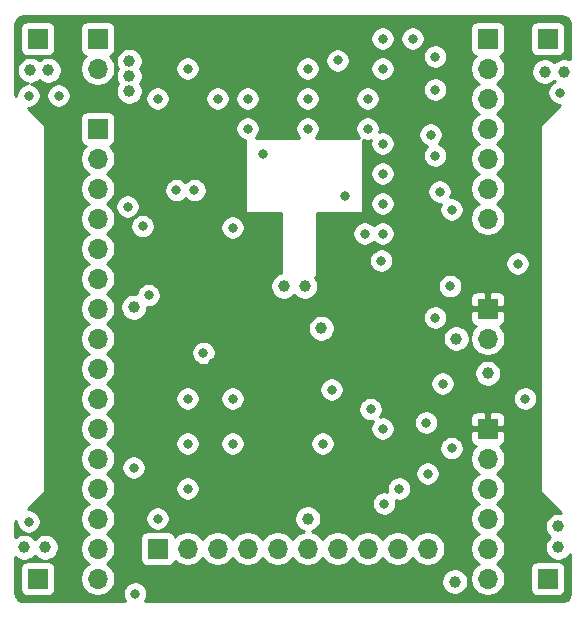
<source format=gbr>
%TF.GenerationSoftware,KiCad,Pcbnew,(5.1.10-1-10_14)*%
%TF.CreationDate,2022-01-24T14:54:24+11:00*%
%TF.ProjectId,STM32L431CBT6_BO,53544d33-324c-4343-9331-434254365f42,rev?*%
%TF.SameCoordinates,Original*%
%TF.FileFunction,Copper,L3,Inr*%
%TF.FilePolarity,Positive*%
%FSLAX46Y46*%
G04 Gerber Fmt 4.6, Leading zero omitted, Abs format (unit mm)*
G04 Created by KiCad (PCBNEW (5.1.10-1-10_14)) date 2022-01-24 14:54:24*
%MOMM*%
%LPD*%
G01*
G04 APERTURE LIST*
%TA.AperFunction,ComponentPad*%
%ADD10O,1.700000X1.700000*%
%TD*%
%TA.AperFunction,ComponentPad*%
%ADD11R,1.700000X1.700000*%
%TD*%
%TA.AperFunction,ViaPad*%
%ADD12C,0.800000*%
%TD*%
%TA.AperFunction,ViaPad*%
%ADD13C,1.000000*%
%TD*%
%TA.AperFunction,Conductor*%
%ADD14C,0.254000*%
%TD*%
%TA.AperFunction,Conductor*%
%ADD15C,0.100000*%
%TD*%
G04 APERTURE END LIST*
D10*
%TO.N,PA12*%
%TO.C,J6*%
X182880000Y-81280000D03*
%TO.N,PA11*%
X180340000Y-81280000D03*
%TO.N,USART_Rx*%
X177800000Y-81280000D03*
%TO.N,USART_Tx*%
X175260000Y-81280000D03*
%TO.N,GND*%
X172720000Y-81280000D03*
%TO.N,PA8*%
X170180000Y-81280000D03*
%TO.N,PB15*%
X167640000Y-81280000D03*
%TO.N,PB14*%
X165100000Y-81280000D03*
%TO.N,PB13*%
X162560000Y-81280000D03*
D11*
%TO.N,PB12*%
X160020000Y-81280000D03*
%TD*%
%TO.N,GND*%
%TO.C,J9*%
X193040000Y-83820000D03*
%TD*%
%TO.N,Net-(D1-Pad2)*%
%TO.C,J1*%
X154940000Y-38100000D03*
D10*
%TO.N,GND*%
X154940000Y-40640000D03*
%TD*%
%TO.N,GND*%
%TO.C,J2*%
X187960000Y-63500000D03*
D11*
%TO.N,+3V3*%
X187960000Y-60960000D03*
%TD*%
%TO.N,PB9*%
%TO.C,J3*%
X187960000Y-38100000D03*
D10*
%TO.N,PB8*%
X187960000Y-40640000D03*
%TO.N,BOOT*%
X187960000Y-43180000D03*
%TO.N,I2C1_SDA*%
X187960000Y-45720000D03*
%TO.N,I2C1_SCL*%
X187960000Y-48260000D03*
%TO.N,PB5*%
X187960000Y-50800000D03*
%TO.N,PB4*%
X187960000Y-53340000D03*
%TD*%
D11*
%TO.N,+3.3VA*%
%TO.C,J4*%
X154940000Y-45720000D03*
D10*
%TO.N,ADC1_IN5*%
X154940000Y-48260000D03*
%TO.N,GND*%
X154940000Y-50800000D03*
%TO.N,PA1*%
X154940000Y-53340000D03*
%TO.N,PA2*%
X154940000Y-55880000D03*
%TO.N,PA3*%
X154940000Y-58420000D03*
%TO.N,DAC1_OUT1*%
X154940000Y-60960000D03*
%TO.N,GND*%
X154940000Y-63500000D03*
%TO.N,PA5*%
X154940000Y-66040000D03*
%TO.N,PA6*%
X154940000Y-68580000D03*
%TO.N,PA7*%
X154940000Y-71120000D03*
%TO.N,PB0*%
X154940000Y-73660000D03*
%TO.N,PB1*%
X154940000Y-76200000D03*
%TO.N,PB2*%
X154940000Y-78740000D03*
%TO.N,USART3_Tx*%
X154940000Y-81280000D03*
%TO.N,USART3_Rx*%
X154940000Y-83820000D03*
%TD*%
D11*
%TO.N,+3V3*%
%TO.C,J5*%
X187960000Y-71120000D03*
D10*
%TO.N,SWCLK*%
X187960000Y-73660000D03*
%TO.N,GND*%
X187960000Y-76200000D03*
%TO.N,SWDIO*%
X187960000Y-78740000D03*
%TO.N,NRST*%
X187960000Y-81280000D03*
%TO.N,SWO*%
X187960000Y-83820000D03*
%TD*%
D11*
%TO.N,GND*%
%TO.C,J7*%
X193040000Y-38100000D03*
%TD*%
%TO.N,GND*%
%TO.C,J8*%
X149860000Y-38100000D03*
%TD*%
%TO.N,GND*%
%TO.C,J10*%
X149860000Y-83820000D03*
%TD*%
D12*
%TO.N,GND*%
X157480000Y-52324000D03*
X183134000Y-46228000D03*
%TO.N,+3V3*%
X178308000Y-55880000D03*
D13*
X166878000Y-40767000D03*
X168275000Y-39878000D03*
X165481000Y-39878000D03*
X162687000Y-44577000D03*
X160528000Y-46482000D03*
X164719000Y-46482000D03*
D12*
X175514000Y-56007000D03*
D13*
X185166000Y-60960000D03*
X187960000Y-57404000D03*
X187960000Y-68072000D03*
%TO.N,GND*%
X157988000Y-60833000D03*
X172720000Y-78740000D03*
X187960000Y-66421000D03*
X185293000Y-63500000D03*
X192786000Y-40894000D03*
X194437000Y-40894000D03*
X150495000Y-81153000D03*
X148717000Y-81153000D03*
X193929000Y-79375000D03*
X193929000Y-81153000D03*
%TO.N,SWO*%
X185166000Y-84074000D03*
D12*
%TO.N,NRST*%
X180467000Y-76200000D03*
%TO.N,GND*%
X179197000Y-77470000D03*
D13*
X170688000Y-59055000D03*
%TO.N,NRST*%
X172466000Y-59055000D03*
%TO.N,SWO*%
X173863000Y-62611000D03*
D12*
%TO.N,+3V3*%
X177546000Y-65151000D03*
X179959000Y-67945000D03*
X164719000Y-65532000D03*
D13*
%TO.N,GND*%
X149225000Y-40767000D03*
X150749000Y-40767000D03*
X157607000Y-40005000D03*
X157607000Y-42545000D03*
X157607000Y-41275000D03*
D12*
X161607500Y-50927000D03*
X175260000Y-39941500D03*
X163131500Y-50927000D03*
X163893500Y-64706500D03*
X183515000Y-61722000D03*
X174752000Y-67818000D03*
X178054000Y-69469000D03*
X178943000Y-56896000D03*
X166370000Y-54102000D03*
X177546000Y-54610000D03*
X175895000Y-51435000D03*
X168910000Y-47879000D03*
X184912000Y-72771000D03*
X167640000Y-43180000D03*
X172720000Y-43180000D03*
X177800000Y-43180000D03*
X172720000Y-40640000D03*
X179070000Y-40640000D03*
X181610000Y-38100000D03*
X179070000Y-38100000D03*
X179070000Y-46990000D03*
X179070000Y-49530000D03*
X179070000Y-52070000D03*
X179070000Y-54610000D03*
X172720000Y-43180000D03*
X172720000Y-45720000D03*
X177800000Y-45720000D03*
X167640000Y-45720000D03*
X162560000Y-40640000D03*
X160020000Y-43180000D03*
X165100000Y-43180000D03*
X167640000Y-43180000D03*
X158750000Y-53975000D03*
X159258000Y-59817000D03*
X162560000Y-68580000D03*
X166370000Y-68580000D03*
X166370000Y-72390000D03*
X162560000Y-72390000D03*
X162560000Y-76200000D03*
X160020000Y-78740000D03*
X149098000Y-78994000D03*
X173990000Y-72390000D03*
X179070000Y-71120000D03*
X182880000Y-74930000D03*
X182753000Y-70612000D03*
X158115000Y-85090000D03*
X191135000Y-68580000D03*
X184150000Y-67310000D03*
X184785000Y-59055000D03*
X190500000Y-57150000D03*
X183515000Y-48006000D03*
X183515000Y-42418000D03*
X183515000Y-39624000D03*
X194056000Y-42672000D03*
X149098000Y-42926000D03*
X151638000Y-42926000D03*
X183896000Y-51054000D03*
X184912000Y-52578000D03*
X157988000Y-74422000D03*
%TD*%
D14*
%TO.N,+3V3*%
X194427869Y-36234722D02*
X194541246Y-36268953D01*
X194645819Y-36324555D01*
X194737596Y-36399407D01*
X194813091Y-36490664D01*
X194869419Y-36594844D01*
X194904440Y-36707976D01*
X194920000Y-36856022D01*
X194920000Y-39865550D01*
X194768067Y-39802617D01*
X194548788Y-39759000D01*
X194325212Y-39759000D01*
X194105933Y-39802617D01*
X193899376Y-39888176D01*
X193713480Y-40012388D01*
X193611500Y-40114368D01*
X193509520Y-40012388D01*
X193323624Y-39888176D01*
X193117067Y-39802617D01*
X192897788Y-39759000D01*
X192674212Y-39759000D01*
X192454933Y-39802617D01*
X192248376Y-39888176D01*
X192062480Y-40012388D01*
X191904388Y-40170480D01*
X191780176Y-40356376D01*
X191694617Y-40562933D01*
X191651000Y-40782212D01*
X191651000Y-41005788D01*
X191694617Y-41225067D01*
X191780176Y-41431624D01*
X191904388Y-41617520D01*
X192062480Y-41775612D01*
X192248376Y-41899824D01*
X192454933Y-41985383D01*
X192674212Y-42029000D01*
X192897788Y-42029000D01*
X193117067Y-41985383D01*
X193323624Y-41899824D01*
X193509520Y-41775612D01*
X193611500Y-41673632D01*
X193655489Y-41717621D01*
X193565744Y-41754795D01*
X193396226Y-41868063D01*
X193252063Y-42012226D01*
X193138795Y-42181744D01*
X193060774Y-42370102D01*
X193021000Y-42570061D01*
X193021000Y-42773939D01*
X193060774Y-42973898D01*
X193138795Y-43162256D01*
X193252063Y-43331774D01*
X193396226Y-43475937D01*
X193565744Y-43589205D01*
X193754102Y-43667226D01*
X193954061Y-43707000D01*
X194119619Y-43707000D01*
X192596236Y-45230384D01*
X192571052Y-45251052D01*
X192550386Y-45276234D01*
X192488575Y-45351550D01*
X192453003Y-45418102D01*
X192427290Y-45466208D01*
X192389550Y-45590618D01*
X192380000Y-45687582D01*
X192380000Y-45687591D01*
X192376808Y-45720000D01*
X192380000Y-45752409D01*
X192380001Y-76167581D01*
X192376808Y-76200000D01*
X192380001Y-76232418D01*
X192380001Y-76232419D01*
X192389551Y-76329383D01*
X192394671Y-76346260D01*
X192427290Y-76453792D01*
X192488575Y-76568450D01*
X192550386Y-76643766D01*
X192550388Y-76643768D01*
X192571053Y-76668948D01*
X192596232Y-76689612D01*
X194172897Y-78266278D01*
X194040788Y-78240000D01*
X193817212Y-78240000D01*
X193597933Y-78283617D01*
X193391376Y-78369176D01*
X193205480Y-78493388D01*
X193047388Y-78651480D01*
X192923176Y-78837376D01*
X192837617Y-79043933D01*
X192794000Y-79263212D01*
X192794000Y-79486788D01*
X192837617Y-79706067D01*
X192923176Y-79912624D01*
X193047388Y-80098520D01*
X193205480Y-80256612D01*
X193216537Y-80264000D01*
X193205480Y-80271388D01*
X193047388Y-80429480D01*
X192923176Y-80615376D01*
X192837617Y-80821933D01*
X192794000Y-81041212D01*
X192794000Y-81264788D01*
X192837617Y-81484067D01*
X192923176Y-81690624D01*
X193047388Y-81876520D01*
X193205480Y-82034612D01*
X193391376Y-82158824D01*
X193597933Y-82244383D01*
X193817212Y-82288000D01*
X194040788Y-82288000D01*
X194260067Y-82244383D01*
X194466624Y-82158824D01*
X194652520Y-82034612D01*
X194810612Y-81876520D01*
X194920000Y-81712809D01*
X194920001Y-85057711D01*
X194905278Y-85207869D01*
X194871047Y-85321246D01*
X194815446Y-85425817D01*
X194740594Y-85517595D01*
X194649335Y-85593091D01*
X194545160Y-85649419D01*
X194432024Y-85684440D01*
X194283979Y-85700000D01*
X158952195Y-85700000D01*
X159032205Y-85580256D01*
X159110226Y-85391898D01*
X159150000Y-85191939D01*
X159150000Y-84988061D01*
X159110226Y-84788102D01*
X159032205Y-84599744D01*
X158918937Y-84430226D01*
X158774774Y-84286063D01*
X158605256Y-84172795D01*
X158416898Y-84094774D01*
X158216939Y-84055000D01*
X158013061Y-84055000D01*
X157813102Y-84094774D01*
X157624744Y-84172795D01*
X157455226Y-84286063D01*
X157311063Y-84430226D01*
X157197795Y-84599744D01*
X157119774Y-84788102D01*
X157080000Y-84988061D01*
X157080000Y-85191939D01*
X157119774Y-85391898D01*
X157197795Y-85580256D01*
X157277805Y-85700000D01*
X148622279Y-85700000D01*
X148472131Y-85685278D01*
X148358754Y-85651047D01*
X148254183Y-85595446D01*
X148162405Y-85520594D01*
X148086909Y-85429335D01*
X148030581Y-85325160D01*
X147995560Y-85212024D01*
X147980000Y-85063979D01*
X147980000Y-82970000D01*
X148371928Y-82970000D01*
X148371928Y-84670000D01*
X148384188Y-84794482D01*
X148420498Y-84914180D01*
X148479463Y-85024494D01*
X148558815Y-85121185D01*
X148655506Y-85200537D01*
X148765820Y-85259502D01*
X148885518Y-85295812D01*
X149010000Y-85308072D01*
X150710000Y-85308072D01*
X150834482Y-85295812D01*
X150954180Y-85259502D01*
X151064494Y-85200537D01*
X151161185Y-85121185D01*
X151240537Y-85024494D01*
X151299502Y-84914180D01*
X151335812Y-84794482D01*
X151348072Y-84670000D01*
X151348072Y-82970000D01*
X151335812Y-82845518D01*
X151299502Y-82725820D01*
X151240537Y-82615506D01*
X151161185Y-82518815D01*
X151064494Y-82439463D01*
X150954180Y-82380498D01*
X150834482Y-82344188D01*
X150710000Y-82331928D01*
X149010000Y-82331928D01*
X148885518Y-82344188D01*
X148765820Y-82380498D01*
X148655506Y-82439463D01*
X148558815Y-82518815D01*
X148479463Y-82615506D01*
X148420498Y-82725820D01*
X148384188Y-82845518D01*
X148371928Y-82970000D01*
X147980000Y-82970000D01*
X147980000Y-82021132D01*
X147993480Y-82034612D01*
X148179376Y-82158824D01*
X148385933Y-82244383D01*
X148605212Y-82288000D01*
X148828788Y-82288000D01*
X149048067Y-82244383D01*
X149254624Y-82158824D01*
X149440520Y-82034612D01*
X149598612Y-81876520D01*
X149606000Y-81865463D01*
X149613388Y-81876520D01*
X149771480Y-82034612D01*
X149957376Y-82158824D01*
X150163933Y-82244383D01*
X150383212Y-82288000D01*
X150606788Y-82288000D01*
X150826067Y-82244383D01*
X151032624Y-82158824D01*
X151218520Y-82034612D01*
X151376612Y-81876520D01*
X151500824Y-81690624D01*
X151586383Y-81484067D01*
X151630000Y-81264788D01*
X151630000Y-81041212D01*
X151586383Y-80821933D01*
X151500824Y-80615376D01*
X151376612Y-80429480D01*
X151218520Y-80271388D01*
X151032624Y-80147176D01*
X150826067Y-80061617D01*
X150606788Y-80018000D01*
X150383212Y-80018000D01*
X150163933Y-80061617D01*
X149957376Y-80147176D01*
X149771480Y-80271388D01*
X149613388Y-80429480D01*
X149606000Y-80440537D01*
X149598612Y-80429480D01*
X149440520Y-80271388D01*
X149254624Y-80147176D01*
X149048067Y-80061617D01*
X148828788Y-80018000D01*
X148605212Y-80018000D01*
X148385933Y-80061617D01*
X148179376Y-80147176D01*
X147993480Y-80271388D01*
X147980000Y-80284868D01*
X147980000Y-79013380D01*
X148063000Y-78930380D01*
X148063000Y-79095939D01*
X148102774Y-79295898D01*
X148180795Y-79484256D01*
X148294063Y-79653774D01*
X148438226Y-79797937D01*
X148607744Y-79911205D01*
X148796102Y-79989226D01*
X148996061Y-80029000D01*
X149199939Y-80029000D01*
X149399898Y-79989226D01*
X149588256Y-79911205D01*
X149757774Y-79797937D01*
X149901937Y-79653774D01*
X150015205Y-79484256D01*
X150093226Y-79295898D01*
X150133000Y-79095939D01*
X150133000Y-78892061D01*
X150093226Y-78692102D01*
X150015205Y-78503744D01*
X149901937Y-78334226D01*
X149757774Y-78190063D01*
X149588256Y-78076795D01*
X149399898Y-77998774D01*
X149199939Y-77959000D01*
X149034380Y-77959000D01*
X150303770Y-76689611D01*
X150328948Y-76668948D01*
X150349615Y-76643766D01*
X150411424Y-76568451D01*
X150411425Y-76568450D01*
X150472710Y-76453793D01*
X150510450Y-76329383D01*
X150520000Y-76232419D01*
X150520000Y-76232410D01*
X150523192Y-76200001D01*
X150520000Y-76167592D01*
X150520000Y-45752408D01*
X150523192Y-45719999D01*
X150520000Y-45687590D01*
X150520000Y-45687581D01*
X150510450Y-45590617D01*
X150472710Y-45466207D01*
X150411425Y-45351550D01*
X150358320Y-45286842D01*
X150349613Y-45276232D01*
X150349612Y-45276231D01*
X150328948Y-45251052D01*
X150303769Y-45230388D01*
X149943381Y-44870000D01*
X153451928Y-44870000D01*
X153451928Y-46570000D01*
X153464188Y-46694482D01*
X153500498Y-46814180D01*
X153559463Y-46924494D01*
X153638815Y-47021185D01*
X153735506Y-47100537D01*
X153845820Y-47159502D01*
X153918380Y-47181513D01*
X153786525Y-47313368D01*
X153624010Y-47556589D01*
X153512068Y-47826842D01*
X153455000Y-48113740D01*
X153455000Y-48406260D01*
X153512068Y-48693158D01*
X153624010Y-48963411D01*
X153786525Y-49206632D01*
X153993368Y-49413475D01*
X154167760Y-49530000D01*
X153993368Y-49646525D01*
X153786525Y-49853368D01*
X153624010Y-50096589D01*
X153512068Y-50366842D01*
X153455000Y-50653740D01*
X153455000Y-50946260D01*
X153512068Y-51233158D01*
X153624010Y-51503411D01*
X153786525Y-51746632D01*
X153993368Y-51953475D01*
X154167760Y-52070000D01*
X153993368Y-52186525D01*
X153786525Y-52393368D01*
X153624010Y-52636589D01*
X153512068Y-52906842D01*
X153455000Y-53193740D01*
X153455000Y-53486260D01*
X153512068Y-53773158D01*
X153624010Y-54043411D01*
X153786525Y-54286632D01*
X153993368Y-54493475D01*
X154167760Y-54610000D01*
X153993368Y-54726525D01*
X153786525Y-54933368D01*
X153624010Y-55176589D01*
X153512068Y-55446842D01*
X153455000Y-55733740D01*
X153455000Y-56026260D01*
X153512068Y-56313158D01*
X153624010Y-56583411D01*
X153786525Y-56826632D01*
X153993368Y-57033475D01*
X154167760Y-57150000D01*
X153993368Y-57266525D01*
X153786525Y-57473368D01*
X153624010Y-57716589D01*
X153512068Y-57986842D01*
X153455000Y-58273740D01*
X153455000Y-58566260D01*
X153512068Y-58853158D01*
X153624010Y-59123411D01*
X153786525Y-59366632D01*
X153993368Y-59573475D01*
X154167760Y-59690000D01*
X153993368Y-59806525D01*
X153786525Y-60013368D01*
X153624010Y-60256589D01*
X153512068Y-60526842D01*
X153455000Y-60813740D01*
X153455000Y-61106260D01*
X153512068Y-61393158D01*
X153624010Y-61663411D01*
X153786525Y-61906632D01*
X153993368Y-62113475D01*
X154167760Y-62230000D01*
X153993368Y-62346525D01*
X153786525Y-62553368D01*
X153624010Y-62796589D01*
X153512068Y-63066842D01*
X153455000Y-63353740D01*
X153455000Y-63646260D01*
X153512068Y-63933158D01*
X153624010Y-64203411D01*
X153786525Y-64446632D01*
X153993368Y-64653475D01*
X154167760Y-64770000D01*
X153993368Y-64886525D01*
X153786525Y-65093368D01*
X153624010Y-65336589D01*
X153512068Y-65606842D01*
X153455000Y-65893740D01*
X153455000Y-66186260D01*
X153512068Y-66473158D01*
X153624010Y-66743411D01*
X153786525Y-66986632D01*
X153993368Y-67193475D01*
X154167760Y-67310000D01*
X153993368Y-67426525D01*
X153786525Y-67633368D01*
X153624010Y-67876589D01*
X153512068Y-68146842D01*
X153455000Y-68433740D01*
X153455000Y-68726260D01*
X153512068Y-69013158D01*
X153624010Y-69283411D01*
X153786525Y-69526632D01*
X153993368Y-69733475D01*
X154167760Y-69850000D01*
X153993368Y-69966525D01*
X153786525Y-70173368D01*
X153624010Y-70416589D01*
X153512068Y-70686842D01*
X153455000Y-70973740D01*
X153455000Y-71266260D01*
X153512068Y-71553158D01*
X153624010Y-71823411D01*
X153786525Y-72066632D01*
X153993368Y-72273475D01*
X154167760Y-72390000D01*
X153993368Y-72506525D01*
X153786525Y-72713368D01*
X153624010Y-72956589D01*
X153512068Y-73226842D01*
X153455000Y-73513740D01*
X153455000Y-73806260D01*
X153512068Y-74093158D01*
X153624010Y-74363411D01*
X153786525Y-74606632D01*
X153993368Y-74813475D01*
X154167760Y-74930000D01*
X153993368Y-75046525D01*
X153786525Y-75253368D01*
X153624010Y-75496589D01*
X153512068Y-75766842D01*
X153455000Y-76053740D01*
X153455000Y-76346260D01*
X153512068Y-76633158D01*
X153624010Y-76903411D01*
X153786525Y-77146632D01*
X153993368Y-77353475D01*
X154167760Y-77470000D01*
X153993368Y-77586525D01*
X153786525Y-77793368D01*
X153624010Y-78036589D01*
X153512068Y-78306842D01*
X153455000Y-78593740D01*
X153455000Y-78886260D01*
X153512068Y-79173158D01*
X153624010Y-79443411D01*
X153786525Y-79686632D01*
X153993368Y-79893475D01*
X154167760Y-80010000D01*
X153993368Y-80126525D01*
X153786525Y-80333368D01*
X153624010Y-80576589D01*
X153512068Y-80846842D01*
X153455000Y-81133740D01*
X153455000Y-81426260D01*
X153512068Y-81713158D01*
X153624010Y-81983411D01*
X153786525Y-82226632D01*
X153993368Y-82433475D01*
X154167760Y-82550000D01*
X153993368Y-82666525D01*
X153786525Y-82873368D01*
X153624010Y-83116589D01*
X153512068Y-83386842D01*
X153455000Y-83673740D01*
X153455000Y-83966260D01*
X153512068Y-84253158D01*
X153624010Y-84523411D01*
X153786525Y-84766632D01*
X153993368Y-84973475D01*
X154236589Y-85135990D01*
X154506842Y-85247932D01*
X154793740Y-85305000D01*
X155086260Y-85305000D01*
X155373158Y-85247932D01*
X155643411Y-85135990D01*
X155886632Y-84973475D01*
X156093475Y-84766632D01*
X156255990Y-84523411D01*
X156367932Y-84253158D01*
X156425000Y-83966260D01*
X156425000Y-83962212D01*
X184031000Y-83962212D01*
X184031000Y-84185788D01*
X184074617Y-84405067D01*
X184160176Y-84611624D01*
X184284388Y-84797520D01*
X184442480Y-84955612D01*
X184628376Y-85079824D01*
X184834933Y-85165383D01*
X185054212Y-85209000D01*
X185277788Y-85209000D01*
X185497067Y-85165383D01*
X185703624Y-85079824D01*
X185889520Y-84955612D01*
X186047612Y-84797520D01*
X186171824Y-84611624D01*
X186257383Y-84405067D01*
X186301000Y-84185788D01*
X186301000Y-83962212D01*
X186257383Y-83742933D01*
X186171824Y-83536376D01*
X186047612Y-83350480D01*
X185889520Y-83192388D01*
X185703624Y-83068176D01*
X185497067Y-82982617D01*
X185277788Y-82939000D01*
X185054212Y-82939000D01*
X184834933Y-82982617D01*
X184628376Y-83068176D01*
X184442480Y-83192388D01*
X184284388Y-83350480D01*
X184160176Y-83536376D01*
X184074617Y-83742933D01*
X184031000Y-83962212D01*
X156425000Y-83962212D01*
X156425000Y-83673740D01*
X156367932Y-83386842D01*
X156255990Y-83116589D01*
X156093475Y-82873368D01*
X155886632Y-82666525D01*
X155712240Y-82550000D01*
X155886632Y-82433475D01*
X156093475Y-82226632D01*
X156255990Y-81983411D01*
X156367932Y-81713158D01*
X156425000Y-81426260D01*
X156425000Y-81133740D01*
X156367932Y-80846842D01*
X156255990Y-80576589D01*
X156158043Y-80430000D01*
X158531928Y-80430000D01*
X158531928Y-82130000D01*
X158544188Y-82254482D01*
X158580498Y-82374180D01*
X158639463Y-82484494D01*
X158718815Y-82581185D01*
X158815506Y-82660537D01*
X158925820Y-82719502D01*
X159045518Y-82755812D01*
X159170000Y-82768072D01*
X160870000Y-82768072D01*
X160994482Y-82755812D01*
X161114180Y-82719502D01*
X161224494Y-82660537D01*
X161321185Y-82581185D01*
X161400537Y-82484494D01*
X161459502Y-82374180D01*
X161481513Y-82301620D01*
X161613368Y-82433475D01*
X161856589Y-82595990D01*
X162126842Y-82707932D01*
X162413740Y-82765000D01*
X162706260Y-82765000D01*
X162993158Y-82707932D01*
X163263411Y-82595990D01*
X163506632Y-82433475D01*
X163713475Y-82226632D01*
X163830000Y-82052240D01*
X163946525Y-82226632D01*
X164153368Y-82433475D01*
X164396589Y-82595990D01*
X164666842Y-82707932D01*
X164953740Y-82765000D01*
X165246260Y-82765000D01*
X165533158Y-82707932D01*
X165803411Y-82595990D01*
X166046632Y-82433475D01*
X166253475Y-82226632D01*
X166370000Y-82052240D01*
X166486525Y-82226632D01*
X166693368Y-82433475D01*
X166936589Y-82595990D01*
X167206842Y-82707932D01*
X167493740Y-82765000D01*
X167786260Y-82765000D01*
X168073158Y-82707932D01*
X168343411Y-82595990D01*
X168586632Y-82433475D01*
X168793475Y-82226632D01*
X168910000Y-82052240D01*
X169026525Y-82226632D01*
X169233368Y-82433475D01*
X169476589Y-82595990D01*
X169746842Y-82707932D01*
X170033740Y-82765000D01*
X170326260Y-82765000D01*
X170613158Y-82707932D01*
X170883411Y-82595990D01*
X171126632Y-82433475D01*
X171333475Y-82226632D01*
X171450000Y-82052240D01*
X171566525Y-82226632D01*
X171773368Y-82433475D01*
X172016589Y-82595990D01*
X172286842Y-82707932D01*
X172573740Y-82765000D01*
X172866260Y-82765000D01*
X173153158Y-82707932D01*
X173423411Y-82595990D01*
X173666632Y-82433475D01*
X173873475Y-82226632D01*
X173990000Y-82052240D01*
X174106525Y-82226632D01*
X174313368Y-82433475D01*
X174556589Y-82595990D01*
X174826842Y-82707932D01*
X175113740Y-82765000D01*
X175406260Y-82765000D01*
X175693158Y-82707932D01*
X175963411Y-82595990D01*
X176206632Y-82433475D01*
X176413475Y-82226632D01*
X176530000Y-82052240D01*
X176646525Y-82226632D01*
X176853368Y-82433475D01*
X177096589Y-82595990D01*
X177366842Y-82707932D01*
X177653740Y-82765000D01*
X177946260Y-82765000D01*
X178233158Y-82707932D01*
X178503411Y-82595990D01*
X178746632Y-82433475D01*
X178953475Y-82226632D01*
X179070000Y-82052240D01*
X179186525Y-82226632D01*
X179393368Y-82433475D01*
X179636589Y-82595990D01*
X179906842Y-82707932D01*
X180193740Y-82765000D01*
X180486260Y-82765000D01*
X180773158Y-82707932D01*
X181043411Y-82595990D01*
X181286632Y-82433475D01*
X181493475Y-82226632D01*
X181610000Y-82052240D01*
X181726525Y-82226632D01*
X181933368Y-82433475D01*
X182176589Y-82595990D01*
X182446842Y-82707932D01*
X182733740Y-82765000D01*
X183026260Y-82765000D01*
X183313158Y-82707932D01*
X183583411Y-82595990D01*
X183826632Y-82433475D01*
X184033475Y-82226632D01*
X184195990Y-81983411D01*
X184307932Y-81713158D01*
X184365000Y-81426260D01*
X184365000Y-81133740D01*
X184307932Y-80846842D01*
X184195990Y-80576589D01*
X184033475Y-80333368D01*
X183826632Y-80126525D01*
X183583411Y-79964010D01*
X183313158Y-79852068D01*
X183026260Y-79795000D01*
X182733740Y-79795000D01*
X182446842Y-79852068D01*
X182176589Y-79964010D01*
X181933368Y-80126525D01*
X181726525Y-80333368D01*
X181610000Y-80507760D01*
X181493475Y-80333368D01*
X181286632Y-80126525D01*
X181043411Y-79964010D01*
X180773158Y-79852068D01*
X180486260Y-79795000D01*
X180193740Y-79795000D01*
X179906842Y-79852068D01*
X179636589Y-79964010D01*
X179393368Y-80126525D01*
X179186525Y-80333368D01*
X179070000Y-80507760D01*
X178953475Y-80333368D01*
X178746632Y-80126525D01*
X178503411Y-79964010D01*
X178233158Y-79852068D01*
X177946260Y-79795000D01*
X177653740Y-79795000D01*
X177366842Y-79852068D01*
X177096589Y-79964010D01*
X176853368Y-80126525D01*
X176646525Y-80333368D01*
X176530000Y-80507760D01*
X176413475Y-80333368D01*
X176206632Y-80126525D01*
X175963411Y-79964010D01*
X175693158Y-79852068D01*
X175406260Y-79795000D01*
X175113740Y-79795000D01*
X174826842Y-79852068D01*
X174556589Y-79964010D01*
X174313368Y-80126525D01*
X174106525Y-80333368D01*
X173990000Y-80507760D01*
X173873475Y-80333368D01*
X173666632Y-80126525D01*
X173423411Y-79964010D01*
X173153158Y-79852068D01*
X173050118Y-79831572D01*
X173051067Y-79831383D01*
X173257624Y-79745824D01*
X173443520Y-79621612D01*
X173601612Y-79463520D01*
X173725824Y-79277624D01*
X173811383Y-79071067D01*
X173855000Y-78851788D01*
X173855000Y-78628212D01*
X173811383Y-78408933D01*
X173725824Y-78202376D01*
X173601612Y-78016480D01*
X173443520Y-77858388D01*
X173257624Y-77734176D01*
X173051067Y-77648617D01*
X172831788Y-77605000D01*
X172608212Y-77605000D01*
X172388933Y-77648617D01*
X172182376Y-77734176D01*
X171996480Y-77858388D01*
X171838388Y-78016480D01*
X171714176Y-78202376D01*
X171628617Y-78408933D01*
X171585000Y-78628212D01*
X171585000Y-78851788D01*
X171628617Y-79071067D01*
X171714176Y-79277624D01*
X171838388Y-79463520D01*
X171996480Y-79621612D01*
X172182376Y-79745824D01*
X172388933Y-79831383D01*
X172389882Y-79831572D01*
X172286842Y-79852068D01*
X172016589Y-79964010D01*
X171773368Y-80126525D01*
X171566525Y-80333368D01*
X171450000Y-80507760D01*
X171333475Y-80333368D01*
X171126632Y-80126525D01*
X170883411Y-79964010D01*
X170613158Y-79852068D01*
X170326260Y-79795000D01*
X170033740Y-79795000D01*
X169746842Y-79852068D01*
X169476589Y-79964010D01*
X169233368Y-80126525D01*
X169026525Y-80333368D01*
X168910000Y-80507760D01*
X168793475Y-80333368D01*
X168586632Y-80126525D01*
X168343411Y-79964010D01*
X168073158Y-79852068D01*
X167786260Y-79795000D01*
X167493740Y-79795000D01*
X167206842Y-79852068D01*
X166936589Y-79964010D01*
X166693368Y-80126525D01*
X166486525Y-80333368D01*
X166370000Y-80507760D01*
X166253475Y-80333368D01*
X166046632Y-80126525D01*
X165803411Y-79964010D01*
X165533158Y-79852068D01*
X165246260Y-79795000D01*
X164953740Y-79795000D01*
X164666842Y-79852068D01*
X164396589Y-79964010D01*
X164153368Y-80126525D01*
X163946525Y-80333368D01*
X163830000Y-80507760D01*
X163713475Y-80333368D01*
X163506632Y-80126525D01*
X163263411Y-79964010D01*
X162993158Y-79852068D01*
X162706260Y-79795000D01*
X162413740Y-79795000D01*
X162126842Y-79852068D01*
X161856589Y-79964010D01*
X161613368Y-80126525D01*
X161481513Y-80258380D01*
X161459502Y-80185820D01*
X161400537Y-80075506D01*
X161321185Y-79978815D01*
X161224494Y-79899463D01*
X161114180Y-79840498D01*
X160994482Y-79804188D01*
X160870000Y-79791928D01*
X159170000Y-79791928D01*
X159045518Y-79804188D01*
X158925820Y-79840498D01*
X158815506Y-79899463D01*
X158718815Y-79978815D01*
X158639463Y-80075506D01*
X158580498Y-80185820D01*
X158544188Y-80305518D01*
X158531928Y-80430000D01*
X156158043Y-80430000D01*
X156093475Y-80333368D01*
X155886632Y-80126525D01*
X155712240Y-80010000D01*
X155886632Y-79893475D01*
X156093475Y-79686632D01*
X156255990Y-79443411D01*
X156367932Y-79173158D01*
X156425000Y-78886260D01*
X156425000Y-78638061D01*
X158985000Y-78638061D01*
X158985000Y-78841939D01*
X159024774Y-79041898D01*
X159102795Y-79230256D01*
X159216063Y-79399774D01*
X159360226Y-79543937D01*
X159529744Y-79657205D01*
X159718102Y-79735226D01*
X159918061Y-79775000D01*
X160121939Y-79775000D01*
X160321898Y-79735226D01*
X160510256Y-79657205D01*
X160679774Y-79543937D01*
X160823937Y-79399774D01*
X160937205Y-79230256D01*
X161015226Y-79041898D01*
X161055000Y-78841939D01*
X161055000Y-78638061D01*
X161015226Y-78438102D01*
X160937205Y-78249744D01*
X160823937Y-78080226D01*
X160679774Y-77936063D01*
X160510256Y-77822795D01*
X160321898Y-77744774D01*
X160121939Y-77705000D01*
X159918061Y-77705000D01*
X159718102Y-77744774D01*
X159529744Y-77822795D01*
X159360226Y-77936063D01*
X159216063Y-78080226D01*
X159102795Y-78249744D01*
X159024774Y-78438102D01*
X158985000Y-78638061D01*
X156425000Y-78638061D01*
X156425000Y-78593740D01*
X156367932Y-78306842D01*
X156255990Y-78036589D01*
X156093475Y-77793368D01*
X155886632Y-77586525D01*
X155712240Y-77470000D01*
X155864802Y-77368061D01*
X178162000Y-77368061D01*
X178162000Y-77571939D01*
X178201774Y-77771898D01*
X178279795Y-77960256D01*
X178393063Y-78129774D01*
X178537226Y-78273937D01*
X178706744Y-78387205D01*
X178895102Y-78465226D01*
X179095061Y-78505000D01*
X179298939Y-78505000D01*
X179498898Y-78465226D01*
X179687256Y-78387205D01*
X179856774Y-78273937D01*
X180000937Y-78129774D01*
X180114205Y-77960256D01*
X180192226Y-77771898D01*
X180232000Y-77571939D01*
X180232000Y-77368061D01*
X180198961Y-77201961D01*
X180365061Y-77235000D01*
X180568939Y-77235000D01*
X180768898Y-77195226D01*
X180957256Y-77117205D01*
X181126774Y-77003937D01*
X181270937Y-76859774D01*
X181384205Y-76690256D01*
X181462226Y-76501898D01*
X181502000Y-76301939D01*
X181502000Y-76098061D01*
X181462226Y-75898102D01*
X181384205Y-75709744D01*
X181270937Y-75540226D01*
X181126774Y-75396063D01*
X180957256Y-75282795D01*
X180768898Y-75204774D01*
X180568939Y-75165000D01*
X180365061Y-75165000D01*
X180165102Y-75204774D01*
X179976744Y-75282795D01*
X179807226Y-75396063D01*
X179663063Y-75540226D01*
X179549795Y-75709744D01*
X179471774Y-75898102D01*
X179432000Y-76098061D01*
X179432000Y-76301939D01*
X179465039Y-76468039D01*
X179298939Y-76435000D01*
X179095061Y-76435000D01*
X178895102Y-76474774D01*
X178706744Y-76552795D01*
X178537226Y-76666063D01*
X178393063Y-76810226D01*
X178279795Y-76979744D01*
X178201774Y-77168102D01*
X178162000Y-77368061D01*
X155864802Y-77368061D01*
X155886632Y-77353475D01*
X156093475Y-77146632D01*
X156255990Y-76903411D01*
X156367932Y-76633158D01*
X156425000Y-76346260D01*
X156425000Y-76098061D01*
X161525000Y-76098061D01*
X161525000Y-76301939D01*
X161564774Y-76501898D01*
X161642795Y-76690256D01*
X161756063Y-76859774D01*
X161900226Y-77003937D01*
X162069744Y-77117205D01*
X162258102Y-77195226D01*
X162458061Y-77235000D01*
X162661939Y-77235000D01*
X162861898Y-77195226D01*
X163050256Y-77117205D01*
X163219774Y-77003937D01*
X163363937Y-76859774D01*
X163477205Y-76690256D01*
X163555226Y-76501898D01*
X163595000Y-76301939D01*
X163595000Y-76098061D01*
X163555226Y-75898102D01*
X163477205Y-75709744D01*
X163363937Y-75540226D01*
X163219774Y-75396063D01*
X163050256Y-75282795D01*
X162861898Y-75204774D01*
X162661939Y-75165000D01*
X162458061Y-75165000D01*
X162258102Y-75204774D01*
X162069744Y-75282795D01*
X161900226Y-75396063D01*
X161756063Y-75540226D01*
X161642795Y-75709744D01*
X161564774Y-75898102D01*
X161525000Y-76098061D01*
X156425000Y-76098061D01*
X156425000Y-76053740D01*
X156367932Y-75766842D01*
X156255990Y-75496589D01*
X156093475Y-75253368D01*
X155886632Y-75046525D01*
X155712240Y-74930000D01*
X155886632Y-74813475D01*
X156093475Y-74606632D01*
X156255990Y-74363411D01*
X156273946Y-74320061D01*
X156953000Y-74320061D01*
X156953000Y-74523939D01*
X156992774Y-74723898D01*
X157070795Y-74912256D01*
X157184063Y-75081774D01*
X157328226Y-75225937D01*
X157497744Y-75339205D01*
X157686102Y-75417226D01*
X157886061Y-75457000D01*
X158089939Y-75457000D01*
X158289898Y-75417226D01*
X158478256Y-75339205D01*
X158647774Y-75225937D01*
X158791937Y-75081774D01*
X158905205Y-74912256D01*
X158940079Y-74828061D01*
X181845000Y-74828061D01*
X181845000Y-75031939D01*
X181884774Y-75231898D01*
X181962795Y-75420256D01*
X182076063Y-75589774D01*
X182220226Y-75733937D01*
X182389744Y-75847205D01*
X182578102Y-75925226D01*
X182778061Y-75965000D01*
X182981939Y-75965000D01*
X183181898Y-75925226D01*
X183370256Y-75847205D01*
X183539774Y-75733937D01*
X183683937Y-75589774D01*
X183797205Y-75420256D01*
X183875226Y-75231898D01*
X183915000Y-75031939D01*
X183915000Y-74828061D01*
X183875226Y-74628102D01*
X183797205Y-74439744D01*
X183683937Y-74270226D01*
X183539774Y-74126063D01*
X183370256Y-74012795D01*
X183181898Y-73934774D01*
X182981939Y-73895000D01*
X182778061Y-73895000D01*
X182578102Y-73934774D01*
X182389744Y-74012795D01*
X182220226Y-74126063D01*
X182076063Y-74270226D01*
X181962795Y-74439744D01*
X181884774Y-74628102D01*
X181845000Y-74828061D01*
X158940079Y-74828061D01*
X158983226Y-74723898D01*
X159023000Y-74523939D01*
X159023000Y-74320061D01*
X158983226Y-74120102D01*
X158905205Y-73931744D01*
X158791937Y-73762226D01*
X158647774Y-73618063D01*
X158478256Y-73504795D01*
X158289898Y-73426774D01*
X158089939Y-73387000D01*
X157886061Y-73387000D01*
X157686102Y-73426774D01*
X157497744Y-73504795D01*
X157328226Y-73618063D01*
X157184063Y-73762226D01*
X157070795Y-73931744D01*
X156992774Y-74120102D01*
X156953000Y-74320061D01*
X156273946Y-74320061D01*
X156367932Y-74093158D01*
X156425000Y-73806260D01*
X156425000Y-73513740D01*
X156367932Y-73226842D01*
X156255990Y-72956589D01*
X156093475Y-72713368D01*
X155886632Y-72506525D01*
X155712240Y-72390000D01*
X155864802Y-72288061D01*
X161525000Y-72288061D01*
X161525000Y-72491939D01*
X161564774Y-72691898D01*
X161642795Y-72880256D01*
X161756063Y-73049774D01*
X161900226Y-73193937D01*
X162069744Y-73307205D01*
X162258102Y-73385226D01*
X162458061Y-73425000D01*
X162661939Y-73425000D01*
X162861898Y-73385226D01*
X163050256Y-73307205D01*
X163219774Y-73193937D01*
X163363937Y-73049774D01*
X163477205Y-72880256D01*
X163555226Y-72691898D01*
X163595000Y-72491939D01*
X163595000Y-72288061D01*
X165335000Y-72288061D01*
X165335000Y-72491939D01*
X165374774Y-72691898D01*
X165452795Y-72880256D01*
X165566063Y-73049774D01*
X165710226Y-73193937D01*
X165879744Y-73307205D01*
X166068102Y-73385226D01*
X166268061Y-73425000D01*
X166471939Y-73425000D01*
X166671898Y-73385226D01*
X166860256Y-73307205D01*
X167029774Y-73193937D01*
X167173937Y-73049774D01*
X167287205Y-72880256D01*
X167365226Y-72691898D01*
X167405000Y-72491939D01*
X167405000Y-72288061D01*
X172955000Y-72288061D01*
X172955000Y-72491939D01*
X172994774Y-72691898D01*
X173072795Y-72880256D01*
X173186063Y-73049774D01*
X173330226Y-73193937D01*
X173499744Y-73307205D01*
X173688102Y-73385226D01*
X173888061Y-73425000D01*
X174091939Y-73425000D01*
X174291898Y-73385226D01*
X174480256Y-73307205D01*
X174649774Y-73193937D01*
X174793937Y-73049774D01*
X174907205Y-72880256D01*
X174985226Y-72691898D01*
X174989768Y-72669061D01*
X183877000Y-72669061D01*
X183877000Y-72872939D01*
X183916774Y-73072898D01*
X183994795Y-73261256D01*
X184108063Y-73430774D01*
X184252226Y-73574937D01*
X184421744Y-73688205D01*
X184610102Y-73766226D01*
X184810061Y-73806000D01*
X185013939Y-73806000D01*
X185213898Y-73766226D01*
X185402256Y-73688205D01*
X185571774Y-73574937D01*
X185715937Y-73430774D01*
X185829205Y-73261256D01*
X185907226Y-73072898D01*
X185947000Y-72872939D01*
X185947000Y-72669061D01*
X185907226Y-72469102D01*
X185829205Y-72280744D01*
X185715937Y-72111226D01*
X185574711Y-71970000D01*
X186471928Y-71970000D01*
X186484188Y-72094482D01*
X186520498Y-72214180D01*
X186579463Y-72324494D01*
X186658815Y-72421185D01*
X186755506Y-72500537D01*
X186865820Y-72559502D01*
X186938380Y-72581513D01*
X186806525Y-72713368D01*
X186644010Y-72956589D01*
X186532068Y-73226842D01*
X186475000Y-73513740D01*
X186475000Y-73806260D01*
X186532068Y-74093158D01*
X186644010Y-74363411D01*
X186806525Y-74606632D01*
X187013368Y-74813475D01*
X187187760Y-74930000D01*
X187013368Y-75046525D01*
X186806525Y-75253368D01*
X186644010Y-75496589D01*
X186532068Y-75766842D01*
X186475000Y-76053740D01*
X186475000Y-76346260D01*
X186532068Y-76633158D01*
X186644010Y-76903411D01*
X186806525Y-77146632D01*
X187013368Y-77353475D01*
X187187760Y-77470000D01*
X187013368Y-77586525D01*
X186806525Y-77793368D01*
X186644010Y-78036589D01*
X186532068Y-78306842D01*
X186475000Y-78593740D01*
X186475000Y-78886260D01*
X186532068Y-79173158D01*
X186644010Y-79443411D01*
X186806525Y-79686632D01*
X187013368Y-79893475D01*
X187187760Y-80010000D01*
X187013368Y-80126525D01*
X186806525Y-80333368D01*
X186644010Y-80576589D01*
X186532068Y-80846842D01*
X186475000Y-81133740D01*
X186475000Y-81426260D01*
X186532068Y-81713158D01*
X186644010Y-81983411D01*
X186806525Y-82226632D01*
X187013368Y-82433475D01*
X187187760Y-82550000D01*
X187013368Y-82666525D01*
X186806525Y-82873368D01*
X186644010Y-83116589D01*
X186532068Y-83386842D01*
X186475000Y-83673740D01*
X186475000Y-83966260D01*
X186532068Y-84253158D01*
X186644010Y-84523411D01*
X186806525Y-84766632D01*
X187013368Y-84973475D01*
X187256589Y-85135990D01*
X187526842Y-85247932D01*
X187813740Y-85305000D01*
X188106260Y-85305000D01*
X188393158Y-85247932D01*
X188663411Y-85135990D01*
X188906632Y-84973475D01*
X189113475Y-84766632D01*
X189275990Y-84523411D01*
X189387932Y-84253158D01*
X189445000Y-83966260D01*
X189445000Y-83673740D01*
X189387932Y-83386842D01*
X189275990Y-83116589D01*
X189178043Y-82970000D01*
X191551928Y-82970000D01*
X191551928Y-84670000D01*
X191564188Y-84794482D01*
X191600498Y-84914180D01*
X191659463Y-85024494D01*
X191738815Y-85121185D01*
X191835506Y-85200537D01*
X191945820Y-85259502D01*
X192065518Y-85295812D01*
X192190000Y-85308072D01*
X193890000Y-85308072D01*
X194014482Y-85295812D01*
X194134180Y-85259502D01*
X194244494Y-85200537D01*
X194341185Y-85121185D01*
X194420537Y-85024494D01*
X194479502Y-84914180D01*
X194515812Y-84794482D01*
X194528072Y-84670000D01*
X194528072Y-82970000D01*
X194515812Y-82845518D01*
X194479502Y-82725820D01*
X194420537Y-82615506D01*
X194341185Y-82518815D01*
X194244494Y-82439463D01*
X194134180Y-82380498D01*
X194014482Y-82344188D01*
X193890000Y-82331928D01*
X192190000Y-82331928D01*
X192065518Y-82344188D01*
X191945820Y-82380498D01*
X191835506Y-82439463D01*
X191738815Y-82518815D01*
X191659463Y-82615506D01*
X191600498Y-82725820D01*
X191564188Y-82845518D01*
X191551928Y-82970000D01*
X189178043Y-82970000D01*
X189113475Y-82873368D01*
X188906632Y-82666525D01*
X188732240Y-82550000D01*
X188906632Y-82433475D01*
X189113475Y-82226632D01*
X189275990Y-81983411D01*
X189387932Y-81713158D01*
X189445000Y-81426260D01*
X189445000Y-81133740D01*
X189387932Y-80846842D01*
X189275990Y-80576589D01*
X189113475Y-80333368D01*
X188906632Y-80126525D01*
X188732240Y-80010000D01*
X188906632Y-79893475D01*
X189113475Y-79686632D01*
X189275990Y-79443411D01*
X189387932Y-79173158D01*
X189445000Y-78886260D01*
X189445000Y-78593740D01*
X189387932Y-78306842D01*
X189275990Y-78036589D01*
X189113475Y-77793368D01*
X188906632Y-77586525D01*
X188732240Y-77470000D01*
X188906632Y-77353475D01*
X189113475Y-77146632D01*
X189275990Y-76903411D01*
X189387932Y-76633158D01*
X189445000Y-76346260D01*
X189445000Y-76053740D01*
X189387932Y-75766842D01*
X189275990Y-75496589D01*
X189113475Y-75253368D01*
X188906632Y-75046525D01*
X188732240Y-74930000D01*
X188906632Y-74813475D01*
X189113475Y-74606632D01*
X189275990Y-74363411D01*
X189387932Y-74093158D01*
X189445000Y-73806260D01*
X189445000Y-73513740D01*
X189387932Y-73226842D01*
X189275990Y-72956589D01*
X189113475Y-72713368D01*
X188981620Y-72581513D01*
X189054180Y-72559502D01*
X189164494Y-72500537D01*
X189261185Y-72421185D01*
X189340537Y-72324494D01*
X189399502Y-72214180D01*
X189435812Y-72094482D01*
X189448072Y-71970000D01*
X189445000Y-71405750D01*
X189286250Y-71247000D01*
X188087000Y-71247000D01*
X188087000Y-71267000D01*
X187833000Y-71267000D01*
X187833000Y-71247000D01*
X186633750Y-71247000D01*
X186475000Y-71405750D01*
X186471928Y-71970000D01*
X185574711Y-71970000D01*
X185571774Y-71967063D01*
X185402256Y-71853795D01*
X185213898Y-71775774D01*
X185013939Y-71736000D01*
X184810061Y-71736000D01*
X184610102Y-71775774D01*
X184421744Y-71853795D01*
X184252226Y-71967063D01*
X184108063Y-72111226D01*
X183994795Y-72280744D01*
X183916774Y-72469102D01*
X183877000Y-72669061D01*
X174989768Y-72669061D01*
X175025000Y-72491939D01*
X175025000Y-72288061D01*
X174985226Y-72088102D01*
X174907205Y-71899744D01*
X174793937Y-71730226D01*
X174649774Y-71586063D01*
X174480256Y-71472795D01*
X174291898Y-71394774D01*
X174091939Y-71355000D01*
X173888061Y-71355000D01*
X173688102Y-71394774D01*
X173499744Y-71472795D01*
X173330226Y-71586063D01*
X173186063Y-71730226D01*
X173072795Y-71899744D01*
X172994774Y-72088102D01*
X172955000Y-72288061D01*
X167405000Y-72288061D01*
X167365226Y-72088102D01*
X167287205Y-71899744D01*
X167173937Y-71730226D01*
X167029774Y-71586063D01*
X166860256Y-71472795D01*
X166671898Y-71394774D01*
X166471939Y-71355000D01*
X166268061Y-71355000D01*
X166068102Y-71394774D01*
X165879744Y-71472795D01*
X165710226Y-71586063D01*
X165566063Y-71730226D01*
X165452795Y-71899744D01*
X165374774Y-72088102D01*
X165335000Y-72288061D01*
X163595000Y-72288061D01*
X163555226Y-72088102D01*
X163477205Y-71899744D01*
X163363937Y-71730226D01*
X163219774Y-71586063D01*
X163050256Y-71472795D01*
X162861898Y-71394774D01*
X162661939Y-71355000D01*
X162458061Y-71355000D01*
X162258102Y-71394774D01*
X162069744Y-71472795D01*
X161900226Y-71586063D01*
X161756063Y-71730226D01*
X161642795Y-71899744D01*
X161564774Y-72088102D01*
X161525000Y-72288061D01*
X155864802Y-72288061D01*
X155886632Y-72273475D01*
X156093475Y-72066632D01*
X156255990Y-71823411D01*
X156367932Y-71553158D01*
X156425000Y-71266260D01*
X156425000Y-70973740D01*
X156367932Y-70686842D01*
X156255990Y-70416589D01*
X156093475Y-70173368D01*
X155886632Y-69966525D01*
X155712240Y-69850000D01*
X155886632Y-69733475D01*
X156093475Y-69526632D01*
X156255990Y-69283411D01*
X156367932Y-69013158D01*
X156425000Y-68726260D01*
X156425000Y-68478061D01*
X161525000Y-68478061D01*
X161525000Y-68681939D01*
X161564774Y-68881898D01*
X161642795Y-69070256D01*
X161756063Y-69239774D01*
X161900226Y-69383937D01*
X162069744Y-69497205D01*
X162258102Y-69575226D01*
X162458061Y-69615000D01*
X162661939Y-69615000D01*
X162861898Y-69575226D01*
X163050256Y-69497205D01*
X163219774Y-69383937D01*
X163363937Y-69239774D01*
X163477205Y-69070256D01*
X163555226Y-68881898D01*
X163595000Y-68681939D01*
X163595000Y-68478061D01*
X165335000Y-68478061D01*
X165335000Y-68681939D01*
X165374774Y-68881898D01*
X165452795Y-69070256D01*
X165566063Y-69239774D01*
X165710226Y-69383937D01*
X165879744Y-69497205D01*
X166068102Y-69575226D01*
X166268061Y-69615000D01*
X166471939Y-69615000D01*
X166671898Y-69575226D01*
X166860256Y-69497205D01*
X167029774Y-69383937D01*
X167046650Y-69367061D01*
X177019000Y-69367061D01*
X177019000Y-69570939D01*
X177058774Y-69770898D01*
X177136795Y-69959256D01*
X177250063Y-70128774D01*
X177394226Y-70272937D01*
X177563744Y-70386205D01*
X177752102Y-70464226D01*
X177952061Y-70504000D01*
X178155939Y-70504000D01*
X178249211Y-70485447D01*
X178152795Y-70629744D01*
X178074774Y-70818102D01*
X178035000Y-71018061D01*
X178035000Y-71221939D01*
X178074774Y-71421898D01*
X178152795Y-71610256D01*
X178266063Y-71779774D01*
X178410226Y-71923937D01*
X178579744Y-72037205D01*
X178768102Y-72115226D01*
X178968061Y-72155000D01*
X179171939Y-72155000D01*
X179371898Y-72115226D01*
X179560256Y-72037205D01*
X179729774Y-71923937D01*
X179873937Y-71779774D01*
X179987205Y-71610256D01*
X180065226Y-71421898D01*
X180105000Y-71221939D01*
X180105000Y-71018061D01*
X180065226Y-70818102D01*
X179987205Y-70629744D01*
X179907236Y-70510061D01*
X181718000Y-70510061D01*
X181718000Y-70713939D01*
X181757774Y-70913898D01*
X181835795Y-71102256D01*
X181949063Y-71271774D01*
X182093226Y-71415937D01*
X182262744Y-71529205D01*
X182451102Y-71607226D01*
X182651061Y-71647000D01*
X182854939Y-71647000D01*
X183054898Y-71607226D01*
X183243256Y-71529205D01*
X183412774Y-71415937D01*
X183556937Y-71271774D01*
X183670205Y-71102256D01*
X183748226Y-70913898D01*
X183788000Y-70713939D01*
X183788000Y-70510061D01*
X183748226Y-70310102D01*
X183731616Y-70270000D01*
X186471928Y-70270000D01*
X186475000Y-70834250D01*
X186633750Y-70993000D01*
X187833000Y-70993000D01*
X187833000Y-69793750D01*
X188087000Y-69793750D01*
X188087000Y-70993000D01*
X189286250Y-70993000D01*
X189445000Y-70834250D01*
X189448072Y-70270000D01*
X189435812Y-70145518D01*
X189399502Y-70025820D01*
X189340537Y-69915506D01*
X189261185Y-69818815D01*
X189164494Y-69739463D01*
X189054180Y-69680498D01*
X188934482Y-69644188D01*
X188810000Y-69631928D01*
X188245750Y-69635000D01*
X188087000Y-69793750D01*
X187833000Y-69793750D01*
X187674250Y-69635000D01*
X187110000Y-69631928D01*
X186985518Y-69644188D01*
X186865820Y-69680498D01*
X186755506Y-69739463D01*
X186658815Y-69818815D01*
X186579463Y-69915506D01*
X186520498Y-70025820D01*
X186484188Y-70145518D01*
X186471928Y-70270000D01*
X183731616Y-70270000D01*
X183670205Y-70121744D01*
X183556937Y-69952226D01*
X183412774Y-69808063D01*
X183243256Y-69694795D01*
X183054898Y-69616774D01*
X182854939Y-69577000D01*
X182651061Y-69577000D01*
X182451102Y-69616774D01*
X182262744Y-69694795D01*
X182093226Y-69808063D01*
X181949063Y-69952226D01*
X181835795Y-70121744D01*
X181757774Y-70310102D01*
X181718000Y-70510061D01*
X179907236Y-70510061D01*
X179873937Y-70460226D01*
X179729774Y-70316063D01*
X179560256Y-70202795D01*
X179371898Y-70124774D01*
X179171939Y-70085000D01*
X178968061Y-70085000D01*
X178874789Y-70103553D01*
X178971205Y-69959256D01*
X179049226Y-69770898D01*
X179089000Y-69570939D01*
X179089000Y-69367061D01*
X179049226Y-69167102D01*
X178971205Y-68978744D01*
X178857937Y-68809226D01*
X178713774Y-68665063D01*
X178544256Y-68551795D01*
X178366248Y-68478061D01*
X190100000Y-68478061D01*
X190100000Y-68681939D01*
X190139774Y-68881898D01*
X190217795Y-69070256D01*
X190331063Y-69239774D01*
X190475226Y-69383937D01*
X190644744Y-69497205D01*
X190833102Y-69575226D01*
X191033061Y-69615000D01*
X191236939Y-69615000D01*
X191436898Y-69575226D01*
X191625256Y-69497205D01*
X191794774Y-69383937D01*
X191938937Y-69239774D01*
X192052205Y-69070256D01*
X192130226Y-68881898D01*
X192170000Y-68681939D01*
X192170000Y-68478061D01*
X192130226Y-68278102D01*
X192052205Y-68089744D01*
X191938937Y-67920226D01*
X191794774Y-67776063D01*
X191625256Y-67662795D01*
X191436898Y-67584774D01*
X191236939Y-67545000D01*
X191033061Y-67545000D01*
X190833102Y-67584774D01*
X190644744Y-67662795D01*
X190475226Y-67776063D01*
X190331063Y-67920226D01*
X190217795Y-68089744D01*
X190139774Y-68278102D01*
X190100000Y-68478061D01*
X178366248Y-68478061D01*
X178355898Y-68473774D01*
X178155939Y-68434000D01*
X177952061Y-68434000D01*
X177752102Y-68473774D01*
X177563744Y-68551795D01*
X177394226Y-68665063D01*
X177250063Y-68809226D01*
X177136795Y-68978744D01*
X177058774Y-69167102D01*
X177019000Y-69367061D01*
X167046650Y-69367061D01*
X167173937Y-69239774D01*
X167287205Y-69070256D01*
X167365226Y-68881898D01*
X167405000Y-68681939D01*
X167405000Y-68478061D01*
X167365226Y-68278102D01*
X167287205Y-68089744D01*
X167173937Y-67920226D01*
X167029774Y-67776063D01*
X166939975Y-67716061D01*
X173717000Y-67716061D01*
X173717000Y-67919939D01*
X173756774Y-68119898D01*
X173834795Y-68308256D01*
X173948063Y-68477774D01*
X174092226Y-68621937D01*
X174261744Y-68735205D01*
X174450102Y-68813226D01*
X174650061Y-68853000D01*
X174853939Y-68853000D01*
X175053898Y-68813226D01*
X175242256Y-68735205D01*
X175411774Y-68621937D01*
X175555937Y-68477774D01*
X175669205Y-68308256D01*
X175747226Y-68119898D01*
X175787000Y-67919939D01*
X175787000Y-67716061D01*
X175747226Y-67516102D01*
X175669205Y-67327744D01*
X175589236Y-67208061D01*
X183115000Y-67208061D01*
X183115000Y-67411939D01*
X183154774Y-67611898D01*
X183232795Y-67800256D01*
X183346063Y-67969774D01*
X183490226Y-68113937D01*
X183659744Y-68227205D01*
X183848102Y-68305226D01*
X184048061Y-68345000D01*
X184251939Y-68345000D01*
X184451898Y-68305226D01*
X184640256Y-68227205D01*
X184809774Y-68113937D01*
X184953937Y-67969774D01*
X185067205Y-67800256D01*
X185145226Y-67611898D01*
X185185000Y-67411939D01*
X185185000Y-67208061D01*
X185145226Y-67008102D01*
X185067205Y-66819744D01*
X184953937Y-66650226D01*
X184809774Y-66506063D01*
X184640256Y-66392795D01*
X184451898Y-66314774D01*
X184423936Y-66309212D01*
X186825000Y-66309212D01*
X186825000Y-66532788D01*
X186868617Y-66752067D01*
X186954176Y-66958624D01*
X187078388Y-67144520D01*
X187236480Y-67302612D01*
X187422376Y-67426824D01*
X187628933Y-67512383D01*
X187848212Y-67556000D01*
X188071788Y-67556000D01*
X188291067Y-67512383D01*
X188497624Y-67426824D01*
X188683520Y-67302612D01*
X188841612Y-67144520D01*
X188965824Y-66958624D01*
X189051383Y-66752067D01*
X189095000Y-66532788D01*
X189095000Y-66309212D01*
X189051383Y-66089933D01*
X188965824Y-65883376D01*
X188841612Y-65697480D01*
X188683520Y-65539388D01*
X188497624Y-65415176D01*
X188291067Y-65329617D01*
X188071788Y-65286000D01*
X187848212Y-65286000D01*
X187628933Y-65329617D01*
X187422376Y-65415176D01*
X187236480Y-65539388D01*
X187078388Y-65697480D01*
X186954176Y-65883376D01*
X186868617Y-66089933D01*
X186825000Y-66309212D01*
X184423936Y-66309212D01*
X184251939Y-66275000D01*
X184048061Y-66275000D01*
X183848102Y-66314774D01*
X183659744Y-66392795D01*
X183490226Y-66506063D01*
X183346063Y-66650226D01*
X183232795Y-66819744D01*
X183154774Y-67008102D01*
X183115000Y-67208061D01*
X175589236Y-67208061D01*
X175555937Y-67158226D01*
X175411774Y-67014063D01*
X175242256Y-66900795D01*
X175053898Y-66822774D01*
X174853939Y-66783000D01*
X174650061Y-66783000D01*
X174450102Y-66822774D01*
X174261744Y-66900795D01*
X174092226Y-67014063D01*
X173948063Y-67158226D01*
X173834795Y-67327744D01*
X173756774Y-67516102D01*
X173717000Y-67716061D01*
X166939975Y-67716061D01*
X166860256Y-67662795D01*
X166671898Y-67584774D01*
X166471939Y-67545000D01*
X166268061Y-67545000D01*
X166068102Y-67584774D01*
X165879744Y-67662795D01*
X165710226Y-67776063D01*
X165566063Y-67920226D01*
X165452795Y-68089744D01*
X165374774Y-68278102D01*
X165335000Y-68478061D01*
X163595000Y-68478061D01*
X163555226Y-68278102D01*
X163477205Y-68089744D01*
X163363937Y-67920226D01*
X163219774Y-67776063D01*
X163050256Y-67662795D01*
X162861898Y-67584774D01*
X162661939Y-67545000D01*
X162458061Y-67545000D01*
X162258102Y-67584774D01*
X162069744Y-67662795D01*
X161900226Y-67776063D01*
X161756063Y-67920226D01*
X161642795Y-68089744D01*
X161564774Y-68278102D01*
X161525000Y-68478061D01*
X156425000Y-68478061D01*
X156425000Y-68433740D01*
X156367932Y-68146842D01*
X156255990Y-67876589D01*
X156093475Y-67633368D01*
X155886632Y-67426525D01*
X155712240Y-67310000D01*
X155886632Y-67193475D01*
X156093475Y-66986632D01*
X156255990Y-66743411D01*
X156367932Y-66473158D01*
X156425000Y-66186260D01*
X156425000Y-65893740D01*
X156367932Y-65606842D01*
X156255990Y-65336589D01*
X156093475Y-65093368D01*
X155886632Y-64886525D01*
X155712240Y-64770000D01*
X155886632Y-64653475D01*
X155935546Y-64604561D01*
X162858500Y-64604561D01*
X162858500Y-64808439D01*
X162898274Y-65008398D01*
X162976295Y-65196756D01*
X163089563Y-65366274D01*
X163233726Y-65510437D01*
X163403244Y-65623705D01*
X163591602Y-65701726D01*
X163791561Y-65741500D01*
X163995439Y-65741500D01*
X164195398Y-65701726D01*
X164383756Y-65623705D01*
X164553274Y-65510437D01*
X164697437Y-65366274D01*
X164810705Y-65196756D01*
X164888726Y-65008398D01*
X164928500Y-64808439D01*
X164928500Y-64604561D01*
X164888726Y-64404602D01*
X164810705Y-64216244D01*
X164697437Y-64046726D01*
X164553274Y-63902563D01*
X164383756Y-63789295D01*
X164195398Y-63711274D01*
X163995439Y-63671500D01*
X163791561Y-63671500D01*
X163591602Y-63711274D01*
X163403244Y-63789295D01*
X163233726Y-63902563D01*
X163089563Y-64046726D01*
X162976295Y-64216244D01*
X162898274Y-64404602D01*
X162858500Y-64604561D01*
X155935546Y-64604561D01*
X156093475Y-64446632D01*
X156255990Y-64203411D01*
X156367932Y-63933158D01*
X156425000Y-63646260D01*
X156425000Y-63353740D01*
X156367932Y-63066842D01*
X156255990Y-62796589D01*
X156093475Y-62553368D01*
X156039319Y-62499212D01*
X172728000Y-62499212D01*
X172728000Y-62722788D01*
X172771617Y-62942067D01*
X172857176Y-63148624D01*
X172981388Y-63334520D01*
X173139480Y-63492612D01*
X173325376Y-63616824D01*
X173531933Y-63702383D01*
X173751212Y-63746000D01*
X173974788Y-63746000D01*
X174194067Y-63702383D01*
X174400624Y-63616824D01*
X174586520Y-63492612D01*
X174690920Y-63388212D01*
X184158000Y-63388212D01*
X184158000Y-63611788D01*
X184201617Y-63831067D01*
X184287176Y-64037624D01*
X184411388Y-64223520D01*
X184569480Y-64381612D01*
X184755376Y-64505824D01*
X184961933Y-64591383D01*
X185181212Y-64635000D01*
X185404788Y-64635000D01*
X185624067Y-64591383D01*
X185830624Y-64505824D01*
X186016520Y-64381612D01*
X186174612Y-64223520D01*
X186298824Y-64037624D01*
X186384383Y-63831067D01*
X186428000Y-63611788D01*
X186428000Y-63388212D01*
X186384383Y-63168933D01*
X186298824Y-62962376D01*
X186174612Y-62776480D01*
X186016520Y-62618388D01*
X185830624Y-62494176D01*
X185624067Y-62408617D01*
X185404788Y-62365000D01*
X185181212Y-62365000D01*
X184961933Y-62408617D01*
X184755376Y-62494176D01*
X184569480Y-62618388D01*
X184411388Y-62776480D01*
X184287176Y-62962376D01*
X184201617Y-63168933D01*
X184158000Y-63388212D01*
X174690920Y-63388212D01*
X174744612Y-63334520D01*
X174868824Y-63148624D01*
X174954383Y-62942067D01*
X174998000Y-62722788D01*
X174998000Y-62499212D01*
X174954383Y-62279933D01*
X174868824Y-62073376D01*
X174744612Y-61887480D01*
X174586520Y-61729388D01*
X174422901Y-61620061D01*
X182480000Y-61620061D01*
X182480000Y-61823939D01*
X182519774Y-62023898D01*
X182597795Y-62212256D01*
X182711063Y-62381774D01*
X182855226Y-62525937D01*
X183024744Y-62639205D01*
X183213102Y-62717226D01*
X183413061Y-62757000D01*
X183616939Y-62757000D01*
X183816898Y-62717226D01*
X184005256Y-62639205D01*
X184174774Y-62525937D01*
X184318937Y-62381774D01*
X184432205Y-62212256D01*
X184510226Y-62023898D01*
X184550000Y-61823939D01*
X184550000Y-61810000D01*
X186471928Y-61810000D01*
X186484188Y-61934482D01*
X186520498Y-62054180D01*
X186579463Y-62164494D01*
X186658815Y-62261185D01*
X186755506Y-62340537D01*
X186865820Y-62399502D01*
X186938380Y-62421513D01*
X186806525Y-62553368D01*
X186644010Y-62796589D01*
X186532068Y-63066842D01*
X186475000Y-63353740D01*
X186475000Y-63646260D01*
X186532068Y-63933158D01*
X186644010Y-64203411D01*
X186806525Y-64446632D01*
X187013368Y-64653475D01*
X187256589Y-64815990D01*
X187526842Y-64927932D01*
X187813740Y-64985000D01*
X188106260Y-64985000D01*
X188393158Y-64927932D01*
X188663411Y-64815990D01*
X188906632Y-64653475D01*
X189113475Y-64446632D01*
X189275990Y-64203411D01*
X189387932Y-63933158D01*
X189445000Y-63646260D01*
X189445000Y-63353740D01*
X189387932Y-63066842D01*
X189275990Y-62796589D01*
X189113475Y-62553368D01*
X188981620Y-62421513D01*
X189054180Y-62399502D01*
X189164494Y-62340537D01*
X189261185Y-62261185D01*
X189340537Y-62164494D01*
X189399502Y-62054180D01*
X189435812Y-61934482D01*
X189448072Y-61810000D01*
X189445000Y-61245750D01*
X189286250Y-61087000D01*
X188087000Y-61087000D01*
X188087000Y-61107000D01*
X187833000Y-61107000D01*
X187833000Y-61087000D01*
X186633750Y-61087000D01*
X186475000Y-61245750D01*
X186471928Y-61810000D01*
X184550000Y-61810000D01*
X184550000Y-61620061D01*
X184510226Y-61420102D01*
X184432205Y-61231744D01*
X184318937Y-61062226D01*
X184174774Y-60918063D01*
X184005256Y-60804795D01*
X183816898Y-60726774D01*
X183616939Y-60687000D01*
X183413061Y-60687000D01*
X183213102Y-60726774D01*
X183024744Y-60804795D01*
X182855226Y-60918063D01*
X182711063Y-61062226D01*
X182597795Y-61231744D01*
X182519774Y-61420102D01*
X182480000Y-61620061D01*
X174422901Y-61620061D01*
X174400624Y-61605176D01*
X174194067Y-61519617D01*
X173974788Y-61476000D01*
X173751212Y-61476000D01*
X173531933Y-61519617D01*
X173325376Y-61605176D01*
X173139480Y-61729388D01*
X172981388Y-61887480D01*
X172857176Y-62073376D01*
X172771617Y-62279933D01*
X172728000Y-62499212D01*
X156039319Y-62499212D01*
X155886632Y-62346525D01*
X155712240Y-62230000D01*
X155886632Y-62113475D01*
X156093475Y-61906632D01*
X156255990Y-61663411D01*
X156367932Y-61393158D01*
X156425000Y-61106260D01*
X156425000Y-60813740D01*
X156406595Y-60721212D01*
X156853000Y-60721212D01*
X156853000Y-60944788D01*
X156896617Y-61164067D01*
X156982176Y-61370624D01*
X157106388Y-61556520D01*
X157264480Y-61714612D01*
X157450376Y-61838824D01*
X157656933Y-61924383D01*
X157876212Y-61968000D01*
X158099788Y-61968000D01*
X158319067Y-61924383D01*
X158525624Y-61838824D01*
X158711520Y-61714612D01*
X158869612Y-61556520D01*
X158993824Y-61370624D01*
X159079383Y-61164067D01*
X159123000Y-60944788D01*
X159123000Y-60845424D01*
X159156061Y-60852000D01*
X159359939Y-60852000D01*
X159559898Y-60812226D01*
X159748256Y-60734205D01*
X159917774Y-60620937D01*
X160061937Y-60476774D01*
X160175205Y-60307256D01*
X160253226Y-60118898D01*
X160293000Y-59918939D01*
X160293000Y-59715061D01*
X160253226Y-59515102D01*
X160175205Y-59326744D01*
X160061937Y-59157226D01*
X159917774Y-59013063D01*
X159748256Y-58899795D01*
X159559898Y-58821774D01*
X159359939Y-58782000D01*
X159156061Y-58782000D01*
X158956102Y-58821774D01*
X158767744Y-58899795D01*
X158598226Y-59013063D01*
X158454063Y-59157226D01*
X158340795Y-59326744D01*
X158262774Y-59515102D01*
X158223000Y-59715061D01*
X158223000Y-59722508D01*
X158099788Y-59698000D01*
X157876212Y-59698000D01*
X157656933Y-59741617D01*
X157450376Y-59827176D01*
X157264480Y-59951388D01*
X157106388Y-60109480D01*
X156982176Y-60295376D01*
X156896617Y-60501933D01*
X156853000Y-60721212D01*
X156406595Y-60721212D01*
X156367932Y-60526842D01*
X156255990Y-60256589D01*
X156093475Y-60013368D01*
X155886632Y-59806525D01*
X155712240Y-59690000D01*
X155886632Y-59573475D01*
X156093475Y-59366632D01*
X156255990Y-59123411D01*
X156367932Y-58853158D01*
X156425000Y-58566260D01*
X156425000Y-58273740D01*
X156367932Y-57986842D01*
X156255990Y-57716589D01*
X156093475Y-57473368D01*
X155886632Y-57266525D01*
X155712240Y-57150000D01*
X155886632Y-57033475D01*
X156093475Y-56826632D01*
X156255990Y-56583411D01*
X156367932Y-56313158D01*
X156425000Y-56026260D01*
X156425000Y-55733740D01*
X156367932Y-55446842D01*
X156255990Y-55176589D01*
X156093475Y-54933368D01*
X155886632Y-54726525D01*
X155712240Y-54610000D01*
X155886632Y-54493475D01*
X156093475Y-54286632D01*
X156255990Y-54043411D01*
X156326550Y-53873061D01*
X157715000Y-53873061D01*
X157715000Y-54076939D01*
X157754774Y-54276898D01*
X157832795Y-54465256D01*
X157946063Y-54634774D01*
X158090226Y-54778937D01*
X158259744Y-54892205D01*
X158448102Y-54970226D01*
X158648061Y-55010000D01*
X158851939Y-55010000D01*
X159051898Y-54970226D01*
X159240256Y-54892205D01*
X159409774Y-54778937D01*
X159553937Y-54634774D01*
X159667205Y-54465256D01*
X159745226Y-54276898D01*
X159785000Y-54076939D01*
X159785000Y-54000061D01*
X165335000Y-54000061D01*
X165335000Y-54203939D01*
X165374774Y-54403898D01*
X165452795Y-54592256D01*
X165566063Y-54761774D01*
X165710226Y-54905937D01*
X165879744Y-55019205D01*
X166068102Y-55097226D01*
X166268061Y-55137000D01*
X166471939Y-55137000D01*
X166671898Y-55097226D01*
X166860256Y-55019205D01*
X167029774Y-54905937D01*
X167173937Y-54761774D01*
X167287205Y-54592256D01*
X167365226Y-54403898D01*
X167405000Y-54203939D01*
X167405000Y-54000061D01*
X167365226Y-53800102D01*
X167287205Y-53611744D01*
X167173937Y-53442226D01*
X167029774Y-53298063D01*
X166860256Y-53184795D01*
X166671898Y-53106774D01*
X166471939Y-53067000D01*
X166268061Y-53067000D01*
X166068102Y-53106774D01*
X165879744Y-53184795D01*
X165710226Y-53298063D01*
X165566063Y-53442226D01*
X165452795Y-53611744D01*
X165374774Y-53800102D01*
X165335000Y-54000061D01*
X159785000Y-54000061D01*
X159785000Y-53873061D01*
X159745226Y-53673102D01*
X159667205Y-53484744D01*
X159553937Y-53315226D01*
X159409774Y-53171063D01*
X159240256Y-53057795D01*
X159051898Y-52979774D01*
X158851939Y-52940000D01*
X158648061Y-52940000D01*
X158448102Y-52979774D01*
X158259744Y-53057795D01*
X158090226Y-53171063D01*
X157946063Y-53315226D01*
X157832795Y-53484744D01*
X157754774Y-53673102D01*
X157715000Y-53873061D01*
X156326550Y-53873061D01*
X156367932Y-53773158D01*
X156425000Y-53486260D01*
X156425000Y-53193740D01*
X156367932Y-52906842D01*
X156255990Y-52636589D01*
X156093475Y-52393368D01*
X155922168Y-52222061D01*
X156445000Y-52222061D01*
X156445000Y-52425939D01*
X156484774Y-52625898D01*
X156562795Y-52814256D01*
X156676063Y-52983774D01*
X156820226Y-53127937D01*
X156989744Y-53241205D01*
X157178102Y-53319226D01*
X157378061Y-53359000D01*
X157581939Y-53359000D01*
X157781898Y-53319226D01*
X157970256Y-53241205D01*
X158139774Y-53127937D01*
X158283937Y-52983774D01*
X158397205Y-52814256D01*
X158475226Y-52625898D01*
X158515000Y-52425939D01*
X158515000Y-52222061D01*
X158475226Y-52022102D01*
X158397205Y-51833744D01*
X158283937Y-51664226D01*
X158139774Y-51520063D01*
X157970256Y-51406795D01*
X157781898Y-51328774D01*
X157581939Y-51289000D01*
X157378061Y-51289000D01*
X157178102Y-51328774D01*
X156989744Y-51406795D01*
X156820226Y-51520063D01*
X156676063Y-51664226D01*
X156562795Y-51833744D01*
X156484774Y-52022102D01*
X156445000Y-52222061D01*
X155922168Y-52222061D01*
X155886632Y-52186525D01*
X155712240Y-52070000D01*
X155886632Y-51953475D01*
X156093475Y-51746632D01*
X156255990Y-51503411D01*
X156367932Y-51233158D01*
X156425000Y-50946260D01*
X156425000Y-50825061D01*
X160572500Y-50825061D01*
X160572500Y-51028939D01*
X160612274Y-51228898D01*
X160690295Y-51417256D01*
X160803563Y-51586774D01*
X160947726Y-51730937D01*
X161117244Y-51844205D01*
X161305602Y-51922226D01*
X161505561Y-51962000D01*
X161709439Y-51962000D01*
X161909398Y-51922226D01*
X162097756Y-51844205D01*
X162267274Y-51730937D01*
X162369500Y-51628711D01*
X162471726Y-51730937D01*
X162641244Y-51844205D01*
X162829602Y-51922226D01*
X163029561Y-51962000D01*
X163233439Y-51962000D01*
X163433398Y-51922226D01*
X163621756Y-51844205D01*
X163791274Y-51730937D01*
X163935437Y-51586774D01*
X164048705Y-51417256D01*
X164126726Y-51228898D01*
X164166500Y-51028939D01*
X164166500Y-50825061D01*
X164126726Y-50625102D01*
X164048705Y-50436744D01*
X163935437Y-50267226D01*
X163791274Y-50123063D01*
X163621756Y-50009795D01*
X163433398Y-49931774D01*
X163233439Y-49892000D01*
X163029561Y-49892000D01*
X162829602Y-49931774D01*
X162641244Y-50009795D01*
X162471726Y-50123063D01*
X162369500Y-50225289D01*
X162267274Y-50123063D01*
X162097756Y-50009795D01*
X161909398Y-49931774D01*
X161709439Y-49892000D01*
X161505561Y-49892000D01*
X161305602Y-49931774D01*
X161117244Y-50009795D01*
X160947726Y-50123063D01*
X160803563Y-50267226D01*
X160690295Y-50436744D01*
X160612274Y-50625102D01*
X160572500Y-50825061D01*
X156425000Y-50825061D01*
X156425000Y-50653740D01*
X156367932Y-50366842D01*
X156255990Y-50096589D01*
X156093475Y-49853368D01*
X155886632Y-49646525D01*
X155712240Y-49530000D01*
X155886632Y-49413475D01*
X156093475Y-49206632D01*
X156255990Y-48963411D01*
X156367932Y-48693158D01*
X156425000Y-48406260D01*
X156425000Y-48113740D01*
X156367932Y-47826842D01*
X156255990Y-47556589D01*
X156093475Y-47313368D01*
X155961620Y-47181513D01*
X156034180Y-47159502D01*
X156144494Y-47100537D01*
X156241185Y-47021185D01*
X156320537Y-46924494D01*
X156379502Y-46814180D01*
X156415812Y-46694482D01*
X156428072Y-46570000D01*
X156428072Y-45618061D01*
X166605000Y-45618061D01*
X166605000Y-45821939D01*
X166644774Y-46021898D01*
X166722795Y-46210256D01*
X166836063Y-46379774D01*
X166980226Y-46523937D01*
X167149744Y-46637205D01*
X167338102Y-46715226D01*
X167386000Y-46724753D01*
X167386000Y-52705000D01*
X167388440Y-52729776D01*
X167395667Y-52753601D01*
X167407403Y-52775557D01*
X167423197Y-52794803D01*
X167442443Y-52810597D01*
X167464399Y-52822333D01*
X167488224Y-52829560D01*
X167513000Y-52832000D01*
X170434000Y-52832000D01*
X170434000Y-57948288D01*
X170356933Y-57963617D01*
X170150376Y-58049176D01*
X169964480Y-58173388D01*
X169806388Y-58331480D01*
X169682176Y-58517376D01*
X169596617Y-58723933D01*
X169553000Y-58943212D01*
X169553000Y-59166788D01*
X169596617Y-59386067D01*
X169682176Y-59592624D01*
X169806388Y-59778520D01*
X169964480Y-59936612D01*
X170150376Y-60060824D01*
X170356933Y-60146383D01*
X170576212Y-60190000D01*
X170799788Y-60190000D01*
X171019067Y-60146383D01*
X171225624Y-60060824D01*
X171411520Y-59936612D01*
X171569612Y-59778520D01*
X171577000Y-59767463D01*
X171584388Y-59778520D01*
X171742480Y-59936612D01*
X171928376Y-60060824D01*
X172134933Y-60146383D01*
X172354212Y-60190000D01*
X172577788Y-60190000D01*
X172797067Y-60146383D01*
X172884903Y-60110000D01*
X186471928Y-60110000D01*
X186475000Y-60674250D01*
X186633750Y-60833000D01*
X187833000Y-60833000D01*
X187833000Y-59633750D01*
X188087000Y-59633750D01*
X188087000Y-60833000D01*
X189286250Y-60833000D01*
X189445000Y-60674250D01*
X189448072Y-60110000D01*
X189435812Y-59985518D01*
X189399502Y-59865820D01*
X189340537Y-59755506D01*
X189261185Y-59658815D01*
X189164494Y-59579463D01*
X189054180Y-59520498D01*
X188934482Y-59484188D01*
X188810000Y-59471928D01*
X188245750Y-59475000D01*
X188087000Y-59633750D01*
X187833000Y-59633750D01*
X187674250Y-59475000D01*
X187110000Y-59471928D01*
X186985518Y-59484188D01*
X186865820Y-59520498D01*
X186755506Y-59579463D01*
X186658815Y-59658815D01*
X186579463Y-59755506D01*
X186520498Y-59865820D01*
X186484188Y-59985518D01*
X186471928Y-60110000D01*
X172884903Y-60110000D01*
X173003624Y-60060824D01*
X173189520Y-59936612D01*
X173347612Y-59778520D01*
X173471824Y-59592624D01*
X173557383Y-59386067D01*
X173601000Y-59166788D01*
X173601000Y-58953061D01*
X183750000Y-58953061D01*
X183750000Y-59156939D01*
X183789774Y-59356898D01*
X183867795Y-59545256D01*
X183981063Y-59714774D01*
X184125226Y-59858937D01*
X184294744Y-59972205D01*
X184483102Y-60050226D01*
X184683061Y-60090000D01*
X184886939Y-60090000D01*
X185086898Y-60050226D01*
X185275256Y-59972205D01*
X185444774Y-59858937D01*
X185588937Y-59714774D01*
X185702205Y-59545256D01*
X185780226Y-59356898D01*
X185820000Y-59156939D01*
X185820000Y-58953061D01*
X185780226Y-58753102D01*
X185702205Y-58564744D01*
X185588937Y-58395226D01*
X185444774Y-58251063D01*
X185275256Y-58137795D01*
X185086898Y-58059774D01*
X184886939Y-58020000D01*
X184683061Y-58020000D01*
X184483102Y-58059774D01*
X184294744Y-58137795D01*
X184125226Y-58251063D01*
X183981063Y-58395226D01*
X183867795Y-58564744D01*
X183789774Y-58753102D01*
X183750000Y-58953061D01*
X173601000Y-58953061D01*
X173601000Y-58943212D01*
X173557383Y-58723933D01*
X173471824Y-58517376D01*
X173347612Y-58331480D01*
X173309132Y-58293000D01*
X173355000Y-58293000D01*
X173379776Y-58290560D01*
X173403601Y-58283333D01*
X173425557Y-58271597D01*
X173444803Y-58255803D01*
X173460597Y-58236557D01*
X173472333Y-58214601D01*
X173479560Y-58190776D01*
X173482000Y-58166000D01*
X173482000Y-56794061D01*
X177908000Y-56794061D01*
X177908000Y-56997939D01*
X177947774Y-57197898D01*
X178025795Y-57386256D01*
X178139063Y-57555774D01*
X178283226Y-57699937D01*
X178452744Y-57813205D01*
X178641102Y-57891226D01*
X178841061Y-57931000D01*
X179044939Y-57931000D01*
X179244898Y-57891226D01*
X179433256Y-57813205D01*
X179602774Y-57699937D01*
X179746937Y-57555774D01*
X179860205Y-57386256D01*
X179938226Y-57197898D01*
X179968030Y-57048061D01*
X189465000Y-57048061D01*
X189465000Y-57251939D01*
X189504774Y-57451898D01*
X189582795Y-57640256D01*
X189696063Y-57809774D01*
X189840226Y-57953937D01*
X190009744Y-58067205D01*
X190198102Y-58145226D01*
X190398061Y-58185000D01*
X190601939Y-58185000D01*
X190801898Y-58145226D01*
X190990256Y-58067205D01*
X191159774Y-57953937D01*
X191303937Y-57809774D01*
X191417205Y-57640256D01*
X191495226Y-57451898D01*
X191535000Y-57251939D01*
X191535000Y-57048061D01*
X191495226Y-56848102D01*
X191417205Y-56659744D01*
X191303937Y-56490226D01*
X191159774Y-56346063D01*
X190990256Y-56232795D01*
X190801898Y-56154774D01*
X190601939Y-56115000D01*
X190398061Y-56115000D01*
X190198102Y-56154774D01*
X190009744Y-56232795D01*
X189840226Y-56346063D01*
X189696063Y-56490226D01*
X189582795Y-56659744D01*
X189504774Y-56848102D01*
X189465000Y-57048061D01*
X179968030Y-57048061D01*
X179978000Y-56997939D01*
X179978000Y-56794061D01*
X179938226Y-56594102D01*
X179860205Y-56405744D01*
X179746937Y-56236226D01*
X179602774Y-56092063D01*
X179433256Y-55978795D01*
X179244898Y-55900774D01*
X179044939Y-55861000D01*
X178841061Y-55861000D01*
X178641102Y-55900774D01*
X178452744Y-55978795D01*
X178283226Y-56092063D01*
X178139063Y-56236226D01*
X178025795Y-56405744D01*
X177947774Y-56594102D01*
X177908000Y-56794061D01*
X173482000Y-56794061D01*
X173482000Y-54508061D01*
X176511000Y-54508061D01*
X176511000Y-54711939D01*
X176550774Y-54911898D01*
X176628795Y-55100256D01*
X176742063Y-55269774D01*
X176886226Y-55413937D01*
X177055744Y-55527205D01*
X177244102Y-55605226D01*
X177444061Y-55645000D01*
X177647939Y-55645000D01*
X177847898Y-55605226D01*
X178036256Y-55527205D01*
X178205774Y-55413937D01*
X178308000Y-55311711D01*
X178410226Y-55413937D01*
X178579744Y-55527205D01*
X178768102Y-55605226D01*
X178968061Y-55645000D01*
X179171939Y-55645000D01*
X179371898Y-55605226D01*
X179560256Y-55527205D01*
X179729774Y-55413937D01*
X179873937Y-55269774D01*
X179987205Y-55100256D01*
X180065226Y-54911898D01*
X180105000Y-54711939D01*
X180105000Y-54508061D01*
X180065226Y-54308102D01*
X179987205Y-54119744D01*
X179873937Y-53950226D01*
X179729774Y-53806063D01*
X179560256Y-53692795D01*
X179371898Y-53614774D01*
X179171939Y-53575000D01*
X178968061Y-53575000D01*
X178768102Y-53614774D01*
X178579744Y-53692795D01*
X178410226Y-53806063D01*
X178308000Y-53908289D01*
X178205774Y-53806063D01*
X178036256Y-53692795D01*
X177847898Y-53614774D01*
X177647939Y-53575000D01*
X177444061Y-53575000D01*
X177244102Y-53614774D01*
X177055744Y-53692795D01*
X176886226Y-53806063D01*
X176742063Y-53950226D01*
X176628795Y-54119744D01*
X176550774Y-54308102D01*
X176511000Y-54508061D01*
X173482000Y-54508061D01*
X173482000Y-52832000D01*
X177292000Y-52832000D01*
X177316776Y-52829560D01*
X177340601Y-52822333D01*
X177362557Y-52810597D01*
X177381803Y-52794803D01*
X177397597Y-52775557D01*
X177409333Y-52753601D01*
X177416560Y-52729776D01*
X177419000Y-52705000D01*
X177419000Y-51968061D01*
X178035000Y-51968061D01*
X178035000Y-52171939D01*
X178074774Y-52371898D01*
X178152795Y-52560256D01*
X178266063Y-52729774D01*
X178410226Y-52873937D01*
X178579744Y-52987205D01*
X178768102Y-53065226D01*
X178968061Y-53105000D01*
X179171939Y-53105000D01*
X179371898Y-53065226D01*
X179560256Y-52987205D01*
X179729774Y-52873937D01*
X179873937Y-52729774D01*
X179987205Y-52560256D01*
X180065226Y-52371898D01*
X180105000Y-52171939D01*
X180105000Y-51968061D01*
X180065226Y-51768102D01*
X179987205Y-51579744D01*
X179873937Y-51410226D01*
X179729774Y-51266063D01*
X179560256Y-51152795D01*
X179371898Y-51074774D01*
X179171939Y-51035000D01*
X178968061Y-51035000D01*
X178768102Y-51074774D01*
X178579744Y-51152795D01*
X178410226Y-51266063D01*
X178266063Y-51410226D01*
X178152795Y-51579744D01*
X178074774Y-51768102D01*
X178035000Y-51968061D01*
X177419000Y-51968061D01*
X177419000Y-50952061D01*
X182861000Y-50952061D01*
X182861000Y-51155939D01*
X182900774Y-51355898D01*
X182978795Y-51544256D01*
X183092063Y-51713774D01*
X183236226Y-51857937D01*
X183405744Y-51971205D01*
X183594102Y-52049226D01*
X183794061Y-52089000D01*
X183994275Y-52089000D01*
X183916774Y-52276102D01*
X183877000Y-52476061D01*
X183877000Y-52679939D01*
X183916774Y-52879898D01*
X183994795Y-53068256D01*
X184108063Y-53237774D01*
X184252226Y-53381937D01*
X184421744Y-53495205D01*
X184610102Y-53573226D01*
X184810061Y-53613000D01*
X185013939Y-53613000D01*
X185213898Y-53573226D01*
X185402256Y-53495205D01*
X185571774Y-53381937D01*
X185715937Y-53237774D01*
X185829205Y-53068256D01*
X185907226Y-52879898D01*
X185947000Y-52679939D01*
X185947000Y-52476061D01*
X185907226Y-52276102D01*
X185829205Y-52087744D01*
X185715937Y-51918226D01*
X185571774Y-51774063D01*
X185402256Y-51660795D01*
X185213898Y-51582774D01*
X185013939Y-51543000D01*
X184813725Y-51543000D01*
X184891226Y-51355898D01*
X184931000Y-51155939D01*
X184931000Y-50952061D01*
X184891226Y-50752102D01*
X184813205Y-50563744D01*
X184699937Y-50394226D01*
X184555774Y-50250063D01*
X184386256Y-50136795D01*
X184197898Y-50058774D01*
X183997939Y-50019000D01*
X183794061Y-50019000D01*
X183594102Y-50058774D01*
X183405744Y-50136795D01*
X183236226Y-50250063D01*
X183092063Y-50394226D01*
X182978795Y-50563744D01*
X182900774Y-50752102D01*
X182861000Y-50952061D01*
X177419000Y-50952061D01*
X177419000Y-49428061D01*
X178035000Y-49428061D01*
X178035000Y-49631939D01*
X178074774Y-49831898D01*
X178152795Y-50020256D01*
X178266063Y-50189774D01*
X178410226Y-50333937D01*
X178579744Y-50447205D01*
X178768102Y-50525226D01*
X178968061Y-50565000D01*
X179171939Y-50565000D01*
X179371898Y-50525226D01*
X179560256Y-50447205D01*
X179729774Y-50333937D01*
X179873937Y-50189774D01*
X179987205Y-50020256D01*
X180065226Y-49831898D01*
X180105000Y-49631939D01*
X180105000Y-49428061D01*
X180065226Y-49228102D01*
X179987205Y-49039744D01*
X179873937Y-48870226D01*
X179729774Y-48726063D01*
X179560256Y-48612795D01*
X179371898Y-48534774D01*
X179171939Y-48495000D01*
X178968061Y-48495000D01*
X178768102Y-48534774D01*
X178579744Y-48612795D01*
X178410226Y-48726063D01*
X178266063Y-48870226D01*
X178152795Y-49039744D01*
X178074774Y-49228102D01*
X178035000Y-49428061D01*
X177419000Y-49428061D01*
X177419000Y-46682461D01*
X177498102Y-46715226D01*
X177698061Y-46755000D01*
X177901939Y-46755000D01*
X178068039Y-46721961D01*
X178035000Y-46888061D01*
X178035000Y-47091939D01*
X178074774Y-47291898D01*
X178152795Y-47480256D01*
X178266063Y-47649774D01*
X178410226Y-47793937D01*
X178579744Y-47907205D01*
X178768102Y-47985226D01*
X178968061Y-48025000D01*
X179171939Y-48025000D01*
X179371898Y-47985226D01*
X179560256Y-47907205D01*
X179729774Y-47793937D01*
X179873937Y-47649774D01*
X179987205Y-47480256D01*
X180065226Y-47291898D01*
X180105000Y-47091939D01*
X180105000Y-46888061D01*
X180065226Y-46688102D01*
X179987205Y-46499744D01*
X179873937Y-46330226D01*
X179729774Y-46186063D01*
X179639975Y-46126061D01*
X182099000Y-46126061D01*
X182099000Y-46329939D01*
X182138774Y-46529898D01*
X182216795Y-46718256D01*
X182330063Y-46887774D01*
X182474226Y-47031937D01*
X182643744Y-47145205D01*
X182832102Y-47223226D01*
X182833738Y-47223551D01*
X182711063Y-47346226D01*
X182597795Y-47515744D01*
X182519774Y-47704102D01*
X182480000Y-47904061D01*
X182480000Y-48107939D01*
X182519774Y-48307898D01*
X182597795Y-48496256D01*
X182711063Y-48665774D01*
X182855226Y-48809937D01*
X183024744Y-48923205D01*
X183213102Y-49001226D01*
X183413061Y-49041000D01*
X183616939Y-49041000D01*
X183816898Y-49001226D01*
X184005256Y-48923205D01*
X184174774Y-48809937D01*
X184318937Y-48665774D01*
X184432205Y-48496256D01*
X184510226Y-48307898D01*
X184550000Y-48107939D01*
X184550000Y-47904061D01*
X184510226Y-47704102D01*
X184432205Y-47515744D01*
X184318937Y-47346226D01*
X184174774Y-47202063D01*
X184005256Y-47088795D01*
X183816898Y-47010774D01*
X183815262Y-47010449D01*
X183937937Y-46887774D01*
X184051205Y-46718256D01*
X184129226Y-46529898D01*
X184169000Y-46329939D01*
X184169000Y-46126061D01*
X184129226Y-45926102D01*
X184051205Y-45737744D01*
X183937937Y-45568226D01*
X183793774Y-45424063D01*
X183624256Y-45310795D01*
X183435898Y-45232774D01*
X183235939Y-45193000D01*
X183032061Y-45193000D01*
X182832102Y-45232774D01*
X182643744Y-45310795D01*
X182474226Y-45424063D01*
X182330063Y-45568226D01*
X182216795Y-45737744D01*
X182138774Y-45926102D01*
X182099000Y-46126061D01*
X179639975Y-46126061D01*
X179560256Y-46072795D01*
X179371898Y-45994774D01*
X179171939Y-45955000D01*
X178968061Y-45955000D01*
X178801961Y-45988039D01*
X178835000Y-45821939D01*
X178835000Y-45618061D01*
X178795226Y-45418102D01*
X178717205Y-45229744D01*
X178603937Y-45060226D01*
X178459774Y-44916063D01*
X178290256Y-44802795D01*
X178101898Y-44724774D01*
X177901939Y-44685000D01*
X177698061Y-44685000D01*
X177498102Y-44724774D01*
X177309744Y-44802795D01*
X177140226Y-44916063D01*
X176996063Y-45060226D01*
X176882795Y-45229744D01*
X176804774Y-45418102D01*
X176765000Y-45618061D01*
X176765000Y-45821939D01*
X176804774Y-46021898D01*
X176882795Y-46210256D01*
X176996063Y-46379774D01*
X177098289Y-46482000D01*
X173421711Y-46482000D01*
X173523937Y-46379774D01*
X173637205Y-46210256D01*
X173715226Y-46021898D01*
X173755000Y-45821939D01*
X173755000Y-45618061D01*
X173715226Y-45418102D01*
X173637205Y-45229744D01*
X173523937Y-45060226D01*
X173379774Y-44916063D01*
X173210256Y-44802795D01*
X173021898Y-44724774D01*
X172821939Y-44685000D01*
X172618061Y-44685000D01*
X172418102Y-44724774D01*
X172229744Y-44802795D01*
X172060226Y-44916063D01*
X171916063Y-45060226D01*
X171802795Y-45229744D01*
X171724774Y-45418102D01*
X171685000Y-45618061D01*
X171685000Y-45821939D01*
X171724774Y-46021898D01*
X171802795Y-46210256D01*
X171916063Y-46379774D01*
X172018289Y-46482000D01*
X168341711Y-46482000D01*
X168443937Y-46379774D01*
X168557205Y-46210256D01*
X168635226Y-46021898D01*
X168675000Y-45821939D01*
X168675000Y-45618061D01*
X168635226Y-45418102D01*
X168557205Y-45229744D01*
X168443937Y-45060226D01*
X168299774Y-44916063D01*
X168130256Y-44802795D01*
X167941898Y-44724774D01*
X167741939Y-44685000D01*
X167538061Y-44685000D01*
X167338102Y-44724774D01*
X167149744Y-44802795D01*
X166980226Y-44916063D01*
X166836063Y-45060226D01*
X166722795Y-45229744D01*
X166644774Y-45418102D01*
X166605000Y-45618061D01*
X156428072Y-45618061D01*
X156428072Y-44870000D01*
X156415812Y-44745518D01*
X156379502Y-44625820D01*
X156320537Y-44515506D01*
X156241185Y-44418815D01*
X156144494Y-44339463D01*
X156034180Y-44280498D01*
X155914482Y-44244188D01*
X155790000Y-44231928D01*
X154090000Y-44231928D01*
X153965518Y-44244188D01*
X153845820Y-44280498D01*
X153735506Y-44339463D01*
X153638815Y-44418815D01*
X153559463Y-44515506D01*
X153500498Y-44625820D01*
X153464188Y-44745518D01*
X153451928Y-44870000D01*
X149943381Y-44870000D01*
X149034380Y-43961000D01*
X149199939Y-43961000D01*
X149399898Y-43921226D01*
X149588256Y-43843205D01*
X149757774Y-43729937D01*
X149901937Y-43585774D01*
X150015205Y-43416256D01*
X150093226Y-43227898D01*
X150133000Y-43027939D01*
X150133000Y-42824061D01*
X150603000Y-42824061D01*
X150603000Y-43027939D01*
X150642774Y-43227898D01*
X150720795Y-43416256D01*
X150834063Y-43585774D01*
X150978226Y-43729937D01*
X151147744Y-43843205D01*
X151336102Y-43921226D01*
X151536061Y-43961000D01*
X151739939Y-43961000D01*
X151939898Y-43921226D01*
X152128256Y-43843205D01*
X152297774Y-43729937D01*
X152441937Y-43585774D01*
X152555205Y-43416256D01*
X152633226Y-43227898D01*
X152673000Y-43027939D01*
X152673000Y-42824061D01*
X152633226Y-42624102D01*
X152555205Y-42435744D01*
X152441937Y-42266226D01*
X152297774Y-42122063D01*
X152128256Y-42008795D01*
X151939898Y-41930774D01*
X151739939Y-41891000D01*
X151536061Y-41891000D01*
X151336102Y-41930774D01*
X151147744Y-42008795D01*
X150978226Y-42122063D01*
X150834063Y-42266226D01*
X150720795Y-42435744D01*
X150642774Y-42624102D01*
X150603000Y-42824061D01*
X150133000Y-42824061D01*
X150093226Y-42624102D01*
X150015205Y-42435744D01*
X149901937Y-42266226D01*
X149757774Y-42122063D01*
X149588256Y-42008795D01*
X149399898Y-41930774D01*
X149255240Y-41902000D01*
X149336788Y-41902000D01*
X149556067Y-41858383D01*
X149762624Y-41772824D01*
X149948520Y-41648612D01*
X149987000Y-41610132D01*
X150025480Y-41648612D01*
X150211376Y-41772824D01*
X150417933Y-41858383D01*
X150637212Y-41902000D01*
X150860788Y-41902000D01*
X151080067Y-41858383D01*
X151286624Y-41772824D01*
X151472520Y-41648612D01*
X151630612Y-41490520D01*
X151754824Y-41304624D01*
X151840383Y-41098067D01*
X151884000Y-40878788D01*
X151884000Y-40655212D01*
X151840383Y-40435933D01*
X151754824Y-40229376D01*
X151630612Y-40043480D01*
X151472520Y-39885388D01*
X151286624Y-39761176D01*
X151080067Y-39675617D01*
X150860788Y-39632000D01*
X150637212Y-39632000D01*
X150417933Y-39675617D01*
X150211376Y-39761176D01*
X150025480Y-39885388D01*
X149987000Y-39923868D01*
X149948520Y-39885388D01*
X149762624Y-39761176D01*
X149556067Y-39675617D01*
X149336788Y-39632000D01*
X149113212Y-39632000D01*
X148893933Y-39675617D01*
X148687376Y-39761176D01*
X148501480Y-39885388D01*
X148343388Y-40043480D01*
X148219176Y-40229376D01*
X148133617Y-40435933D01*
X148090000Y-40655212D01*
X148090000Y-40878788D01*
X148133617Y-41098067D01*
X148219176Y-41304624D01*
X148343388Y-41490520D01*
X148501480Y-41648612D01*
X148687376Y-41772824D01*
X148893933Y-41858383D01*
X149057911Y-41891000D01*
X148996061Y-41891000D01*
X148796102Y-41930774D01*
X148607744Y-42008795D01*
X148438226Y-42122063D01*
X148294063Y-42266226D01*
X148180795Y-42435744D01*
X148102774Y-42624102D01*
X148063000Y-42824061D01*
X148063000Y-42989620D01*
X147980000Y-42906620D01*
X147980000Y-37250000D01*
X148371928Y-37250000D01*
X148371928Y-38950000D01*
X148384188Y-39074482D01*
X148420498Y-39194180D01*
X148479463Y-39304494D01*
X148558815Y-39401185D01*
X148655506Y-39480537D01*
X148765820Y-39539502D01*
X148885518Y-39575812D01*
X149010000Y-39588072D01*
X150710000Y-39588072D01*
X150834482Y-39575812D01*
X150954180Y-39539502D01*
X151064494Y-39480537D01*
X151161185Y-39401185D01*
X151240537Y-39304494D01*
X151299502Y-39194180D01*
X151335812Y-39074482D01*
X151348072Y-38950000D01*
X151348072Y-37250000D01*
X153451928Y-37250000D01*
X153451928Y-38950000D01*
X153464188Y-39074482D01*
X153500498Y-39194180D01*
X153559463Y-39304494D01*
X153638815Y-39401185D01*
X153735506Y-39480537D01*
X153845820Y-39539502D01*
X153918380Y-39561513D01*
X153786525Y-39693368D01*
X153624010Y-39936589D01*
X153512068Y-40206842D01*
X153455000Y-40493740D01*
X153455000Y-40786260D01*
X153512068Y-41073158D01*
X153624010Y-41343411D01*
X153786525Y-41586632D01*
X153993368Y-41793475D01*
X154236589Y-41955990D01*
X154506842Y-42067932D01*
X154793740Y-42125000D01*
X155086260Y-42125000D01*
X155373158Y-42067932D01*
X155643411Y-41955990D01*
X155886632Y-41793475D01*
X156093475Y-41586632D01*
X156255990Y-41343411D01*
X156367932Y-41073158D01*
X156425000Y-40786260D01*
X156425000Y-40493740D01*
X156367932Y-40206842D01*
X156255990Y-39936589D01*
X156227007Y-39893212D01*
X156472000Y-39893212D01*
X156472000Y-40116788D01*
X156515617Y-40336067D01*
X156601176Y-40542624D01*
X156666241Y-40640000D01*
X156601176Y-40737376D01*
X156515617Y-40943933D01*
X156472000Y-41163212D01*
X156472000Y-41386788D01*
X156515617Y-41606067D01*
X156601176Y-41812624D01*
X156666241Y-41910000D01*
X156601176Y-42007376D01*
X156515617Y-42213933D01*
X156472000Y-42433212D01*
X156472000Y-42656788D01*
X156515617Y-42876067D01*
X156601176Y-43082624D01*
X156725388Y-43268520D01*
X156883480Y-43426612D01*
X157069376Y-43550824D01*
X157275933Y-43636383D01*
X157495212Y-43680000D01*
X157718788Y-43680000D01*
X157938067Y-43636383D01*
X158144624Y-43550824D01*
X158330520Y-43426612D01*
X158488612Y-43268520D01*
X158612824Y-43082624D01*
X158614714Y-43078061D01*
X158985000Y-43078061D01*
X158985000Y-43281939D01*
X159024774Y-43481898D01*
X159102795Y-43670256D01*
X159216063Y-43839774D01*
X159360226Y-43983937D01*
X159529744Y-44097205D01*
X159718102Y-44175226D01*
X159918061Y-44215000D01*
X160121939Y-44215000D01*
X160321898Y-44175226D01*
X160510256Y-44097205D01*
X160679774Y-43983937D01*
X160823937Y-43839774D01*
X160937205Y-43670256D01*
X161015226Y-43481898D01*
X161055000Y-43281939D01*
X161055000Y-43078061D01*
X164065000Y-43078061D01*
X164065000Y-43281939D01*
X164104774Y-43481898D01*
X164182795Y-43670256D01*
X164296063Y-43839774D01*
X164440226Y-43983937D01*
X164609744Y-44097205D01*
X164798102Y-44175226D01*
X164998061Y-44215000D01*
X165201939Y-44215000D01*
X165401898Y-44175226D01*
X165590256Y-44097205D01*
X165759774Y-43983937D01*
X165903937Y-43839774D01*
X166017205Y-43670256D01*
X166095226Y-43481898D01*
X166135000Y-43281939D01*
X166135000Y-43078061D01*
X166605000Y-43078061D01*
X166605000Y-43281939D01*
X166644774Y-43481898D01*
X166722795Y-43670256D01*
X166836063Y-43839774D01*
X166980226Y-43983937D01*
X167149744Y-44097205D01*
X167338102Y-44175226D01*
X167538061Y-44215000D01*
X167741939Y-44215000D01*
X167941898Y-44175226D01*
X168130256Y-44097205D01*
X168299774Y-43983937D01*
X168443937Y-43839774D01*
X168557205Y-43670256D01*
X168635226Y-43481898D01*
X168675000Y-43281939D01*
X168675000Y-43078061D01*
X171685000Y-43078061D01*
X171685000Y-43281939D01*
X171724774Y-43481898D01*
X171802795Y-43670256D01*
X171916063Y-43839774D01*
X172060226Y-43983937D01*
X172229744Y-44097205D01*
X172418102Y-44175226D01*
X172618061Y-44215000D01*
X172821939Y-44215000D01*
X173021898Y-44175226D01*
X173210256Y-44097205D01*
X173379774Y-43983937D01*
X173523937Y-43839774D01*
X173637205Y-43670256D01*
X173715226Y-43481898D01*
X173755000Y-43281939D01*
X173755000Y-43078061D01*
X176765000Y-43078061D01*
X176765000Y-43281939D01*
X176804774Y-43481898D01*
X176882795Y-43670256D01*
X176996063Y-43839774D01*
X177140226Y-43983937D01*
X177309744Y-44097205D01*
X177498102Y-44175226D01*
X177698061Y-44215000D01*
X177901939Y-44215000D01*
X178101898Y-44175226D01*
X178290256Y-44097205D01*
X178459774Y-43983937D01*
X178603937Y-43839774D01*
X178717205Y-43670256D01*
X178795226Y-43481898D01*
X178835000Y-43281939D01*
X178835000Y-43078061D01*
X178795226Y-42878102D01*
X178717205Y-42689744D01*
X178603937Y-42520226D01*
X178459774Y-42376063D01*
X178369975Y-42316061D01*
X182480000Y-42316061D01*
X182480000Y-42519939D01*
X182519774Y-42719898D01*
X182597795Y-42908256D01*
X182711063Y-43077774D01*
X182855226Y-43221937D01*
X183024744Y-43335205D01*
X183213102Y-43413226D01*
X183413061Y-43453000D01*
X183616939Y-43453000D01*
X183816898Y-43413226D01*
X184005256Y-43335205D01*
X184174774Y-43221937D01*
X184318937Y-43077774D01*
X184432205Y-42908256D01*
X184510226Y-42719898D01*
X184550000Y-42519939D01*
X184550000Y-42316061D01*
X184510226Y-42116102D01*
X184432205Y-41927744D01*
X184318937Y-41758226D01*
X184174774Y-41614063D01*
X184005256Y-41500795D01*
X183816898Y-41422774D01*
X183616939Y-41383000D01*
X183413061Y-41383000D01*
X183213102Y-41422774D01*
X183024744Y-41500795D01*
X182855226Y-41614063D01*
X182711063Y-41758226D01*
X182597795Y-41927744D01*
X182519774Y-42116102D01*
X182480000Y-42316061D01*
X178369975Y-42316061D01*
X178290256Y-42262795D01*
X178101898Y-42184774D01*
X177901939Y-42145000D01*
X177698061Y-42145000D01*
X177498102Y-42184774D01*
X177309744Y-42262795D01*
X177140226Y-42376063D01*
X176996063Y-42520226D01*
X176882795Y-42689744D01*
X176804774Y-42878102D01*
X176765000Y-43078061D01*
X173755000Y-43078061D01*
X173715226Y-42878102D01*
X173637205Y-42689744D01*
X173523937Y-42520226D01*
X173379774Y-42376063D01*
X173210256Y-42262795D01*
X173021898Y-42184774D01*
X172821939Y-42145000D01*
X172618061Y-42145000D01*
X172418102Y-42184774D01*
X172229744Y-42262795D01*
X172060226Y-42376063D01*
X171916063Y-42520226D01*
X171802795Y-42689744D01*
X171724774Y-42878102D01*
X171685000Y-43078061D01*
X168675000Y-43078061D01*
X168635226Y-42878102D01*
X168557205Y-42689744D01*
X168443937Y-42520226D01*
X168299774Y-42376063D01*
X168130256Y-42262795D01*
X167941898Y-42184774D01*
X167741939Y-42145000D01*
X167538061Y-42145000D01*
X167338102Y-42184774D01*
X167149744Y-42262795D01*
X166980226Y-42376063D01*
X166836063Y-42520226D01*
X166722795Y-42689744D01*
X166644774Y-42878102D01*
X166605000Y-43078061D01*
X166135000Y-43078061D01*
X166095226Y-42878102D01*
X166017205Y-42689744D01*
X165903937Y-42520226D01*
X165759774Y-42376063D01*
X165590256Y-42262795D01*
X165401898Y-42184774D01*
X165201939Y-42145000D01*
X164998061Y-42145000D01*
X164798102Y-42184774D01*
X164609744Y-42262795D01*
X164440226Y-42376063D01*
X164296063Y-42520226D01*
X164182795Y-42689744D01*
X164104774Y-42878102D01*
X164065000Y-43078061D01*
X161055000Y-43078061D01*
X161015226Y-42878102D01*
X160937205Y-42689744D01*
X160823937Y-42520226D01*
X160679774Y-42376063D01*
X160510256Y-42262795D01*
X160321898Y-42184774D01*
X160121939Y-42145000D01*
X159918061Y-42145000D01*
X159718102Y-42184774D01*
X159529744Y-42262795D01*
X159360226Y-42376063D01*
X159216063Y-42520226D01*
X159102795Y-42689744D01*
X159024774Y-42878102D01*
X158985000Y-43078061D01*
X158614714Y-43078061D01*
X158698383Y-42876067D01*
X158742000Y-42656788D01*
X158742000Y-42433212D01*
X158698383Y-42213933D01*
X158612824Y-42007376D01*
X158547759Y-41910000D01*
X158612824Y-41812624D01*
X158698383Y-41606067D01*
X158742000Y-41386788D01*
X158742000Y-41163212D01*
X158698383Y-40943933D01*
X158612824Y-40737376D01*
X158547759Y-40640000D01*
X158612824Y-40542624D01*
X158614714Y-40538061D01*
X161525000Y-40538061D01*
X161525000Y-40741939D01*
X161564774Y-40941898D01*
X161642795Y-41130256D01*
X161756063Y-41299774D01*
X161900226Y-41443937D01*
X162069744Y-41557205D01*
X162258102Y-41635226D01*
X162458061Y-41675000D01*
X162661939Y-41675000D01*
X162861898Y-41635226D01*
X163050256Y-41557205D01*
X163219774Y-41443937D01*
X163363937Y-41299774D01*
X163477205Y-41130256D01*
X163555226Y-40941898D01*
X163595000Y-40741939D01*
X163595000Y-40538061D01*
X171685000Y-40538061D01*
X171685000Y-40741939D01*
X171724774Y-40941898D01*
X171802795Y-41130256D01*
X171916063Y-41299774D01*
X172060226Y-41443937D01*
X172229744Y-41557205D01*
X172418102Y-41635226D01*
X172618061Y-41675000D01*
X172821939Y-41675000D01*
X173021898Y-41635226D01*
X173210256Y-41557205D01*
X173379774Y-41443937D01*
X173523937Y-41299774D01*
X173637205Y-41130256D01*
X173715226Y-40941898D01*
X173755000Y-40741939D01*
X173755000Y-40538061D01*
X173715226Y-40338102D01*
X173637205Y-40149744D01*
X173523937Y-39980226D01*
X173383272Y-39839561D01*
X174225000Y-39839561D01*
X174225000Y-40043439D01*
X174264774Y-40243398D01*
X174342795Y-40431756D01*
X174456063Y-40601274D01*
X174600226Y-40745437D01*
X174769744Y-40858705D01*
X174958102Y-40936726D01*
X175158061Y-40976500D01*
X175361939Y-40976500D01*
X175561898Y-40936726D01*
X175750256Y-40858705D01*
X175919774Y-40745437D01*
X176063937Y-40601274D01*
X176106174Y-40538061D01*
X178035000Y-40538061D01*
X178035000Y-40741939D01*
X178074774Y-40941898D01*
X178152795Y-41130256D01*
X178266063Y-41299774D01*
X178410226Y-41443937D01*
X178579744Y-41557205D01*
X178768102Y-41635226D01*
X178968061Y-41675000D01*
X179171939Y-41675000D01*
X179371898Y-41635226D01*
X179560256Y-41557205D01*
X179729774Y-41443937D01*
X179873937Y-41299774D01*
X179987205Y-41130256D01*
X180065226Y-40941898D01*
X180105000Y-40741939D01*
X180105000Y-40538061D01*
X180065226Y-40338102D01*
X179987205Y-40149744D01*
X179873937Y-39980226D01*
X179729774Y-39836063D01*
X179560256Y-39722795D01*
X179371898Y-39644774D01*
X179171939Y-39605000D01*
X178968061Y-39605000D01*
X178768102Y-39644774D01*
X178579744Y-39722795D01*
X178410226Y-39836063D01*
X178266063Y-39980226D01*
X178152795Y-40149744D01*
X178074774Y-40338102D01*
X178035000Y-40538061D01*
X176106174Y-40538061D01*
X176177205Y-40431756D01*
X176255226Y-40243398D01*
X176295000Y-40043439D01*
X176295000Y-39839561D01*
X176255226Y-39639602D01*
X176206539Y-39522061D01*
X182480000Y-39522061D01*
X182480000Y-39725939D01*
X182519774Y-39925898D01*
X182597795Y-40114256D01*
X182711063Y-40283774D01*
X182855226Y-40427937D01*
X183024744Y-40541205D01*
X183213102Y-40619226D01*
X183413061Y-40659000D01*
X183616939Y-40659000D01*
X183816898Y-40619226D01*
X184005256Y-40541205D01*
X184174774Y-40427937D01*
X184318937Y-40283774D01*
X184432205Y-40114256D01*
X184510226Y-39925898D01*
X184550000Y-39725939D01*
X184550000Y-39522061D01*
X184510226Y-39322102D01*
X184432205Y-39133744D01*
X184318937Y-38964226D01*
X184174774Y-38820063D01*
X184005256Y-38706795D01*
X183816898Y-38628774D01*
X183616939Y-38589000D01*
X183413061Y-38589000D01*
X183213102Y-38628774D01*
X183024744Y-38706795D01*
X182855226Y-38820063D01*
X182711063Y-38964226D01*
X182597795Y-39133744D01*
X182519774Y-39322102D01*
X182480000Y-39522061D01*
X176206539Y-39522061D01*
X176177205Y-39451244D01*
X176063937Y-39281726D01*
X175919774Y-39137563D01*
X175750256Y-39024295D01*
X175561898Y-38946274D01*
X175361939Y-38906500D01*
X175158061Y-38906500D01*
X174958102Y-38946274D01*
X174769744Y-39024295D01*
X174600226Y-39137563D01*
X174456063Y-39281726D01*
X174342795Y-39451244D01*
X174264774Y-39639602D01*
X174225000Y-39839561D01*
X173383272Y-39839561D01*
X173379774Y-39836063D01*
X173210256Y-39722795D01*
X173021898Y-39644774D01*
X172821939Y-39605000D01*
X172618061Y-39605000D01*
X172418102Y-39644774D01*
X172229744Y-39722795D01*
X172060226Y-39836063D01*
X171916063Y-39980226D01*
X171802795Y-40149744D01*
X171724774Y-40338102D01*
X171685000Y-40538061D01*
X163595000Y-40538061D01*
X163555226Y-40338102D01*
X163477205Y-40149744D01*
X163363937Y-39980226D01*
X163219774Y-39836063D01*
X163050256Y-39722795D01*
X162861898Y-39644774D01*
X162661939Y-39605000D01*
X162458061Y-39605000D01*
X162258102Y-39644774D01*
X162069744Y-39722795D01*
X161900226Y-39836063D01*
X161756063Y-39980226D01*
X161642795Y-40149744D01*
X161564774Y-40338102D01*
X161525000Y-40538061D01*
X158614714Y-40538061D01*
X158698383Y-40336067D01*
X158742000Y-40116788D01*
X158742000Y-39893212D01*
X158698383Y-39673933D01*
X158612824Y-39467376D01*
X158488612Y-39281480D01*
X158330520Y-39123388D01*
X158144624Y-38999176D01*
X157938067Y-38913617D01*
X157718788Y-38870000D01*
X157495212Y-38870000D01*
X157275933Y-38913617D01*
X157069376Y-38999176D01*
X156883480Y-39123388D01*
X156725388Y-39281480D01*
X156601176Y-39467376D01*
X156515617Y-39673933D01*
X156472000Y-39893212D01*
X156227007Y-39893212D01*
X156093475Y-39693368D01*
X155961620Y-39561513D01*
X156034180Y-39539502D01*
X156144494Y-39480537D01*
X156241185Y-39401185D01*
X156320537Y-39304494D01*
X156379502Y-39194180D01*
X156415812Y-39074482D01*
X156428072Y-38950000D01*
X156428072Y-37998061D01*
X178035000Y-37998061D01*
X178035000Y-38201939D01*
X178074774Y-38401898D01*
X178152795Y-38590256D01*
X178266063Y-38759774D01*
X178410226Y-38903937D01*
X178579744Y-39017205D01*
X178768102Y-39095226D01*
X178968061Y-39135000D01*
X179171939Y-39135000D01*
X179371898Y-39095226D01*
X179560256Y-39017205D01*
X179729774Y-38903937D01*
X179873937Y-38759774D01*
X179987205Y-38590256D01*
X180065226Y-38401898D01*
X180105000Y-38201939D01*
X180105000Y-37998061D01*
X180575000Y-37998061D01*
X180575000Y-38201939D01*
X180614774Y-38401898D01*
X180692795Y-38590256D01*
X180806063Y-38759774D01*
X180950226Y-38903937D01*
X181119744Y-39017205D01*
X181308102Y-39095226D01*
X181508061Y-39135000D01*
X181711939Y-39135000D01*
X181911898Y-39095226D01*
X182100256Y-39017205D01*
X182269774Y-38903937D01*
X182413937Y-38759774D01*
X182527205Y-38590256D01*
X182605226Y-38401898D01*
X182645000Y-38201939D01*
X182645000Y-37998061D01*
X182605226Y-37798102D01*
X182527205Y-37609744D01*
X182413937Y-37440226D01*
X182269774Y-37296063D01*
X182200836Y-37250000D01*
X186471928Y-37250000D01*
X186471928Y-38950000D01*
X186484188Y-39074482D01*
X186520498Y-39194180D01*
X186579463Y-39304494D01*
X186658815Y-39401185D01*
X186755506Y-39480537D01*
X186865820Y-39539502D01*
X186938380Y-39561513D01*
X186806525Y-39693368D01*
X186644010Y-39936589D01*
X186532068Y-40206842D01*
X186475000Y-40493740D01*
X186475000Y-40786260D01*
X186532068Y-41073158D01*
X186644010Y-41343411D01*
X186806525Y-41586632D01*
X187013368Y-41793475D01*
X187187760Y-41910000D01*
X187013368Y-42026525D01*
X186806525Y-42233368D01*
X186644010Y-42476589D01*
X186532068Y-42746842D01*
X186475000Y-43033740D01*
X186475000Y-43326260D01*
X186532068Y-43613158D01*
X186644010Y-43883411D01*
X186806525Y-44126632D01*
X187013368Y-44333475D01*
X187187760Y-44450000D01*
X187013368Y-44566525D01*
X186806525Y-44773368D01*
X186644010Y-45016589D01*
X186532068Y-45286842D01*
X186475000Y-45573740D01*
X186475000Y-45866260D01*
X186532068Y-46153158D01*
X186644010Y-46423411D01*
X186806525Y-46666632D01*
X187013368Y-46873475D01*
X187187760Y-46990000D01*
X187013368Y-47106525D01*
X186806525Y-47313368D01*
X186644010Y-47556589D01*
X186532068Y-47826842D01*
X186475000Y-48113740D01*
X186475000Y-48406260D01*
X186532068Y-48693158D01*
X186644010Y-48963411D01*
X186806525Y-49206632D01*
X187013368Y-49413475D01*
X187187760Y-49530000D01*
X187013368Y-49646525D01*
X186806525Y-49853368D01*
X186644010Y-50096589D01*
X186532068Y-50366842D01*
X186475000Y-50653740D01*
X186475000Y-50946260D01*
X186532068Y-51233158D01*
X186644010Y-51503411D01*
X186806525Y-51746632D01*
X187013368Y-51953475D01*
X187187760Y-52070000D01*
X187013368Y-52186525D01*
X186806525Y-52393368D01*
X186644010Y-52636589D01*
X186532068Y-52906842D01*
X186475000Y-53193740D01*
X186475000Y-53486260D01*
X186532068Y-53773158D01*
X186644010Y-54043411D01*
X186806525Y-54286632D01*
X187013368Y-54493475D01*
X187256589Y-54655990D01*
X187526842Y-54767932D01*
X187813740Y-54825000D01*
X188106260Y-54825000D01*
X188393158Y-54767932D01*
X188663411Y-54655990D01*
X188906632Y-54493475D01*
X189113475Y-54286632D01*
X189275990Y-54043411D01*
X189387932Y-53773158D01*
X189445000Y-53486260D01*
X189445000Y-53193740D01*
X189387932Y-52906842D01*
X189275990Y-52636589D01*
X189113475Y-52393368D01*
X188906632Y-52186525D01*
X188732240Y-52070000D01*
X188906632Y-51953475D01*
X189113475Y-51746632D01*
X189275990Y-51503411D01*
X189387932Y-51233158D01*
X189445000Y-50946260D01*
X189445000Y-50653740D01*
X189387932Y-50366842D01*
X189275990Y-50096589D01*
X189113475Y-49853368D01*
X188906632Y-49646525D01*
X188732240Y-49530000D01*
X188906632Y-49413475D01*
X189113475Y-49206632D01*
X189275990Y-48963411D01*
X189387932Y-48693158D01*
X189445000Y-48406260D01*
X189445000Y-48113740D01*
X189387932Y-47826842D01*
X189275990Y-47556589D01*
X189113475Y-47313368D01*
X188906632Y-47106525D01*
X188732240Y-46990000D01*
X188906632Y-46873475D01*
X189113475Y-46666632D01*
X189275990Y-46423411D01*
X189387932Y-46153158D01*
X189445000Y-45866260D01*
X189445000Y-45573740D01*
X189387932Y-45286842D01*
X189275990Y-45016589D01*
X189113475Y-44773368D01*
X188906632Y-44566525D01*
X188732240Y-44450000D01*
X188906632Y-44333475D01*
X189113475Y-44126632D01*
X189275990Y-43883411D01*
X189387932Y-43613158D01*
X189445000Y-43326260D01*
X189445000Y-43033740D01*
X189387932Y-42746842D01*
X189275990Y-42476589D01*
X189113475Y-42233368D01*
X188906632Y-42026525D01*
X188732240Y-41910000D01*
X188906632Y-41793475D01*
X189113475Y-41586632D01*
X189275990Y-41343411D01*
X189387932Y-41073158D01*
X189445000Y-40786260D01*
X189445000Y-40493740D01*
X189387932Y-40206842D01*
X189275990Y-39936589D01*
X189113475Y-39693368D01*
X188981620Y-39561513D01*
X189054180Y-39539502D01*
X189164494Y-39480537D01*
X189261185Y-39401185D01*
X189340537Y-39304494D01*
X189399502Y-39194180D01*
X189435812Y-39074482D01*
X189448072Y-38950000D01*
X189448072Y-37250000D01*
X191551928Y-37250000D01*
X191551928Y-38950000D01*
X191564188Y-39074482D01*
X191600498Y-39194180D01*
X191659463Y-39304494D01*
X191738815Y-39401185D01*
X191835506Y-39480537D01*
X191945820Y-39539502D01*
X192065518Y-39575812D01*
X192190000Y-39588072D01*
X193890000Y-39588072D01*
X194014482Y-39575812D01*
X194134180Y-39539502D01*
X194244494Y-39480537D01*
X194341185Y-39401185D01*
X194420537Y-39304494D01*
X194479502Y-39194180D01*
X194515812Y-39074482D01*
X194528072Y-38950000D01*
X194528072Y-37250000D01*
X194515812Y-37125518D01*
X194479502Y-37005820D01*
X194420537Y-36895506D01*
X194341185Y-36798815D01*
X194244494Y-36719463D01*
X194134180Y-36660498D01*
X194014482Y-36624188D01*
X193890000Y-36611928D01*
X192190000Y-36611928D01*
X192065518Y-36624188D01*
X191945820Y-36660498D01*
X191835506Y-36719463D01*
X191738815Y-36798815D01*
X191659463Y-36895506D01*
X191600498Y-37005820D01*
X191564188Y-37125518D01*
X191551928Y-37250000D01*
X189448072Y-37250000D01*
X189435812Y-37125518D01*
X189399502Y-37005820D01*
X189340537Y-36895506D01*
X189261185Y-36798815D01*
X189164494Y-36719463D01*
X189054180Y-36660498D01*
X188934482Y-36624188D01*
X188810000Y-36611928D01*
X187110000Y-36611928D01*
X186985518Y-36624188D01*
X186865820Y-36660498D01*
X186755506Y-36719463D01*
X186658815Y-36798815D01*
X186579463Y-36895506D01*
X186520498Y-37005820D01*
X186484188Y-37125518D01*
X186471928Y-37250000D01*
X182200836Y-37250000D01*
X182100256Y-37182795D01*
X181911898Y-37104774D01*
X181711939Y-37065000D01*
X181508061Y-37065000D01*
X181308102Y-37104774D01*
X181119744Y-37182795D01*
X180950226Y-37296063D01*
X180806063Y-37440226D01*
X180692795Y-37609744D01*
X180614774Y-37798102D01*
X180575000Y-37998061D01*
X180105000Y-37998061D01*
X180065226Y-37798102D01*
X179987205Y-37609744D01*
X179873937Y-37440226D01*
X179729774Y-37296063D01*
X179560256Y-37182795D01*
X179371898Y-37104774D01*
X179171939Y-37065000D01*
X178968061Y-37065000D01*
X178768102Y-37104774D01*
X178579744Y-37182795D01*
X178410226Y-37296063D01*
X178266063Y-37440226D01*
X178152795Y-37609744D01*
X178074774Y-37798102D01*
X178035000Y-37998061D01*
X156428072Y-37998061D01*
X156428072Y-37250000D01*
X156415812Y-37125518D01*
X156379502Y-37005820D01*
X156320537Y-36895506D01*
X156241185Y-36798815D01*
X156144494Y-36719463D01*
X156034180Y-36660498D01*
X155914482Y-36624188D01*
X155790000Y-36611928D01*
X154090000Y-36611928D01*
X153965518Y-36624188D01*
X153845820Y-36660498D01*
X153735506Y-36719463D01*
X153638815Y-36798815D01*
X153559463Y-36895506D01*
X153500498Y-37005820D01*
X153464188Y-37125518D01*
X153451928Y-37250000D01*
X151348072Y-37250000D01*
X151335812Y-37125518D01*
X151299502Y-37005820D01*
X151240537Y-36895506D01*
X151161185Y-36798815D01*
X151064494Y-36719463D01*
X150954180Y-36660498D01*
X150834482Y-36624188D01*
X150710000Y-36611928D01*
X149010000Y-36611928D01*
X148885518Y-36624188D01*
X148765820Y-36660498D01*
X148655506Y-36719463D01*
X148558815Y-36798815D01*
X148479463Y-36895506D01*
X148420498Y-37005820D01*
X148384188Y-37125518D01*
X148371928Y-37250000D01*
X147980000Y-37250000D01*
X147980000Y-36862279D01*
X147994722Y-36712131D01*
X148028953Y-36598754D01*
X148084555Y-36494181D01*
X148159407Y-36402404D01*
X148250664Y-36326909D01*
X148354844Y-36270581D01*
X148467976Y-36235560D01*
X148616022Y-36220000D01*
X194277721Y-36220000D01*
X194427869Y-36234722D01*
%TA.AperFunction,Conductor*%
D15*
G36*
X194427869Y-36234722D02*
G01*
X194541246Y-36268953D01*
X194645819Y-36324555D01*
X194737596Y-36399407D01*
X194813091Y-36490664D01*
X194869419Y-36594844D01*
X194904440Y-36707976D01*
X194920000Y-36856022D01*
X194920000Y-39865550D01*
X194768067Y-39802617D01*
X194548788Y-39759000D01*
X194325212Y-39759000D01*
X194105933Y-39802617D01*
X193899376Y-39888176D01*
X193713480Y-40012388D01*
X193611500Y-40114368D01*
X193509520Y-40012388D01*
X193323624Y-39888176D01*
X193117067Y-39802617D01*
X192897788Y-39759000D01*
X192674212Y-39759000D01*
X192454933Y-39802617D01*
X192248376Y-39888176D01*
X192062480Y-40012388D01*
X191904388Y-40170480D01*
X191780176Y-40356376D01*
X191694617Y-40562933D01*
X191651000Y-40782212D01*
X191651000Y-41005788D01*
X191694617Y-41225067D01*
X191780176Y-41431624D01*
X191904388Y-41617520D01*
X192062480Y-41775612D01*
X192248376Y-41899824D01*
X192454933Y-41985383D01*
X192674212Y-42029000D01*
X192897788Y-42029000D01*
X193117067Y-41985383D01*
X193323624Y-41899824D01*
X193509520Y-41775612D01*
X193611500Y-41673632D01*
X193655489Y-41717621D01*
X193565744Y-41754795D01*
X193396226Y-41868063D01*
X193252063Y-42012226D01*
X193138795Y-42181744D01*
X193060774Y-42370102D01*
X193021000Y-42570061D01*
X193021000Y-42773939D01*
X193060774Y-42973898D01*
X193138795Y-43162256D01*
X193252063Y-43331774D01*
X193396226Y-43475937D01*
X193565744Y-43589205D01*
X193754102Y-43667226D01*
X193954061Y-43707000D01*
X194119619Y-43707000D01*
X192596236Y-45230384D01*
X192571052Y-45251052D01*
X192550386Y-45276234D01*
X192488575Y-45351550D01*
X192453003Y-45418102D01*
X192427290Y-45466208D01*
X192389550Y-45590618D01*
X192380000Y-45687582D01*
X192380000Y-45687591D01*
X192376808Y-45720000D01*
X192380000Y-45752409D01*
X192380001Y-76167581D01*
X192376808Y-76200000D01*
X192380001Y-76232418D01*
X192380001Y-76232419D01*
X192389551Y-76329383D01*
X192394671Y-76346260D01*
X192427290Y-76453792D01*
X192488575Y-76568450D01*
X192550386Y-76643766D01*
X192550388Y-76643768D01*
X192571053Y-76668948D01*
X192596232Y-76689612D01*
X194172897Y-78266278D01*
X194040788Y-78240000D01*
X193817212Y-78240000D01*
X193597933Y-78283617D01*
X193391376Y-78369176D01*
X193205480Y-78493388D01*
X193047388Y-78651480D01*
X192923176Y-78837376D01*
X192837617Y-79043933D01*
X192794000Y-79263212D01*
X192794000Y-79486788D01*
X192837617Y-79706067D01*
X192923176Y-79912624D01*
X193047388Y-80098520D01*
X193205480Y-80256612D01*
X193216537Y-80264000D01*
X193205480Y-80271388D01*
X193047388Y-80429480D01*
X192923176Y-80615376D01*
X192837617Y-80821933D01*
X192794000Y-81041212D01*
X192794000Y-81264788D01*
X192837617Y-81484067D01*
X192923176Y-81690624D01*
X193047388Y-81876520D01*
X193205480Y-82034612D01*
X193391376Y-82158824D01*
X193597933Y-82244383D01*
X193817212Y-82288000D01*
X194040788Y-82288000D01*
X194260067Y-82244383D01*
X194466624Y-82158824D01*
X194652520Y-82034612D01*
X194810612Y-81876520D01*
X194920000Y-81712809D01*
X194920001Y-85057711D01*
X194905278Y-85207869D01*
X194871047Y-85321246D01*
X194815446Y-85425817D01*
X194740594Y-85517595D01*
X194649335Y-85593091D01*
X194545160Y-85649419D01*
X194432024Y-85684440D01*
X194283979Y-85700000D01*
X158952195Y-85700000D01*
X159032205Y-85580256D01*
X159110226Y-85391898D01*
X159150000Y-85191939D01*
X159150000Y-84988061D01*
X159110226Y-84788102D01*
X159032205Y-84599744D01*
X158918937Y-84430226D01*
X158774774Y-84286063D01*
X158605256Y-84172795D01*
X158416898Y-84094774D01*
X158216939Y-84055000D01*
X158013061Y-84055000D01*
X157813102Y-84094774D01*
X157624744Y-84172795D01*
X157455226Y-84286063D01*
X157311063Y-84430226D01*
X157197795Y-84599744D01*
X157119774Y-84788102D01*
X157080000Y-84988061D01*
X157080000Y-85191939D01*
X157119774Y-85391898D01*
X157197795Y-85580256D01*
X157277805Y-85700000D01*
X148622279Y-85700000D01*
X148472131Y-85685278D01*
X148358754Y-85651047D01*
X148254183Y-85595446D01*
X148162405Y-85520594D01*
X148086909Y-85429335D01*
X148030581Y-85325160D01*
X147995560Y-85212024D01*
X147980000Y-85063979D01*
X147980000Y-82970000D01*
X148371928Y-82970000D01*
X148371928Y-84670000D01*
X148384188Y-84794482D01*
X148420498Y-84914180D01*
X148479463Y-85024494D01*
X148558815Y-85121185D01*
X148655506Y-85200537D01*
X148765820Y-85259502D01*
X148885518Y-85295812D01*
X149010000Y-85308072D01*
X150710000Y-85308072D01*
X150834482Y-85295812D01*
X150954180Y-85259502D01*
X151064494Y-85200537D01*
X151161185Y-85121185D01*
X151240537Y-85024494D01*
X151299502Y-84914180D01*
X151335812Y-84794482D01*
X151348072Y-84670000D01*
X151348072Y-82970000D01*
X151335812Y-82845518D01*
X151299502Y-82725820D01*
X151240537Y-82615506D01*
X151161185Y-82518815D01*
X151064494Y-82439463D01*
X150954180Y-82380498D01*
X150834482Y-82344188D01*
X150710000Y-82331928D01*
X149010000Y-82331928D01*
X148885518Y-82344188D01*
X148765820Y-82380498D01*
X148655506Y-82439463D01*
X148558815Y-82518815D01*
X148479463Y-82615506D01*
X148420498Y-82725820D01*
X148384188Y-82845518D01*
X148371928Y-82970000D01*
X147980000Y-82970000D01*
X147980000Y-82021132D01*
X147993480Y-82034612D01*
X148179376Y-82158824D01*
X148385933Y-82244383D01*
X148605212Y-82288000D01*
X148828788Y-82288000D01*
X149048067Y-82244383D01*
X149254624Y-82158824D01*
X149440520Y-82034612D01*
X149598612Y-81876520D01*
X149606000Y-81865463D01*
X149613388Y-81876520D01*
X149771480Y-82034612D01*
X149957376Y-82158824D01*
X150163933Y-82244383D01*
X150383212Y-82288000D01*
X150606788Y-82288000D01*
X150826067Y-82244383D01*
X151032624Y-82158824D01*
X151218520Y-82034612D01*
X151376612Y-81876520D01*
X151500824Y-81690624D01*
X151586383Y-81484067D01*
X151630000Y-81264788D01*
X151630000Y-81041212D01*
X151586383Y-80821933D01*
X151500824Y-80615376D01*
X151376612Y-80429480D01*
X151218520Y-80271388D01*
X151032624Y-80147176D01*
X150826067Y-80061617D01*
X150606788Y-80018000D01*
X150383212Y-80018000D01*
X150163933Y-80061617D01*
X149957376Y-80147176D01*
X149771480Y-80271388D01*
X149613388Y-80429480D01*
X149606000Y-80440537D01*
X149598612Y-80429480D01*
X149440520Y-80271388D01*
X149254624Y-80147176D01*
X149048067Y-80061617D01*
X148828788Y-80018000D01*
X148605212Y-80018000D01*
X148385933Y-80061617D01*
X148179376Y-80147176D01*
X147993480Y-80271388D01*
X147980000Y-80284868D01*
X147980000Y-79013380D01*
X148063000Y-78930380D01*
X148063000Y-79095939D01*
X148102774Y-79295898D01*
X148180795Y-79484256D01*
X148294063Y-79653774D01*
X148438226Y-79797937D01*
X148607744Y-79911205D01*
X148796102Y-79989226D01*
X148996061Y-80029000D01*
X149199939Y-80029000D01*
X149399898Y-79989226D01*
X149588256Y-79911205D01*
X149757774Y-79797937D01*
X149901937Y-79653774D01*
X150015205Y-79484256D01*
X150093226Y-79295898D01*
X150133000Y-79095939D01*
X150133000Y-78892061D01*
X150093226Y-78692102D01*
X150015205Y-78503744D01*
X149901937Y-78334226D01*
X149757774Y-78190063D01*
X149588256Y-78076795D01*
X149399898Y-77998774D01*
X149199939Y-77959000D01*
X149034380Y-77959000D01*
X150303770Y-76689611D01*
X150328948Y-76668948D01*
X150349615Y-76643766D01*
X150411424Y-76568451D01*
X150411425Y-76568450D01*
X150472710Y-76453793D01*
X150510450Y-76329383D01*
X150520000Y-76232419D01*
X150520000Y-76232410D01*
X150523192Y-76200001D01*
X150520000Y-76167592D01*
X150520000Y-45752408D01*
X150523192Y-45719999D01*
X150520000Y-45687590D01*
X150520000Y-45687581D01*
X150510450Y-45590617D01*
X150472710Y-45466207D01*
X150411425Y-45351550D01*
X150358320Y-45286842D01*
X150349613Y-45276232D01*
X150349612Y-45276231D01*
X150328948Y-45251052D01*
X150303769Y-45230388D01*
X149943381Y-44870000D01*
X153451928Y-44870000D01*
X153451928Y-46570000D01*
X153464188Y-46694482D01*
X153500498Y-46814180D01*
X153559463Y-46924494D01*
X153638815Y-47021185D01*
X153735506Y-47100537D01*
X153845820Y-47159502D01*
X153918380Y-47181513D01*
X153786525Y-47313368D01*
X153624010Y-47556589D01*
X153512068Y-47826842D01*
X153455000Y-48113740D01*
X153455000Y-48406260D01*
X153512068Y-48693158D01*
X153624010Y-48963411D01*
X153786525Y-49206632D01*
X153993368Y-49413475D01*
X154167760Y-49530000D01*
X153993368Y-49646525D01*
X153786525Y-49853368D01*
X153624010Y-50096589D01*
X153512068Y-50366842D01*
X153455000Y-50653740D01*
X153455000Y-50946260D01*
X153512068Y-51233158D01*
X153624010Y-51503411D01*
X153786525Y-51746632D01*
X153993368Y-51953475D01*
X154167760Y-52070000D01*
X153993368Y-52186525D01*
X153786525Y-52393368D01*
X153624010Y-52636589D01*
X153512068Y-52906842D01*
X153455000Y-53193740D01*
X153455000Y-53486260D01*
X153512068Y-53773158D01*
X153624010Y-54043411D01*
X153786525Y-54286632D01*
X153993368Y-54493475D01*
X154167760Y-54610000D01*
X153993368Y-54726525D01*
X153786525Y-54933368D01*
X153624010Y-55176589D01*
X153512068Y-55446842D01*
X153455000Y-55733740D01*
X153455000Y-56026260D01*
X153512068Y-56313158D01*
X153624010Y-56583411D01*
X153786525Y-56826632D01*
X153993368Y-57033475D01*
X154167760Y-57150000D01*
X153993368Y-57266525D01*
X153786525Y-57473368D01*
X153624010Y-57716589D01*
X153512068Y-57986842D01*
X153455000Y-58273740D01*
X153455000Y-58566260D01*
X153512068Y-58853158D01*
X153624010Y-59123411D01*
X153786525Y-59366632D01*
X153993368Y-59573475D01*
X154167760Y-59690000D01*
X153993368Y-59806525D01*
X153786525Y-60013368D01*
X153624010Y-60256589D01*
X153512068Y-60526842D01*
X153455000Y-60813740D01*
X153455000Y-61106260D01*
X153512068Y-61393158D01*
X153624010Y-61663411D01*
X153786525Y-61906632D01*
X153993368Y-62113475D01*
X154167760Y-62230000D01*
X153993368Y-62346525D01*
X153786525Y-62553368D01*
X153624010Y-62796589D01*
X153512068Y-63066842D01*
X153455000Y-63353740D01*
X153455000Y-63646260D01*
X153512068Y-63933158D01*
X153624010Y-64203411D01*
X153786525Y-64446632D01*
X153993368Y-64653475D01*
X154167760Y-64770000D01*
X153993368Y-64886525D01*
X153786525Y-65093368D01*
X153624010Y-65336589D01*
X153512068Y-65606842D01*
X153455000Y-65893740D01*
X153455000Y-66186260D01*
X153512068Y-66473158D01*
X153624010Y-66743411D01*
X153786525Y-66986632D01*
X153993368Y-67193475D01*
X154167760Y-67310000D01*
X153993368Y-67426525D01*
X153786525Y-67633368D01*
X153624010Y-67876589D01*
X153512068Y-68146842D01*
X153455000Y-68433740D01*
X153455000Y-68726260D01*
X153512068Y-69013158D01*
X153624010Y-69283411D01*
X153786525Y-69526632D01*
X153993368Y-69733475D01*
X154167760Y-69850000D01*
X153993368Y-69966525D01*
X153786525Y-70173368D01*
X153624010Y-70416589D01*
X153512068Y-70686842D01*
X153455000Y-70973740D01*
X153455000Y-71266260D01*
X153512068Y-71553158D01*
X153624010Y-71823411D01*
X153786525Y-72066632D01*
X153993368Y-72273475D01*
X154167760Y-72390000D01*
X153993368Y-72506525D01*
X153786525Y-72713368D01*
X153624010Y-72956589D01*
X153512068Y-73226842D01*
X153455000Y-73513740D01*
X153455000Y-73806260D01*
X153512068Y-74093158D01*
X153624010Y-74363411D01*
X153786525Y-74606632D01*
X153993368Y-74813475D01*
X154167760Y-74930000D01*
X153993368Y-75046525D01*
X153786525Y-75253368D01*
X153624010Y-75496589D01*
X153512068Y-75766842D01*
X153455000Y-76053740D01*
X153455000Y-76346260D01*
X153512068Y-76633158D01*
X153624010Y-76903411D01*
X153786525Y-77146632D01*
X153993368Y-77353475D01*
X154167760Y-77470000D01*
X153993368Y-77586525D01*
X153786525Y-77793368D01*
X153624010Y-78036589D01*
X153512068Y-78306842D01*
X153455000Y-78593740D01*
X153455000Y-78886260D01*
X153512068Y-79173158D01*
X153624010Y-79443411D01*
X153786525Y-79686632D01*
X153993368Y-79893475D01*
X154167760Y-80010000D01*
X153993368Y-80126525D01*
X153786525Y-80333368D01*
X153624010Y-80576589D01*
X153512068Y-80846842D01*
X153455000Y-81133740D01*
X153455000Y-81426260D01*
X153512068Y-81713158D01*
X153624010Y-81983411D01*
X153786525Y-82226632D01*
X153993368Y-82433475D01*
X154167760Y-82550000D01*
X153993368Y-82666525D01*
X153786525Y-82873368D01*
X153624010Y-83116589D01*
X153512068Y-83386842D01*
X153455000Y-83673740D01*
X153455000Y-83966260D01*
X153512068Y-84253158D01*
X153624010Y-84523411D01*
X153786525Y-84766632D01*
X153993368Y-84973475D01*
X154236589Y-85135990D01*
X154506842Y-85247932D01*
X154793740Y-85305000D01*
X155086260Y-85305000D01*
X155373158Y-85247932D01*
X155643411Y-85135990D01*
X155886632Y-84973475D01*
X156093475Y-84766632D01*
X156255990Y-84523411D01*
X156367932Y-84253158D01*
X156425000Y-83966260D01*
X156425000Y-83962212D01*
X184031000Y-83962212D01*
X184031000Y-84185788D01*
X184074617Y-84405067D01*
X184160176Y-84611624D01*
X184284388Y-84797520D01*
X184442480Y-84955612D01*
X184628376Y-85079824D01*
X184834933Y-85165383D01*
X185054212Y-85209000D01*
X185277788Y-85209000D01*
X185497067Y-85165383D01*
X185703624Y-85079824D01*
X185889520Y-84955612D01*
X186047612Y-84797520D01*
X186171824Y-84611624D01*
X186257383Y-84405067D01*
X186301000Y-84185788D01*
X186301000Y-83962212D01*
X186257383Y-83742933D01*
X186171824Y-83536376D01*
X186047612Y-83350480D01*
X185889520Y-83192388D01*
X185703624Y-83068176D01*
X185497067Y-82982617D01*
X185277788Y-82939000D01*
X185054212Y-82939000D01*
X184834933Y-82982617D01*
X184628376Y-83068176D01*
X184442480Y-83192388D01*
X184284388Y-83350480D01*
X184160176Y-83536376D01*
X184074617Y-83742933D01*
X184031000Y-83962212D01*
X156425000Y-83962212D01*
X156425000Y-83673740D01*
X156367932Y-83386842D01*
X156255990Y-83116589D01*
X156093475Y-82873368D01*
X155886632Y-82666525D01*
X155712240Y-82550000D01*
X155886632Y-82433475D01*
X156093475Y-82226632D01*
X156255990Y-81983411D01*
X156367932Y-81713158D01*
X156425000Y-81426260D01*
X156425000Y-81133740D01*
X156367932Y-80846842D01*
X156255990Y-80576589D01*
X156158043Y-80430000D01*
X158531928Y-80430000D01*
X158531928Y-82130000D01*
X158544188Y-82254482D01*
X158580498Y-82374180D01*
X158639463Y-82484494D01*
X158718815Y-82581185D01*
X158815506Y-82660537D01*
X158925820Y-82719502D01*
X159045518Y-82755812D01*
X159170000Y-82768072D01*
X160870000Y-82768072D01*
X160994482Y-82755812D01*
X161114180Y-82719502D01*
X161224494Y-82660537D01*
X161321185Y-82581185D01*
X161400537Y-82484494D01*
X161459502Y-82374180D01*
X161481513Y-82301620D01*
X161613368Y-82433475D01*
X161856589Y-82595990D01*
X162126842Y-82707932D01*
X162413740Y-82765000D01*
X162706260Y-82765000D01*
X162993158Y-82707932D01*
X163263411Y-82595990D01*
X163506632Y-82433475D01*
X163713475Y-82226632D01*
X163830000Y-82052240D01*
X163946525Y-82226632D01*
X164153368Y-82433475D01*
X164396589Y-82595990D01*
X164666842Y-82707932D01*
X164953740Y-82765000D01*
X165246260Y-82765000D01*
X165533158Y-82707932D01*
X165803411Y-82595990D01*
X166046632Y-82433475D01*
X166253475Y-82226632D01*
X166370000Y-82052240D01*
X166486525Y-82226632D01*
X166693368Y-82433475D01*
X166936589Y-82595990D01*
X167206842Y-82707932D01*
X167493740Y-82765000D01*
X167786260Y-82765000D01*
X168073158Y-82707932D01*
X168343411Y-82595990D01*
X168586632Y-82433475D01*
X168793475Y-82226632D01*
X168910000Y-82052240D01*
X169026525Y-82226632D01*
X169233368Y-82433475D01*
X169476589Y-82595990D01*
X169746842Y-82707932D01*
X170033740Y-82765000D01*
X170326260Y-82765000D01*
X170613158Y-82707932D01*
X170883411Y-82595990D01*
X171126632Y-82433475D01*
X171333475Y-82226632D01*
X171450000Y-82052240D01*
X171566525Y-82226632D01*
X171773368Y-82433475D01*
X172016589Y-82595990D01*
X172286842Y-82707932D01*
X172573740Y-82765000D01*
X172866260Y-82765000D01*
X173153158Y-82707932D01*
X173423411Y-82595990D01*
X173666632Y-82433475D01*
X173873475Y-82226632D01*
X173990000Y-82052240D01*
X174106525Y-82226632D01*
X174313368Y-82433475D01*
X174556589Y-82595990D01*
X174826842Y-82707932D01*
X175113740Y-82765000D01*
X175406260Y-82765000D01*
X175693158Y-82707932D01*
X175963411Y-82595990D01*
X176206632Y-82433475D01*
X176413475Y-82226632D01*
X176530000Y-82052240D01*
X176646525Y-82226632D01*
X176853368Y-82433475D01*
X177096589Y-82595990D01*
X177366842Y-82707932D01*
X177653740Y-82765000D01*
X177946260Y-82765000D01*
X178233158Y-82707932D01*
X178503411Y-82595990D01*
X178746632Y-82433475D01*
X178953475Y-82226632D01*
X179070000Y-82052240D01*
X179186525Y-82226632D01*
X179393368Y-82433475D01*
X179636589Y-82595990D01*
X179906842Y-82707932D01*
X180193740Y-82765000D01*
X180486260Y-82765000D01*
X180773158Y-82707932D01*
X181043411Y-82595990D01*
X181286632Y-82433475D01*
X181493475Y-82226632D01*
X181610000Y-82052240D01*
X181726525Y-82226632D01*
X181933368Y-82433475D01*
X182176589Y-82595990D01*
X182446842Y-82707932D01*
X182733740Y-82765000D01*
X183026260Y-82765000D01*
X183313158Y-82707932D01*
X183583411Y-82595990D01*
X183826632Y-82433475D01*
X184033475Y-82226632D01*
X184195990Y-81983411D01*
X184307932Y-81713158D01*
X184365000Y-81426260D01*
X184365000Y-81133740D01*
X184307932Y-80846842D01*
X184195990Y-80576589D01*
X184033475Y-80333368D01*
X183826632Y-80126525D01*
X183583411Y-79964010D01*
X183313158Y-79852068D01*
X183026260Y-79795000D01*
X182733740Y-79795000D01*
X182446842Y-79852068D01*
X182176589Y-79964010D01*
X181933368Y-80126525D01*
X181726525Y-80333368D01*
X181610000Y-80507760D01*
X181493475Y-80333368D01*
X181286632Y-80126525D01*
X181043411Y-79964010D01*
X180773158Y-79852068D01*
X180486260Y-79795000D01*
X180193740Y-79795000D01*
X179906842Y-79852068D01*
X179636589Y-79964010D01*
X179393368Y-80126525D01*
X179186525Y-80333368D01*
X179070000Y-80507760D01*
X178953475Y-80333368D01*
X178746632Y-80126525D01*
X178503411Y-79964010D01*
X178233158Y-79852068D01*
X177946260Y-79795000D01*
X177653740Y-79795000D01*
X177366842Y-79852068D01*
X177096589Y-79964010D01*
X176853368Y-80126525D01*
X176646525Y-80333368D01*
X176530000Y-80507760D01*
X176413475Y-80333368D01*
X176206632Y-80126525D01*
X175963411Y-79964010D01*
X175693158Y-79852068D01*
X175406260Y-79795000D01*
X175113740Y-79795000D01*
X174826842Y-79852068D01*
X174556589Y-79964010D01*
X174313368Y-80126525D01*
X174106525Y-80333368D01*
X173990000Y-80507760D01*
X173873475Y-80333368D01*
X173666632Y-80126525D01*
X173423411Y-79964010D01*
X173153158Y-79852068D01*
X173050118Y-79831572D01*
X173051067Y-79831383D01*
X173257624Y-79745824D01*
X173443520Y-79621612D01*
X173601612Y-79463520D01*
X173725824Y-79277624D01*
X173811383Y-79071067D01*
X173855000Y-78851788D01*
X173855000Y-78628212D01*
X173811383Y-78408933D01*
X173725824Y-78202376D01*
X173601612Y-78016480D01*
X173443520Y-77858388D01*
X173257624Y-77734176D01*
X173051067Y-77648617D01*
X172831788Y-77605000D01*
X172608212Y-77605000D01*
X172388933Y-77648617D01*
X172182376Y-77734176D01*
X171996480Y-77858388D01*
X171838388Y-78016480D01*
X171714176Y-78202376D01*
X171628617Y-78408933D01*
X171585000Y-78628212D01*
X171585000Y-78851788D01*
X171628617Y-79071067D01*
X171714176Y-79277624D01*
X171838388Y-79463520D01*
X171996480Y-79621612D01*
X172182376Y-79745824D01*
X172388933Y-79831383D01*
X172389882Y-79831572D01*
X172286842Y-79852068D01*
X172016589Y-79964010D01*
X171773368Y-80126525D01*
X171566525Y-80333368D01*
X171450000Y-80507760D01*
X171333475Y-80333368D01*
X171126632Y-80126525D01*
X170883411Y-79964010D01*
X170613158Y-79852068D01*
X170326260Y-79795000D01*
X170033740Y-79795000D01*
X169746842Y-79852068D01*
X169476589Y-79964010D01*
X169233368Y-80126525D01*
X169026525Y-80333368D01*
X168910000Y-80507760D01*
X168793475Y-80333368D01*
X168586632Y-80126525D01*
X168343411Y-79964010D01*
X168073158Y-79852068D01*
X167786260Y-79795000D01*
X167493740Y-79795000D01*
X167206842Y-79852068D01*
X166936589Y-79964010D01*
X166693368Y-80126525D01*
X166486525Y-80333368D01*
X166370000Y-80507760D01*
X166253475Y-80333368D01*
X166046632Y-80126525D01*
X165803411Y-79964010D01*
X165533158Y-79852068D01*
X165246260Y-79795000D01*
X164953740Y-79795000D01*
X164666842Y-79852068D01*
X164396589Y-79964010D01*
X164153368Y-80126525D01*
X163946525Y-80333368D01*
X163830000Y-80507760D01*
X163713475Y-80333368D01*
X163506632Y-80126525D01*
X163263411Y-79964010D01*
X162993158Y-79852068D01*
X162706260Y-79795000D01*
X162413740Y-79795000D01*
X162126842Y-79852068D01*
X161856589Y-79964010D01*
X161613368Y-80126525D01*
X161481513Y-80258380D01*
X161459502Y-80185820D01*
X161400537Y-80075506D01*
X161321185Y-79978815D01*
X161224494Y-79899463D01*
X161114180Y-79840498D01*
X160994482Y-79804188D01*
X160870000Y-79791928D01*
X159170000Y-79791928D01*
X159045518Y-79804188D01*
X158925820Y-79840498D01*
X158815506Y-79899463D01*
X158718815Y-79978815D01*
X158639463Y-80075506D01*
X158580498Y-80185820D01*
X158544188Y-80305518D01*
X158531928Y-80430000D01*
X156158043Y-80430000D01*
X156093475Y-80333368D01*
X155886632Y-80126525D01*
X155712240Y-80010000D01*
X155886632Y-79893475D01*
X156093475Y-79686632D01*
X156255990Y-79443411D01*
X156367932Y-79173158D01*
X156425000Y-78886260D01*
X156425000Y-78638061D01*
X158985000Y-78638061D01*
X158985000Y-78841939D01*
X159024774Y-79041898D01*
X159102795Y-79230256D01*
X159216063Y-79399774D01*
X159360226Y-79543937D01*
X159529744Y-79657205D01*
X159718102Y-79735226D01*
X159918061Y-79775000D01*
X160121939Y-79775000D01*
X160321898Y-79735226D01*
X160510256Y-79657205D01*
X160679774Y-79543937D01*
X160823937Y-79399774D01*
X160937205Y-79230256D01*
X161015226Y-79041898D01*
X161055000Y-78841939D01*
X161055000Y-78638061D01*
X161015226Y-78438102D01*
X160937205Y-78249744D01*
X160823937Y-78080226D01*
X160679774Y-77936063D01*
X160510256Y-77822795D01*
X160321898Y-77744774D01*
X160121939Y-77705000D01*
X159918061Y-77705000D01*
X159718102Y-77744774D01*
X159529744Y-77822795D01*
X159360226Y-77936063D01*
X159216063Y-78080226D01*
X159102795Y-78249744D01*
X159024774Y-78438102D01*
X158985000Y-78638061D01*
X156425000Y-78638061D01*
X156425000Y-78593740D01*
X156367932Y-78306842D01*
X156255990Y-78036589D01*
X156093475Y-77793368D01*
X155886632Y-77586525D01*
X155712240Y-77470000D01*
X155864802Y-77368061D01*
X178162000Y-77368061D01*
X178162000Y-77571939D01*
X178201774Y-77771898D01*
X178279795Y-77960256D01*
X178393063Y-78129774D01*
X178537226Y-78273937D01*
X178706744Y-78387205D01*
X178895102Y-78465226D01*
X179095061Y-78505000D01*
X179298939Y-78505000D01*
X179498898Y-78465226D01*
X179687256Y-78387205D01*
X179856774Y-78273937D01*
X180000937Y-78129774D01*
X180114205Y-77960256D01*
X180192226Y-77771898D01*
X180232000Y-77571939D01*
X180232000Y-77368061D01*
X180198961Y-77201961D01*
X180365061Y-77235000D01*
X180568939Y-77235000D01*
X180768898Y-77195226D01*
X180957256Y-77117205D01*
X181126774Y-77003937D01*
X181270937Y-76859774D01*
X181384205Y-76690256D01*
X181462226Y-76501898D01*
X181502000Y-76301939D01*
X181502000Y-76098061D01*
X181462226Y-75898102D01*
X181384205Y-75709744D01*
X181270937Y-75540226D01*
X181126774Y-75396063D01*
X180957256Y-75282795D01*
X180768898Y-75204774D01*
X180568939Y-75165000D01*
X180365061Y-75165000D01*
X180165102Y-75204774D01*
X179976744Y-75282795D01*
X179807226Y-75396063D01*
X179663063Y-75540226D01*
X179549795Y-75709744D01*
X179471774Y-75898102D01*
X179432000Y-76098061D01*
X179432000Y-76301939D01*
X179465039Y-76468039D01*
X179298939Y-76435000D01*
X179095061Y-76435000D01*
X178895102Y-76474774D01*
X178706744Y-76552795D01*
X178537226Y-76666063D01*
X178393063Y-76810226D01*
X178279795Y-76979744D01*
X178201774Y-77168102D01*
X178162000Y-77368061D01*
X155864802Y-77368061D01*
X155886632Y-77353475D01*
X156093475Y-77146632D01*
X156255990Y-76903411D01*
X156367932Y-76633158D01*
X156425000Y-76346260D01*
X156425000Y-76098061D01*
X161525000Y-76098061D01*
X161525000Y-76301939D01*
X161564774Y-76501898D01*
X161642795Y-76690256D01*
X161756063Y-76859774D01*
X161900226Y-77003937D01*
X162069744Y-77117205D01*
X162258102Y-77195226D01*
X162458061Y-77235000D01*
X162661939Y-77235000D01*
X162861898Y-77195226D01*
X163050256Y-77117205D01*
X163219774Y-77003937D01*
X163363937Y-76859774D01*
X163477205Y-76690256D01*
X163555226Y-76501898D01*
X163595000Y-76301939D01*
X163595000Y-76098061D01*
X163555226Y-75898102D01*
X163477205Y-75709744D01*
X163363937Y-75540226D01*
X163219774Y-75396063D01*
X163050256Y-75282795D01*
X162861898Y-75204774D01*
X162661939Y-75165000D01*
X162458061Y-75165000D01*
X162258102Y-75204774D01*
X162069744Y-75282795D01*
X161900226Y-75396063D01*
X161756063Y-75540226D01*
X161642795Y-75709744D01*
X161564774Y-75898102D01*
X161525000Y-76098061D01*
X156425000Y-76098061D01*
X156425000Y-76053740D01*
X156367932Y-75766842D01*
X156255990Y-75496589D01*
X156093475Y-75253368D01*
X155886632Y-75046525D01*
X155712240Y-74930000D01*
X155886632Y-74813475D01*
X156093475Y-74606632D01*
X156255990Y-74363411D01*
X156273946Y-74320061D01*
X156953000Y-74320061D01*
X156953000Y-74523939D01*
X156992774Y-74723898D01*
X157070795Y-74912256D01*
X157184063Y-75081774D01*
X157328226Y-75225937D01*
X157497744Y-75339205D01*
X157686102Y-75417226D01*
X157886061Y-75457000D01*
X158089939Y-75457000D01*
X158289898Y-75417226D01*
X158478256Y-75339205D01*
X158647774Y-75225937D01*
X158791937Y-75081774D01*
X158905205Y-74912256D01*
X158940079Y-74828061D01*
X181845000Y-74828061D01*
X181845000Y-75031939D01*
X181884774Y-75231898D01*
X181962795Y-75420256D01*
X182076063Y-75589774D01*
X182220226Y-75733937D01*
X182389744Y-75847205D01*
X182578102Y-75925226D01*
X182778061Y-75965000D01*
X182981939Y-75965000D01*
X183181898Y-75925226D01*
X183370256Y-75847205D01*
X183539774Y-75733937D01*
X183683937Y-75589774D01*
X183797205Y-75420256D01*
X183875226Y-75231898D01*
X183915000Y-75031939D01*
X183915000Y-74828061D01*
X183875226Y-74628102D01*
X183797205Y-74439744D01*
X183683937Y-74270226D01*
X183539774Y-74126063D01*
X183370256Y-74012795D01*
X183181898Y-73934774D01*
X182981939Y-73895000D01*
X182778061Y-73895000D01*
X182578102Y-73934774D01*
X182389744Y-74012795D01*
X182220226Y-74126063D01*
X182076063Y-74270226D01*
X181962795Y-74439744D01*
X181884774Y-74628102D01*
X181845000Y-74828061D01*
X158940079Y-74828061D01*
X158983226Y-74723898D01*
X159023000Y-74523939D01*
X159023000Y-74320061D01*
X158983226Y-74120102D01*
X158905205Y-73931744D01*
X158791937Y-73762226D01*
X158647774Y-73618063D01*
X158478256Y-73504795D01*
X158289898Y-73426774D01*
X158089939Y-73387000D01*
X157886061Y-73387000D01*
X157686102Y-73426774D01*
X157497744Y-73504795D01*
X157328226Y-73618063D01*
X157184063Y-73762226D01*
X157070795Y-73931744D01*
X156992774Y-74120102D01*
X156953000Y-74320061D01*
X156273946Y-74320061D01*
X156367932Y-74093158D01*
X156425000Y-73806260D01*
X156425000Y-73513740D01*
X156367932Y-73226842D01*
X156255990Y-72956589D01*
X156093475Y-72713368D01*
X155886632Y-72506525D01*
X155712240Y-72390000D01*
X155864802Y-72288061D01*
X161525000Y-72288061D01*
X161525000Y-72491939D01*
X161564774Y-72691898D01*
X161642795Y-72880256D01*
X161756063Y-73049774D01*
X161900226Y-73193937D01*
X162069744Y-73307205D01*
X162258102Y-73385226D01*
X162458061Y-73425000D01*
X162661939Y-73425000D01*
X162861898Y-73385226D01*
X163050256Y-73307205D01*
X163219774Y-73193937D01*
X163363937Y-73049774D01*
X163477205Y-72880256D01*
X163555226Y-72691898D01*
X163595000Y-72491939D01*
X163595000Y-72288061D01*
X165335000Y-72288061D01*
X165335000Y-72491939D01*
X165374774Y-72691898D01*
X165452795Y-72880256D01*
X165566063Y-73049774D01*
X165710226Y-73193937D01*
X165879744Y-73307205D01*
X166068102Y-73385226D01*
X166268061Y-73425000D01*
X166471939Y-73425000D01*
X166671898Y-73385226D01*
X166860256Y-73307205D01*
X167029774Y-73193937D01*
X167173937Y-73049774D01*
X167287205Y-72880256D01*
X167365226Y-72691898D01*
X167405000Y-72491939D01*
X167405000Y-72288061D01*
X172955000Y-72288061D01*
X172955000Y-72491939D01*
X172994774Y-72691898D01*
X173072795Y-72880256D01*
X173186063Y-73049774D01*
X173330226Y-73193937D01*
X173499744Y-73307205D01*
X173688102Y-73385226D01*
X173888061Y-73425000D01*
X174091939Y-73425000D01*
X174291898Y-73385226D01*
X174480256Y-73307205D01*
X174649774Y-73193937D01*
X174793937Y-73049774D01*
X174907205Y-72880256D01*
X174985226Y-72691898D01*
X174989768Y-72669061D01*
X183877000Y-72669061D01*
X183877000Y-72872939D01*
X183916774Y-73072898D01*
X183994795Y-73261256D01*
X184108063Y-73430774D01*
X184252226Y-73574937D01*
X184421744Y-73688205D01*
X184610102Y-73766226D01*
X184810061Y-73806000D01*
X185013939Y-73806000D01*
X185213898Y-73766226D01*
X185402256Y-73688205D01*
X185571774Y-73574937D01*
X185715937Y-73430774D01*
X185829205Y-73261256D01*
X185907226Y-73072898D01*
X185947000Y-72872939D01*
X185947000Y-72669061D01*
X185907226Y-72469102D01*
X185829205Y-72280744D01*
X185715937Y-72111226D01*
X185574711Y-71970000D01*
X186471928Y-71970000D01*
X186484188Y-72094482D01*
X186520498Y-72214180D01*
X186579463Y-72324494D01*
X186658815Y-72421185D01*
X186755506Y-72500537D01*
X186865820Y-72559502D01*
X186938380Y-72581513D01*
X186806525Y-72713368D01*
X186644010Y-72956589D01*
X186532068Y-73226842D01*
X186475000Y-73513740D01*
X186475000Y-73806260D01*
X186532068Y-74093158D01*
X186644010Y-74363411D01*
X186806525Y-74606632D01*
X187013368Y-74813475D01*
X187187760Y-74930000D01*
X187013368Y-75046525D01*
X186806525Y-75253368D01*
X186644010Y-75496589D01*
X186532068Y-75766842D01*
X186475000Y-76053740D01*
X186475000Y-76346260D01*
X186532068Y-76633158D01*
X186644010Y-76903411D01*
X186806525Y-77146632D01*
X187013368Y-77353475D01*
X187187760Y-77470000D01*
X187013368Y-77586525D01*
X186806525Y-77793368D01*
X186644010Y-78036589D01*
X186532068Y-78306842D01*
X186475000Y-78593740D01*
X186475000Y-78886260D01*
X186532068Y-79173158D01*
X186644010Y-79443411D01*
X186806525Y-79686632D01*
X187013368Y-79893475D01*
X187187760Y-80010000D01*
X187013368Y-80126525D01*
X186806525Y-80333368D01*
X186644010Y-80576589D01*
X186532068Y-80846842D01*
X186475000Y-81133740D01*
X186475000Y-81426260D01*
X186532068Y-81713158D01*
X186644010Y-81983411D01*
X186806525Y-82226632D01*
X187013368Y-82433475D01*
X187187760Y-82550000D01*
X187013368Y-82666525D01*
X186806525Y-82873368D01*
X186644010Y-83116589D01*
X186532068Y-83386842D01*
X186475000Y-83673740D01*
X186475000Y-83966260D01*
X186532068Y-84253158D01*
X186644010Y-84523411D01*
X186806525Y-84766632D01*
X187013368Y-84973475D01*
X187256589Y-85135990D01*
X187526842Y-85247932D01*
X187813740Y-85305000D01*
X188106260Y-85305000D01*
X188393158Y-85247932D01*
X188663411Y-85135990D01*
X188906632Y-84973475D01*
X189113475Y-84766632D01*
X189275990Y-84523411D01*
X189387932Y-84253158D01*
X189445000Y-83966260D01*
X189445000Y-83673740D01*
X189387932Y-83386842D01*
X189275990Y-83116589D01*
X189178043Y-82970000D01*
X191551928Y-82970000D01*
X191551928Y-84670000D01*
X191564188Y-84794482D01*
X191600498Y-84914180D01*
X191659463Y-85024494D01*
X191738815Y-85121185D01*
X191835506Y-85200537D01*
X191945820Y-85259502D01*
X192065518Y-85295812D01*
X192190000Y-85308072D01*
X193890000Y-85308072D01*
X194014482Y-85295812D01*
X194134180Y-85259502D01*
X194244494Y-85200537D01*
X194341185Y-85121185D01*
X194420537Y-85024494D01*
X194479502Y-84914180D01*
X194515812Y-84794482D01*
X194528072Y-84670000D01*
X194528072Y-82970000D01*
X194515812Y-82845518D01*
X194479502Y-82725820D01*
X194420537Y-82615506D01*
X194341185Y-82518815D01*
X194244494Y-82439463D01*
X194134180Y-82380498D01*
X194014482Y-82344188D01*
X193890000Y-82331928D01*
X192190000Y-82331928D01*
X192065518Y-82344188D01*
X191945820Y-82380498D01*
X191835506Y-82439463D01*
X191738815Y-82518815D01*
X191659463Y-82615506D01*
X191600498Y-82725820D01*
X191564188Y-82845518D01*
X191551928Y-82970000D01*
X189178043Y-82970000D01*
X189113475Y-82873368D01*
X188906632Y-82666525D01*
X188732240Y-82550000D01*
X188906632Y-82433475D01*
X189113475Y-82226632D01*
X189275990Y-81983411D01*
X189387932Y-81713158D01*
X189445000Y-81426260D01*
X189445000Y-81133740D01*
X189387932Y-80846842D01*
X189275990Y-80576589D01*
X189113475Y-80333368D01*
X188906632Y-80126525D01*
X188732240Y-80010000D01*
X188906632Y-79893475D01*
X189113475Y-79686632D01*
X189275990Y-79443411D01*
X189387932Y-79173158D01*
X189445000Y-78886260D01*
X189445000Y-78593740D01*
X189387932Y-78306842D01*
X189275990Y-78036589D01*
X189113475Y-77793368D01*
X188906632Y-77586525D01*
X188732240Y-77470000D01*
X188906632Y-77353475D01*
X189113475Y-77146632D01*
X189275990Y-76903411D01*
X189387932Y-76633158D01*
X189445000Y-76346260D01*
X189445000Y-76053740D01*
X189387932Y-75766842D01*
X189275990Y-75496589D01*
X189113475Y-75253368D01*
X188906632Y-75046525D01*
X188732240Y-74930000D01*
X188906632Y-74813475D01*
X189113475Y-74606632D01*
X189275990Y-74363411D01*
X189387932Y-74093158D01*
X189445000Y-73806260D01*
X189445000Y-73513740D01*
X189387932Y-73226842D01*
X189275990Y-72956589D01*
X189113475Y-72713368D01*
X188981620Y-72581513D01*
X189054180Y-72559502D01*
X189164494Y-72500537D01*
X189261185Y-72421185D01*
X189340537Y-72324494D01*
X189399502Y-72214180D01*
X189435812Y-72094482D01*
X189448072Y-71970000D01*
X189445000Y-71405750D01*
X189286250Y-71247000D01*
X188087000Y-71247000D01*
X188087000Y-71267000D01*
X187833000Y-71267000D01*
X187833000Y-71247000D01*
X186633750Y-71247000D01*
X186475000Y-71405750D01*
X186471928Y-71970000D01*
X185574711Y-71970000D01*
X185571774Y-71967063D01*
X185402256Y-71853795D01*
X185213898Y-71775774D01*
X185013939Y-71736000D01*
X184810061Y-71736000D01*
X184610102Y-71775774D01*
X184421744Y-71853795D01*
X184252226Y-71967063D01*
X184108063Y-72111226D01*
X183994795Y-72280744D01*
X183916774Y-72469102D01*
X183877000Y-72669061D01*
X174989768Y-72669061D01*
X175025000Y-72491939D01*
X175025000Y-72288061D01*
X174985226Y-72088102D01*
X174907205Y-71899744D01*
X174793937Y-71730226D01*
X174649774Y-71586063D01*
X174480256Y-71472795D01*
X174291898Y-71394774D01*
X174091939Y-71355000D01*
X173888061Y-71355000D01*
X173688102Y-71394774D01*
X173499744Y-71472795D01*
X173330226Y-71586063D01*
X173186063Y-71730226D01*
X173072795Y-71899744D01*
X172994774Y-72088102D01*
X172955000Y-72288061D01*
X167405000Y-72288061D01*
X167365226Y-72088102D01*
X167287205Y-71899744D01*
X167173937Y-71730226D01*
X167029774Y-71586063D01*
X166860256Y-71472795D01*
X166671898Y-71394774D01*
X166471939Y-71355000D01*
X166268061Y-71355000D01*
X166068102Y-71394774D01*
X165879744Y-71472795D01*
X165710226Y-71586063D01*
X165566063Y-71730226D01*
X165452795Y-71899744D01*
X165374774Y-72088102D01*
X165335000Y-72288061D01*
X163595000Y-72288061D01*
X163555226Y-72088102D01*
X163477205Y-71899744D01*
X163363937Y-71730226D01*
X163219774Y-71586063D01*
X163050256Y-71472795D01*
X162861898Y-71394774D01*
X162661939Y-71355000D01*
X162458061Y-71355000D01*
X162258102Y-71394774D01*
X162069744Y-71472795D01*
X161900226Y-71586063D01*
X161756063Y-71730226D01*
X161642795Y-71899744D01*
X161564774Y-72088102D01*
X161525000Y-72288061D01*
X155864802Y-72288061D01*
X155886632Y-72273475D01*
X156093475Y-72066632D01*
X156255990Y-71823411D01*
X156367932Y-71553158D01*
X156425000Y-71266260D01*
X156425000Y-70973740D01*
X156367932Y-70686842D01*
X156255990Y-70416589D01*
X156093475Y-70173368D01*
X155886632Y-69966525D01*
X155712240Y-69850000D01*
X155886632Y-69733475D01*
X156093475Y-69526632D01*
X156255990Y-69283411D01*
X156367932Y-69013158D01*
X156425000Y-68726260D01*
X156425000Y-68478061D01*
X161525000Y-68478061D01*
X161525000Y-68681939D01*
X161564774Y-68881898D01*
X161642795Y-69070256D01*
X161756063Y-69239774D01*
X161900226Y-69383937D01*
X162069744Y-69497205D01*
X162258102Y-69575226D01*
X162458061Y-69615000D01*
X162661939Y-69615000D01*
X162861898Y-69575226D01*
X163050256Y-69497205D01*
X163219774Y-69383937D01*
X163363937Y-69239774D01*
X163477205Y-69070256D01*
X163555226Y-68881898D01*
X163595000Y-68681939D01*
X163595000Y-68478061D01*
X165335000Y-68478061D01*
X165335000Y-68681939D01*
X165374774Y-68881898D01*
X165452795Y-69070256D01*
X165566063Y-69239774D01*
X165710226Y-69383937D01*
X165879744Y-69497205D01*
X166068102Y-69575226D01*
X166268061Y-69615000D01*
X166471939Y-69615000D01*
X166671898Y-69575226D01*
X166860256Y-69497205D01*
X167029774Y-69383937D01*
X167046650Y-69367061D01*
X177019000Y-69367061D01*
X177019000Y-69570939D01*
X177058774Y-69770898D01*
X177136795Y-69959256D01*
X177250063Y-70128774D01*
X177394226Y-70272937D01*
X177563744Y-70386205D01*
X177752102Y-70464226D01*
X177952061Y-70504000D01*
X178155939Y-70504000D01*
X178249211Y-70485447D01*
X178152795Y-70629744D01*
X178074774Y-70818102D01*
X178035000Y-71018061D01*
X178035000Y-71221939D01*
X178074774Y-71421898D01*
X178152795Y-71610256D01*
X178266063Y-71779774D01*
X178410226Y-71923937D01*
X178579744Y-72037205D01*
X178768102Y-72115226D01*
X178968061Y-72155000D01*
X179171939Y-72155000D01*
X179371898Y-72115226D01*
X179560256Y-72037205D01*
X179729774Y-71923937D01*
X179873937Y-71779774D01*
X179987205Y-71610256D01*
X180065226Y-71421898D01*
X180105000Y-71221939D01*
X180105000Y-71018061D01*
X180065226Y-70818102D01*
X179987205Y-70629744D01*
X179907236Y-70510061D01*
X181718000Y-70510061D01*
X181718000Y-70713939D01*
X181757774Y-70913898D01*
X181835795Y-71102256D01*
X181949063Y-71271774D01*
X182093226Y-71415937D01*
X182262744Y-71529205D01*
X182451102Y-71607226D01*
X182651061Y-71647000D01*
X182854939Y-71647000D01*
X183054898Y-71607226D01*
X183243256Y-71529205D01*
X183412774Y-71415937D01*
X183556937Y-71271774D01*
X183670205Y-71102256D01*
X183748226Y-70913898D01*
X183788000Y-70713939D01*
X183788000Y-70510061D01*
X183748226Y-70310102D01*
X183731616Y-70270000D01*
X186471928Y-70270000D01*
X186475000Y-70834250D01*
X186633750Y-70993000D01*
X187833000Y-70993000D01*
X187833000Y-69793750D01*
X188087000Y-69793750D01*
X188087000Y-70993000D01*
X189286250Y-70993000D01*
X189445000Y-70834250D01*
X189448072Y-70270000D01*
X189435812Y-70145518D01*
X189399502Y-70025820D01*
X189340537Y-69915506D01*
X189261185Y-69818815D01*
X189164494Y-69739463D01*
X189054180Y-69680498D01*
X188934482Y-69644188D01*
X188810000Y-69631928D01*
X188245750Y-69635000D01*
X188087000Y-69793750D01*
X187833000Y-69793750D01*
X187674250Y-69635000D01*
X187110000Y-69631928D01*
X186985518Y-69644188D01*
X186865820Y-69680498D01*
X186755506Y-69739463D01*
X186658815Y-69818815D01*
X186579463Y-69915506D01*
X186520498Y-70025820D01*
X186484188Y-70145518D01*
X186471928Y-70270000D01*
X183731616Y-70270000D01*
X183670205Y-70121744D01*
X183556937Y-69952226D01*
X183412774Y-69808063D01*
X183243256Y-69694795D01*
X183054898Y-69616774D01*
X182854939Y-69577000D01*
X182651061Y-69577000D01*
X182451102Y-69616774D01*
X182262744Y-69694795D01*
X182093226Y-69808063D01*
X181949063Y-69952226D01*
X181835795Y-70121744D01*
X181757774Y-70310102D01*
X181718000Y-70510061D01*
X179907236Y-70510061D01*
X179873937Y-70460226D01*
X179729774Y-70316063D01*
X179560256Y-70202795D01*
X179371898Y-70124774D01*
X179171939Y-70085000D01*
X178968061Y-70085000D01*
X178874789Y-70103553D01*
X178971205Y-69959256D01*
X179049226Y-69770898D01*
X179089000Y-69570939D01*
X179089000Y-69367061D01*
X179049226Y-69167102D01*
X178971205Y-68978744D01*
X178857937Y-68809226D01*
X178713774Y-68665063D01*
X178544256Y-68551795D01*
X178366248Y-68478061D01*
X190100000Y-68478061D01*
X190100000Y-68681939D01*
X190139774Y-68881898D01*
X190217795Y-69070256D01*
X190331063Y-69239774D01*
X190475226Y-69383937D01*
X190644744Y-69497205D01*
X190833102Y-69575226D01*
X191033061Y-69615000D01*
X191236939Y-69615000D01*
X191436898Y-69575226D01*
X191625256Y-69497205D01*
X191794774Y-69383937D01*
X191938937Y-69239774D01*
X192052205Y-69070256D01*
X192130226Y-68881898D01*
X192170000Y-68681939D01*
X192170000Y-68478061D01*
X192130226Y-68278102D01*
X192052205Y-68089744D01*
X191938937Y-67920226D01*
X191794774Y-67776063D01*
X191625256Y-67662795D01*
X191436898Y-67584774D01*
X191236939Y-67545000D01*
X191033061Y-67545000D01*
X190833102Y-67584774D01*
X190644744Y-67662795D01*
X190475226Y-67776063D01*
X190331063Y-67920226D01*
X190217795Y-68089744D01*
X190139774Y-68278102D01*
X190100000Y-68478061D01*
X178366248Y-68478061D01*
X178355898Y-68473774D01*
X178155939Y-68434000D01*
X177952061Y-68434000D01*
X177752102Y-68473774D01*
X177563744Y-68551795D01*
X177394226Y-68665063D01*
X177250063Y-68809226D01*
X177136795Y-68978744D01*
X177058774Y-69167102D01*
X177019000Y-69367061D01*
X167046650Y-69367061D01*
X167173937Y-69239774D01*
X167287205Y-69070256D01*
X167365226Y-68881898D01*
X167405000Y-68681939D01*
X167405000Y-68478061D01*
X167365226Y-68278102D01*
X167287205Y-68089744D01*
X167173937Y-67920226D01*
X167029774Y-67776063D01*
X166939975Y-67716061D01*
X173717000Y-67716061D01*
X173717000Y-67919939D01*
X173756774Y-68119898D01*
X173834795Y-68308256D01*
X173948063Y-68477774D01*
X174092226Y-68621937D01*
X174261744Y-68735205D01*
X174450102Y-68813226D01*
X174650061Y-68853000D01*
X174853939Y-68853000D01*
X175053898Y-68813226D01*
X175242256Y-68735205D01*
X175411774Y-68621937D01*
X175555937Y-68477774D01*
X175669205Y-68308256D01*
X175747226Y-68119898D01*
X175787000Y-67919939D01*
X175787000Y-67716061D01*
X175747226Y-67516102D01*
X175669205Y-67327744D01*
X175589236Y-67208061D01*
X183115000Y-67208061D01*
X183115000Y-67411939D01*
X183154774Y-67611898D01*
X183232795Y-67800256D01*
X183346063Y-67969774D01*
X183490226Y-68113937D01*
X183659744Y-68227205D01*
X183848102Y-68305226D01*
X184048061Y-68345000D01*
X184251939Y-68345000D01*
X184451898Y-68305226D01*
X184640256Y-68227205D01*
X184809774Y-68113937D01*
X184953937Y-67969774D01*
X185067205Y-67800256D01*
X185145226Y-67611898D01*
X185185000Y-67411939D01*
X185185000Y-67208061D01*
X185145226Y-67008102D01*
X185067205Y-66819744D01*
X184953937Y-66650226D01*
X184809774Y-66506063D01*
X184640256Y-66392795D01*
X184451898Y-66314774D01*
X184423936Y-66309212D01*
X186825000Y-66309212D01*
X186825000Y-66532788D01*
X186868617Y-66752067D01*
X186954176Y-66958624D01*
X187078388Y-67144520D01*
X187236480Y-67302612D01*
X187422376Y-67426824D01*
X187628933Y-67512383D01*
X187848212Y-67556000D01*
X188071788Y-67556000D01*
X188291067Y-67512383D01*
X188497624Y-67426824D01*
X188683520Y-67302612D01*
X188841612Y-67144520D01*
X188965824Y-66958624D01*
X189051383Y-66752067D01*
X189095000Y-66532788D01*
X189095000Y-66309212D01*
X189051383Y-66089933D01*
X188965824Y-65883376D01*
X188841612Y-65697480D01*
X188683520Y-65539388D01*
X188497624Y-65415176D01*
X188291067Y-65329617D01*
X188071788Y-65286000D01*
X187848212Y-65286000D01*
X187628933Y-65329617D01*
X187422376Y-65415176D01*
X187236480Y-65539388D01*
X187078388Y-65697480D01*
X186954176Y-65883376D01*
X186868617Y-66089933D01*
X186825000Y-66309212D01*
X184423936Y-66309212D01*
X184251939Y-66275000D01*
X184048061Y-66275000D01*
X183848102Y-66314774D01*
X183659744Y-66392795D01*
X183490226Y-66506063D01*
X183346063Y-66650226D01*
X183232795Y-66819744D01*
X183154774Y-67008102D01*
X183115000Y-67208061D01*
X175589236Y-67208061D01*
X175555937Y-67158226D01*
X175411774Y-67014063D01*
X175242256Y-66900795D01*
X175053898Y-66822774D01*
X174853939Y-66783000D01*
X174650061Y-66783000D01*
X174450102Y-66822774D01*
X174261744Y-66900795D01*
X174092226Y-67014063D01*
X173948063Y-67158226D01*
X173834795Y-67327744D01*
X173756774Y-67516102D01*
X173717000Y-67716061D01*
X166939975Y-67716061D01*
X166860256Y-67662795D01*
X166671898Y-67584774D01*
X166471939Y-67545000D01*
X166268061Y-67545000D01*
X166068102Y-67584774D01*
X165879744Y-67662795D01*
X165710226Y-67776063D01*
X165566063Y-67920226D01*
X165452795Y-68089744D01*
X165374774Y-68278102D01*
X165335000Y-68478061D01*
X163595000Y-68478061D01*
X163555226Y-68278102D01*
X163477205Y-68089744D01*
X163363937Y-67920226D01*
X163219774Y-67776063D01*
X163050256Y-67662795D01*
X162861898Y-67584774D01*
X162661939Y-67545000D01*
X162458061Y-67545000D01*
X162258102Y-67584774D01*
X162069744Y-67662795D01*
X161900226Y-67776063D01*
X161756063Y-67920226D01*
X161642795Y-68089744D01*
X161564774Y-68278102D01*
X161525000Y-68478061D01*
X156425000Y-68478061D01*
X156425000Y-68433740D01*
X156367932Y-68146842D01*
X156255990Y-67876589D01*
X156093475Y-67633368D01*
X155886632Y-67426525D01*
X155712240Y-67310000D01*
X155886632Y-67193475D01*
X156093475Y-66986632D01*
X156255990Y-66743411D01*
X156367932Y-66473158D01*
X156425000Y-66186260D01*
X156425000Y-65893740D01*
X156367932Y-65606842D01*
X156255990Y-65336589D01*
X156093475Y-65093368D01*
X155886632Y-64886525D01*
X155712240Y-64770000D01*
X155886632Y-64653475D01*
X155935546Y-64604561D01*
X162858500Y-64604561D01*
X162858500Y-64808439D01*
X162898274Y-65008398D01*
X162976295Y-65196756D01*
X163089563Y-65366274D01*
X163233726Y-65510437D01*
X163403244Y-65623705D01*
X163591602Y-65701726D01*
X163791561Y-65741500D01*
X163995439Y-65741500D01*
X164195398Y-65701726D01*
X164383756Y-65623705D01*
X164553274Y-65510437D01*
X164697437Y-65366274D01*
X164810705Y-65196756D01*
X164888726Y-65008398D01*
X164928500Y-64808439D01*
X164928500Y-64604561D01*
X164888726Y-64404602D01*
X164810705Y-64216244D01*
X164697437Y-64046726D01*
X164553274Y-63902563D01*
X164383756Y-63789295D01*
X164195398Y-63711274D01*
X163995439Y-63671500D01*
X163791561Y-63671500D01*
X163591602Y-63711274D01*
X163403244Y-63789295D01*
X163233726Y-63902563D01*
X163089563Y-64046726D01*
X162976295Y-64216244D01*
X162898274Y-64404602D01*
X162858500Y-64604561D01*
X155935546Y-64604561D01*
X156093475Y-64446632D01*
X156255990Y-64203411D01*
X156367932Y-63933158D01*
X156425000Y-63646260D01*
X156425000Y-63353740D01*
X156367932Y-63066842D01*
X156255990Y-62796589D01*
X156093475Y-62553368D01*
X156039319Y-62499212D01*
X172728000Y-62499212D01*
X172728000Y-62722788D01*
X172771617Y-62942067D01*
X172857176Y-63148624D01*
X172981388Y-63334520D01*
X173139480Y-63492612D01*
X173325376Y-63616824D01*
X173531933Y-63702383D01*
X173751212Y-63746000D01*
X173974788Y-63746000D01*
X174194067Y-63702383D01*
X174400624Y-63616824D01*
X174586520Y-63492612D01*
X174690920Y-63388212D01*
X184158000Y-63388212D01*
X184158000Y-63611788D01*
X184201617Y-63831067D01*
X184287176Y-64037624D01*
X184411388Y-64223520D01*
X184569480Y-64381612D01*
X184755376Y-64505824D01*
X184961933Y-64591383D01*
X185181212Y-64635000D01*
X185404788Y-64635000D01*
X185624067Y-64591383D01*
X185830624Y-64505824D01*
X186016520Y-64381612D01*
X186174612Y-64223520D01*
X186298824Y-64037624D01*
X186384383Y-63831067D01*
X186428000Y-63611788D01*
X186428000Y-63388212D01*
X186384383Y-63168933D01*
X186298824Y-62962376D01*
X186174612Y-62776480D01*
X186016520Y-62618388D01*
X185830624Y-62494176D01*
X185624067Y-62408617D01*
X185404788Y-62365000D01*
X185181212Y-62365000D01*
X184961933Y-62408617D01*
X184755376Y-62494176D01*
X184569480Y-62618388D01*
X184411388Y-62776480D01*
X184287176Y-62962376D01*
X184201617Y-63168933D01*
X184158000Y-63388212D01*
X174690920Y-63388212D01*
X174744612Y-63334520D01*
X174868824Y-63148624D01*
X174954383Y-62942067D01*
X174998000Y-62722788D01*
X174998000Y-62499212D01*
X174954383Y-62279933D01*
X174868824Y-62073376D01*
X174744612Y-61887480D01*
X174586520Y-61729388D01*
X174422901Y-61620061D01*
X182480000Y-61620061D01*
X182480000Y-61823939D01*
X182519774Y-62023898D01*
X182597795Y-62212256D01*
X182711063Y-62381774D01*
X182855226Y-62525937D01*
X183024744Y-62639205D01*
X183213102Y-62717226D01*
X183413061Y-62757000D01*
X183616939Y-62757000D01*
X183816898Y-62717226D01*
X184005256Y-62639205D01*
X184174774Y-62525937D01*
X184318937Y-62381774D01*
X184432205Y-62212256D01*
X184510226Y-62023898D01*
X184550000Y-61823939D01*
X184550000Y-61810000D01*
X186471928Y-61810000D01*
X186484188Y-61934482D01*
X186520498Y-62054180D01*
X186579463Y-62164494D01*
X186658815Y-62261185D01*
X186755506Y-62340537D01*
X186865820Y-62399502D01*
X186938380Y-62421513D01*
X186806525Y-62553368D01*
X186644010Y-62796589D01*
X186532068Y-63066842D01*
X186475000Y-63353740D01*
X186475000Y-63646260D01*
X186532068Y-63933158D01*
X186644010Y-64203411D01*
X186806525Y-64446632D01*
X187013368Y-64653475D01*
X187256589Y-64815990D01*
X187526842Y-64927932D01*
X187813740Y-64985000D01*
X188106260Y-64985000D01*
X188393158Y-64927932D01*
X188663411Y-64815990D01*
X188906632Y-64653475D01*
X189113475Y-64446632D01*
X189275990Y-64203411D01*
X189387932Y-63933158D01*
X189445000Y-63646260D01*
X189445000Y-63353740D01*
X189387932Y-63066842D01*
X189275990Y-62796589D01*
X189113475Y-62553368D01*
X188981620Y-62421513D01*
X189054180Y-62399502D01*
X189164494Y-62340537D01*
X189261185Y-62261185D01*
X189340537Y-62164494D01*
X189399502Y-62054180D01*
X189435812Y-61934482D01*
X189448072Y-61810000D01*
X189445000Y-61245750D01*
X189286250Y-61087000D01*
X188087000Y-61087000D01*
X188087000Y-61107000D01*
X187833000Y-61107000D01*
X187833000Y-61087000D01*
X186633750Y-61087000D01*
X186475000Y-61245750D01*
X186471928Y-61810000D01*
X184550000Y-61810000D01*
X184550000Y-61620061D01*
X184510226Y-61420102D01*
X184432205Y-61231744D01*
X184318937Y-61062226D01*
X184174774Y-60918063D01*
X184005256Y-60804795D01*
X183816898Y-60726774D01*
X183616939Y-60687000D01*
X183413061Y-60687000D01*
X183213102Y-60726774D01*
X183024744Y-60804795D01*
X182855226Y-60918063D01*
X182711063Y-61062226D01*
X182597795Y-61231744D01*
X182519774Y-61420102D01*
X182480000Y-61620061D01*
X174422901Y-61620061D01*
X174400624Y-61605176D01*
X174194067Y-61519617D01*
X173974788Y-61476000D01*
X173751212Y-61476000D01*
X173531933Y-61519617D01*
X173325376Y-61605176D01*
X173139480Y-61729388D01*
X172981388Y-61887480D01*
X172857176Y-62073376D01*
X172771617Y-62279933D01*
X172728000Y-62499212D01*
X156039319Y-62499212D01*
X155886632Y-62346525D01*
X155712240Y-62230000D01*
X155886632Y-62113475D01*
X156093475Y-61906632D01*
X156255990Y-61663411D01*
X156367932Y-61393158D01*
X156425000Y-61106260D01*
X156425000Y-60813740D01*
X156406595Y-60721212D01*
X156853000Y-60721212D01*
X156853000Y-60944788D01*
X156896617Y-61164067D01*
X156982176Y-61370624D01*
X157106388Y-61556520D01*
X157264480Y-61714612D01*
X157450376Y-61838824D01*
X157656933Y-61924383D01*
X157876212Y-61968000D01*
X158099788Y-61968000D01*
X158319067Y-61924383D01*
X158525624Y-61838824D01*
X158711520Y-61714612D01*
X158869612Y-61556520D01*
X158993824Y-61370624D01*
X159079383Y-61164067D01*
X159123000Y-60944788D01*
X159123000Y-60845424D01*
X159156061Y-60852000D01*
X159359939Y-60852000D01*
X159559898Y-60812226D01*
X159748256Y-60734205D01*
X159917774Y-60620937D01*
X160061937Y-60476774D01*
X160175205Y-60307256D01*
X160253226Y-60118898D01*
X160293000Y-59918939D01*
X160293000Y-59715061D01*
X160253226Y-59515102D01*
X160175205Y-59326744D01*
X160061937Y-59157226D01*
X159917774Y-59013063D01*
X159748256Y-58899795D01*
X159559898Y-58821774D01*
X159359939Y-58782000D01*
X159156061Y-58782000D01*
X158956102Y-58821774D01*
X158767744Y-58899795D01*
X158598226Y-59013063D01*
X158454063Y-59157226D01*
X158340795Y-59326744D01*
X158262774Y-59515102D01*
X158223000Y-59715061D01*
X158223000Y-59722508D01*
X158099788Y-59698000D01*
X157876212Y-59698000D01*
X157656933Y-59741617D01*
X157450376Y-59827176D01*
X157264480Y-59951388D01*
X157106388Y-60109480D01*
X156982176Y-60295376D01*
X156896617Y-60501933D01*
X156853000Y-60721212D01*
X156406595Y-60721212D01*
X156367932Y-60526842D01*
X156255990Y-60256589D01*
X156093475Y-60013368D01*
X155886632Y-59806525D01*
X155712240Y-59690000D01*
X155886632Y-59573475D01*
X156093475Y-59366632D01*
X156255990Y-59123411D01*
X156367932Y-58853158D01*
X156425000Y-58566260D01*
X156425000Y-58273740D01*
X156367932Y-57986842D01*
X156255990Y-57716589D01*
X156093475Y-57473368D01*
X155886632Y-57266525D01*
X155712240Y-57150000D01*
X155886632Y-57033475D01*
X156093475Y-56826632D01*
X156255990Y-56583411D01*
X156367932Y-56313158D01*
X156425000Y-56026260D01*
X156425000Y-55733740D01*
X156367932Y-55446842D01*
X156255990Y-55176589D01*
X156093475Y-54933368D01*
X155886632Y-54726525D01*
X155712240Y-54610000D01*
X155886632Y-54493475D01*
X156093475Y-54286632D01*
X156255990Y-54043411D01*
X156326550Y-53873061D01*
X157715000Y-53873061D01*
X157715000Y-54076939D01*
X157754774Y-54276898D01*
X157832795Y-54465256D01*
X157946063Y-54634774D01*
X158090226Y-54778937D01*
X158259744Y-54892205D01*
X158448102Y-54970226D01*
X158648061Y-55010000D01*
X158851939Y-55010000D01*
X159051898Y-54970226D01*
X159240256Y-54892205D01*
X159409774Y-54778937D01*
X159553937Y-54634774D01*
X159667205Y-54465256D01*
X159745226Y-54276898D01*
X159785000Y-54076939D01*
X159785000Y-54000061D01*
X165335000Y-54000061D01*
X165335000Y-54203939D01*
X165374774Y-54403898D01*
X165452795Y-54592256D01*
X165566063Y-54761774D01*
X165710226Y-54905937D01*
X165879744Y-55019205D01*
X166068102Y-55097226D01*
X166268061Y-55137000D01*
X166471939Y-55137000D01*
X166671898Y-55097226D01*
X166860256Y-55019205D01*
X167029774Y-54905937D01*
X167173937Y-54761774D01*
X167287205Y-54592256D01*
X167365226Y-54403898D01*
X167405000Y-54203939D01*
X167405000Y-54000061D01*
X167365226Y-53800102D01*
X167287205Y-53611744D01*
X167173937Y-53442226D01*
X167029774Y-53298063D01*
X166860256Y-53184795D01*
X166671898Y-53106774D01*
X166471939Y-53067000D01*
X166268061Y-53067000D01*
X166068102Y-53106774D01*
X165879744Y-53184795D01*
X165710226Y-53298063D01*
X165566063Y-53442226D01*
X165452795Y-53611744D01*
X165374774Y-53800102D01*
X165335000Y-54000061D01*
X159785000Y-54000061D01*
X159785000Y-53873061D01*
X159745226Y-53673102D01*
X159667205Y-53484744D01*
X159553937Y-53315226D01*
X159409774Y-53171063D01*
X159240256Y-53057795D01*
X159051898Y-52979774D01*
X158851939Y-52940000D01*
X158648061Y-52940000D01*
X158448102Y-52979774D01*
X158259744Y-53057795D01*
X158090226Y-53171063D01*
X157946063Y-53315226D01*
X157832795Y-53484744D01*
X157754774Y-53673102D01*
X157715000Y-53873061D01*
X156326550Y-53873061D01*
X156367932Y-53773158D01*
X156425000Y-53486260D01*
X156425000Y-53193740D01*
X156367932Y-52906842D01*
X156255990Y-52636589D01*
X156093475Y-52393368D01*
X155922168Y-52222061D01*
X156445000Y-52222061D01*
X156445000Y-52425939D01*
X156484774Y-52625898D01*
X156562795Y-52814256D01*
X156676063Y-52983774D01*
X156820226Y-53127937D01*
X156989744Y-53241205D01*
X157178102Y-53319226D01*
X157378061Y-53359000D01*
X157581939Y-53359000D01*
X157781898Y-53319226D01*
X157970256Y-53241205D01*
X158139774Y-53127937D01*
X158283937Y-52983774D01*
X158397205Y-52814256D01*
X158475226Y-52625898D01*
X158515000Y-52425939D01*
X158515000Y-52222061D01*
X158475226Y-52022102D01*
X158397205Y-51833744D01*
X158283937Y-51664226D01*
X158139774Y-51520063D01*
X157970256Y-51406795D01*
X157781898Y-51328774D01*
X157581939Y-51289000D01*
X157378061Y-51289000D01*
X157178102Y-51328774D01*
X156989744Y-51406795D01*
X156820226Y-51520063D01*
X156676063Y-51664226D01*
X156562795Y-51833744D01*
X156484774Y-52022102D01*
X156445000Y-52222061D01*
X155922168Y-52222061D01*
X155886632Y-52186525D01*
X155712240Y-52070000D01*
X155886632Y-51953475D01*
X156093475Y-51746632D01*
X156255990Y-51503411D01*
X156367932Y-51233158D01*
X156425000Y-50946260D01*
X156425000Y-50825061D01*
X160572500Y-50825061D01*
X160572500Y-51028939D01*
X160612274Y-51228898D01*
X160690295Y-51417256D01*
X160803563Y-51586774D01*
X160947726Y-51730937D01*
X161117244Y-51844205D01*
X161305602Y-51922226D01*
X161505561Y-51962000D01*
X161709439Y-51962000D01*
X161909398Y-51922226D01*
X162097756Y-51844205D01*
X162267274Y-51730937D01*
X162369500Y-51628711D01*
X162471726Y-51730937D01*
X162641244Y-51844205D01*
X162829602Y-51922226D01*
X163029561Y-51962000D01*
X163233439Y-51962000D01*
X163433398Y-51922226D01*
X163621756Y-51844205D01*
X163791274Y-51730937D01*
X163935437Y-51586774D01*
X164048705Y-51417256D01*
X164126726Y-51228898D01*
X164166500Y-51028939D01*
X164166500Y-50825061D01*
X164126726Y-50625102D01*
X164048705Y-50436744D01*
X163935437Y-50267226D01*
X163791274Y-50123063D01*
X163621756Y-50009795D01*
X163433398Y-49931774D01*
X163233439Y-49892000D01*
X163029561Y-49892000D01*
X162829602Y-49931774D01*
X162641244Y-50009795D01*
X162471726Y-50123063D01*
X162369500Y-50225289D01*
X162267274Y-50123063D01*
X162097756Y-50009795D01*
X161909398Y-49931774D01*
X161709439Y-49892000D01*
X161505561Y-49892000D01*
X161305602Y-49931774D01*
X161117244Y-50009795D01*
X160947726Y-50123063D01*
X160803563Y-50267226D01*
X160690295Y-50436744D01*
X160612274Y-50625102D01*
X160572500Y-50825061D01*
X156425000Y-50825061D01*
X156425000Y-50653740D01*
X156367932Y-50366842D01*
X156255990Y-50096589D01*
X156093475Y-49853368D01*
X155886632Y-49646525D01*
X155712240Y-49530000D01*
X155886632Y-49413475D01*
X156093475Y-49206632D01*
X156255990Y-48963411D01*
X156367932Y-48693158D01*
X156425000Y-48406260D01*
X156425000Y-48113740D01*
X156367932Y-47826842D01*
X156255990Y-47556589D01*
X156093475Y-47313368D01*
X155961620Y-47181513D01*
X156034180Y-47159502D01*
X156144494Y-47100537D01*
X156241185Y-47021185D01*
X156320537Y-46924494D01*
X156379502Y-46814180D01*
X156415812Y-46694482D01*
X156428072Y-46570000D01*
X156428072Y-45618061D01*
X166605000Y-45618061D01*
X166605000Y-45821939D01*
X166644774Y-46021898D01*
X166722795Y-46210256D01*
X166836063Y-46379774D01*
X166980226Y-46523937D01*
X167149744Y-46637205D01*
X167338102Y-46715226D01*
X167386000Y-46724753D01*
X167386000Y-52705000D01*
X167388440Y-52729776D01*
X167395667Y-52753601D01*
X167407403Y-52775557D01*
X167423197Y-52794803D01*
X167442443Y-52810597D01*
X167464399Y-52822333D01*
X167488224Y-52829560D01*
X167513000Y-52832000D01*
X170434000Y-52832000D01*
X170434000Y-57948288D01*
X170356933Y-57963617D01*
X170150376Y-58049176D01*
X169964480Y-58173388D01*
X169806388Y-58331480D01*
X169682176Y-58517376D01*
X169596617Y-58723933D01*
X169553000Y-58943212D01*
X169553000Y-59166788D01*
X169596617Y-59386067D01*
X169682176Y-59592624D01*
X169806388Y-59778520D01*
X169964480Y-59936612D01*
X170150376Y-60060824D01*
X170356933Y-60146383D01*
X170576212Y-60190000D01*
X170799788Y-60190000D01*
X171019067Y-60146383D01*
X171225624Y-60060824D01*
X171411520Y-59936612D01*
X171569612Y-59778520D01*
X171577000Y-59767463D01*
X171584388Y-59778520D01*
X171742480Y-59936612D01*
X171928376Y-60060824D01*
X172134933Y-60146383D01*
X172354212Y-60190000D01*
X172577788Y-60190000D01*
X172797067Y-60146383D01*
X172884903Y-60110000D01*
X186471928Y-60110000D01*
X186475000Y-60674250D01*
X186633750Y-60833000D01*
X187833000Y-60833000D01*
X187833000Y-59633750D01*
X188087000Y-59633750D01*
X188087000Y-60833000D01*
X189286250Y-60833000D01*
X189445000Y-60674250D01*
X189448072Y-60110000D01*
X189435812Y-59985518D01*
X189399502Y-59865820D01*
X189340537Y-59755506D01*
X189261185Y-59658815D01*
X189164494Y-59579463D01*
X189054180Y-59520498D01*
X188934482Y-59484188D01*
X188810000Y-59471928D01*
X188245750Y-59475000D01*
X188087000Y-59633750D01*
X187833000Y-59633750D01*
X187674250Y-59475000D01*
X187110000Y-59471928D01*
X186985518Y-59484188D01*
X186865820Y-59520498D01*
X186755506Y-59579463D01*
X186658815Y-59658815D01*
X186579463Y-59755506D01*
X186520498Y-59865820D01*
X186484188Y-59985518D01*
X186471928Y-60110000D01*
X172884903Y-60110000D01*
X173003624Y-60060824D01*
X173189520Y-59936612D01*
X173347612Y-59778520D01*
X173471824Y-59592624D01*
X173557383Y-59386067D01*
X173601000Y-59166788D01*
X173601000Y-58953061D01*
X183750000Y-58953061D01*
X183750000Y-59156939D01*
X183789774Y-59356898D01*
X183867795Y-59545256D01*
X183981063Y-59714774D01*
X184125226Y-59858937D01*
X184294744Y-59972205D01*
X184483102Y-60050226D01*
X184683061Y-60090000D01*
X184886939Y-60090000D01*
X185086898Y-60050226D01*
X185275256Y-59972205D01*
X185444774Y-59858937D01*
X185588937Y-59714774D01*
X185702205Y-59545256D01*
X185780226Y-59356898D01*
X185820000Y-59156939D01*
X185820000Y-58953061D01*
X185780226Y-58753102D01*
X185702205Y-58564744D01*
X185588937Y-58395226D01*
X185444774Y-58251063D01*
X185275256Y-58137795D01*
X185086898Y-58059774D01*
X184886939Y-58020000D01*
X184683061Y-58020000D01*
X184483102Y-58059774D01*
X184294744Y-58137795D01*
X184125226Y-58251063D01*
X183981063Y-58395226D01*
X183867795Y-58564744D01*
X183789774Y-58753102D01*
X183750000Y-58953061D01*
X173601000Y-58953061D01*
X173601000Y-58943212D01*
X173557383Y-58723933D01*
X173471824Y-58517376D01*
X173347612Y-58331480D01*
X173309132Y-58293000D01*
X173355000Y-58293000D01*
X173379776Y-58290560D01*
X173403601Y-58283333D01*
X173425557Y-58271597D01*
X173444803Y-58255803D01*
X173460597Y-58236557D01*
X173472333Y-58214601D01*
X173479560Y-58190776D01*
X173482000Y-58166000D01*
X173482000Y-56794061D01*
X177908000Y-56794061D01*
X177908000Y-56997939D01*
X177947774Y-57197898D01*
X178025795Y-57386256D01*
X178139063Y-57555774D01*
X178283226Y-57699937D01*
X178452744Y-57813205D01*
X178641102Y-57891226D01*
X178841061Y-57931000D01*
X179044939Y-57931000D01*
X179244898Y-57891226D01*
X179433256Y-57813205D01*
X179602774Y-57699937D01*
X179746937Y-57555774D01*
X179860205Y-57386256D01*
X179938226Y-57197898D01*
X179968030Y-57048061D01*
X189465000Y-57048061D01*
X189465000Y-57251939D01*
X189504774Y-57451898D01*
X189582795Y-57640256D01*
X189696063Y-57809774D01*
X189840226Y-57953937D01*
X190009744Y-58067205D01*
X190198102Y-58145226D01*
X190398061Y-58185000D01*
X190601939Y-58185000D01*
X190801898Y-58145226D01*
X190990256Y-58067205D01*
X191159774Y-57953937D01*
X191303937Y-57809774D01*
X191417205Y-57640256D01*
X191495226Y-57451898D01*
X191535000Y-57251939D01*
X191535000Y-57048061D01*
X191495226Y-56848102D01*
X191417205Y-56659744D01*
X191303937Y-56490226D01*
X191159774Y-56346063D01*
X190990256Y-56232795D01*
X190801898Y-56154774D01*
X190601939Y-56115000D01*
X190398061Y-56115000D01*
X190198102Y-56154774D01*
X190009744Y-56232795D01*
X189840226Y-56346063D01*
X189696063Y-56490226D01*
X189582795Y-56659744D01*
X189504774Y-56848102D01*
X189465000Y-57048061D01*
X179968030Y-57048061D01*
X179978000Y-56997939D01*
X179978000Y-56794061D01*
X179938226Y-56594102D01*
X179860205Y-56405744D01*
X179746937Y-56236226D01*
X179602774Y-56092063D01*
X179433256Y-55978795D01*
X179244898Y-55900774D01*
X179044939Y-55861000D01*
X178841061Y-55861000D01*
X178641102Y-55900774D01*
X178452744Y-55978795D01*
X178283226Y-56092063D01*
X178139063Y-56236226D01*
X178025795Y-56405744D01*
X177947774Y-56594102D01*
X177908000Y-56794061D01*
X173482000Y-56794061D01*
X173482000Y-54508061D01*
X176511000Y-54508061D01*
X176511000Y-54711939D01*
X176550774Y-54911898D01*
X176628795Y-55100256D01*
X176742063Y-55269774D01*
X176886226Y-55413937D01*
X177055744Y-55527205D01*
X177244102Y-55605226D01*
X177444061Y-55645000D01*
X177647939Y-55645000D01*
X177847898Y-55605226D01*
X178036256Y-55527205D01*
X178205774Y-55413937D01*
X178308000Y-55311711D01*
X178410226Y-55413937D01*
X178579744Y-55527205D01*
X178768102Y-55605226D01*
X178968061Y-55645000D01*
X179171939Y-55645000D01*
X179371898Y-55605226D01*
X179560256Y-55527205D01*
X179729774Y-55413937D01*
X179873937Y-55269774D01*
X179987205Y-55100256D01*
X180065226Y-54911898D01*
X180105000Y-54711939D01*
X180105000Y-54508061D01*
X180065226Y-54308102D01*
X179987205Y-54119744D01*
X179873937Y-53950226D01*
X179729774Y-53806063D01*
X179560256Y-53692795D01*
X179371898Y-53614774D01*
X179171939Y-53575000D01*
X178968061Y-53575000D01*
X178768102Y-53614774D01*
X178579744Y-53692795D01*
X178410226Y-53806063D01*
X178308000Y-53908289D01*
X178205774Y-53806063D01*
X178036256Y-53692795D01*
X177847898Y-53614774D01*
X177647939Y-53575000D01*
X177444061Y-53575000D01*
X177244102Y-53614774D01*
X177055744Y-53692795D01*
X176886226Y-53806063D01*
X176742063Y-53950226D01*
X176628795Y-54119744D01*
X176550774Y-54308102D01*
X176511000Y-54508061D01*
X173482000Y-54508061D01*
X173482000Y-52832000D01*
X177292000Y-52832000D01*
X177316776Y-52829560D01*
X177340601Y-52822333D01*
X177362557Y-52810597D01*
X177381803Y-52794803D01*
X177397597Y-52775557D01*
X177409333Y-52753601D01*
X177416560Y-52729776D01*
X177419000Y-52705000D01*
X177419000Y-51968061D01*
X178035000Y-51968061D01*
X178035000Y-52171939D01*
X178074774Y-52371898D01*
X178152795Y-52560256D01*
X178266063Y-52729774D01*
X178410226Y-52873937D01*
X178579744Y-52987205D01*
X178768102Y-53065226D01*
X178968061Y-53105000D01*
X179171939Y-53105000D01*
X179371898Y-53065226D01*
X179560256Y-52987205D01*
X179729774Y-52873937D01*
X179873937Y-52729774D01*
X179987205Y-52560256D01*
X180065226Y-52371898D01*
X180105000Y-52171939D01*
X180105000Y-51968061D01*
X180065226Y-51768102D01*
X179987205Y-51579744D01*
X179873937Y-51410226D01*
X179729774Y-51266063D01*
X179560256Y-51152795D01*
X179371898Y-51074774D01*
X179171939Y-51035000D01*
X178968061Y-51035000D01*
X178768102Y-51074774D01*
X178579744Y-51152795D01*
X178410226Y-51266063D01*
X178266063Y-51410226D01*
X178152795Y-51579744D01*
X178074774Y-51768102D01*
X178035000Y-51968061D01*
X177419000Y-51968061D01*
X177419000Y-50952061D01*
X182861000Y-50952061D01*
X182861000Y-51155939D01*
X182900774Y-51355898D01*
X182978795Y-51544256D01*
X183092063Y-51713774D01*
X183236226Y-51857937D01*
X183405744Y-51971205D01*
X183594102Y-52049226D01*
X183794061Y-52089000D01*
X183994275Y-52089000D01*
X183916774Y-52276102D01*
X183877000Y-52476061D01*
X183877000Y-52679939D01*
X183916774Y-52879898D01*
X183994795Y-53068256D01*
X184108063Y-53237774D01*
X184252226Y-53381937D01*
X184421744Y-53495205D01*
X184610102Y-53573226D01*
X184810061Y-53613000D01*
X185013939Y-53613000D01*
X185213898Y-53573226D01*
X185402256Y-53495205D01*
X185571774Y-53381937D01*
X185715937Y-53237774D01*
X185829205Y-53068256D01*
X185907226Y-52879898D01*
X185947000Y-52679939D01*
X185947000Y-52476061D01*
X185907226Y-52276102D01*
X185829205Y-52087744D01*
X185715937Y-51918226D01*
X185571774Y-51774063D01*
X185402256Y-51660795D01*
X185213898Y-51582774D01*
X185013939Y-51543000D01*
X184813725Y-51543000D01*
X184891226Y-51355898D01*
X184931000Y-51155939D01*
X184931000Y-50952061D01*
X184891226Y-50752102D01*
X184813205Y-50563744D01*
X184699937Y-50394226D01*
X184555774Y-50250063D01*
X184386256Y-50136795D01*
X184197898Y-50058774D01*
X183997939Y-50019000D01*
X183794061Y-50019000D01*
X183594102Y-50058774D01*
X183405744Y-50136795D01*
X183236226Y-50250063D01*
X183092063Y-50394226D01*
X182978795Y-50563744D01*
X182900774Y-50752102D01*
X182861000Y-50952061D01*
X177419000Y-50952061D01*
X177419000Y-49428061D01*
X178035000Y-49428061D01*
X178035000Y-49631939D01*
X178074774Y-49831898D01*
X178152795Y-50020256D01*
X178266063Y-50189774D01*
X178410226Y-50333937D01*
X178579744Y-50447205D01*
X178768102Y-50525226D01*
X178968061Y-50565000D01*
X179171939Y-50565000D01*
X179371898Y-50525226D01*
X179560256Y-50447205D01*
X179729774Y-50333937D01*
X179873937Y-50189774D01*
X179987205Y-50020256D01*
X180065226Y-49831898D01*
X180105000Y-49631939D01*
X180105000Y-49428061D01*
X180065226Y-49228102D01*
X179987205Y-49039744D01*
X179873937Y-48870226D01*
X179729774Y-48726063D01*
X179560256Y-48612795D01*
X179371898Y-48534774D01*
X179171939Y-48495000D01*
X178968061Y-48495000D01*
X178768102Y-48534774D01*
X178579744Y-48612795D01*
X178410226Y-48726063D01*
X178266063Y-48870226D01*
X178152795Y-49039744D01*
X178074774Y-49228102D01*
X178035000Y-49428061D01*
X177419000Y-49428061D01*
X177419000Y-46682461D01*
X177498102Y-46715226D01*
X177698061Y-46755000D01*
X177901939Y-46755000D01*
X178068039Y-46721961D01*
X178035000Y-46888061D01*
X178035000Y-47091939D01*
X178074774Y-47291898D01*
X178152795Y-47480256D01*
X178266063Y-47649774D01*
X178410226Y-47793937D01*
X178579744Y-47907205D01*
X178768102Y-47985226D01*
X178968061Y-48025000D01*
X179171939Y-48025000D01*
X179371898Y-47985226D01*
X179560256Y-47907205D01*
X179729774Y-47793937D01*
X179873937Y-47649774D01*
X179987205Y-47480256D01*
X180065226Y-47291898D01*
X180105000Y-47091939D01*
X180105000Y-46888061D01*
X180065226Y-46688102D01*
X179987205Y-46499744D01*
X179873937Y-46330226D01*
X179729774Y-46186063D01*
X179639975Y-46126061D01*
X182099000Y-46126061D01*
X182099000Y-46329939D01*
X182138774Y-46529898D01*
X182216795Y-46718256D01*
X182330063Y-46887774D01*
X182474226Y-47031937D01*
X182643744Y-47145205D01*
X182832102Y-47223226D01*
X182833738Y-47223551D01*
X182711063Y-47346226D01*
X182597795Y-47515744D01*
X182519774Y-47704102D01*
X182480000Y-47904061D01*
X182480000Y-48107939D01*
X182519774Y-48307898D01*
X182597795Y-48496256D01*
X182711063Y-48665774D01*
X182855226Y-48809937D01*
X183024744Y-48923205D01*
X183213102Y-49001226D01*
X183413061Y-49041000D01*
X183616939Y-49041000D01*
X183816898Y-49001226D01*
X184005256Y-48923205D01*
X184174774Y-48809937D01*
X184318937Y-48665774D01*
X184432205Y-48496256D01*
X184510226Y-48307898D01*
X184550000Y-48107939D01*
X184550000Y-47904061D01*
X184510226Y-47704102D01*
X184432205Y-47515744D01*
X184318937Y-47346226D01*
X184174774Y-47202063D01*
X184005256Y-47088795D01*
X183816898Y-47010774D01*
X183815262Y-47010449D01*
X183937937Y-46887774D01*
X184051205Y-46718256D01*
X184129226Y-46529898D01*
X184169000Y-46329939D01*
X184169000Y-46126061D01*
X184129226Y-45926102D01*
X184051205Y-45737744D01*
X183937937Y-45568226D01*
X183793774Y-45424063D01*
X183624256Y-45310795D01*
X183435898Y-45232774D01*
X183235939Y-45193000D01*
X183032061Y-45193000D01*
X182832102Y-45232774D01*
X182643744Y-45310795D01*
X182474226Y-45424063D01*
X182330063Y-45568226D01*
X182216795Y-45737744D01*
X182138774Y-45926102D01*
X182099000Y-46126061D01*
X179639975Y-46126061D01*
X179560256Y-46072795D01*
X179371898Y-45994774D01*
X179171939Y-45955000D01*
X178968061Y-45955000D01*
X178801961Y-45988039D01*
X178835000Y-45821939D01*
X178835000Y-45618061D01*
X178795226Y-45418102D01*
X178717205Y-45229744D01*
X178603937Y-45060226D01*
X178459774Y-44916063D01*
X178290256Y-44802795D01*
X178101898Y-44724774D01*
X177901939Y-44685000D01*
X177698061Y-44685000D01*
X177498102Y-44724774D01*
X177309744Y-44802795D01*
X177140226Y-44916063D01*
X176996063Y-45060226D01*
X176882795Y-45229744D01*
X176804774Y-45418102D01*
X176765000Y-45618061D01*
X176765000Y-45821939D01*
X176804774Y-46021898D01*
X176882795Y-46210256D01*
X176996063Y-46379774D01*
X177098289Y-46482000D01*
X173421711Y-46482000D01*
X173523937Y-46379774D01*
X173637205Y-46210256D01*
X173715226Y-46021898D01*
X173755000Y-45821939D01*
X173755000Y-45618061D01*
X173715226Y-45418102D01*
X173637205Y-45229744D01*
X173523937Y-45060226D01*
X173379774Y-44916063D01*
X173210256Y-44802795D01*
X173021898Y-44724774D01*
X172821939Y-44685000D01*
X172618061Y-44685000D01*
X172418102Y-44724774D01*
X172229744Y-44802795D01*
X172060226Y-44916063D01*
X171916063Y-45060226D01*
X171802795Y-45229744D01*
X171724774Y-45418102D01*
X171685000Y-45618061D01*
X171685000Y-45821939D01*
X171724774Y-46021898D01*
X171802795Y-46210256D01*
X171916063Y-46379774D01*
X172018289Y-46482000D01*
X168341711Y-46482000D01*
X168443937Y-46379774D01*
X168557205Y-46210256D01*
X168635226Y-46021898D01*
X168675000Y-45821939D01*
X168675000Y-45618061D01*
X168635226Y-45418102D01*
X168557205Y-45229744D01*
X168443937Y-45060226D01*
X168299774Y-44916063D01*
X168130256Y-44802795D01*
X167941898Y-44724774D01*
X167741939Y-44685000D01*
X167538061Y-44685000D01*
X167338102Y-44724774D01*
X167149744Y-44802795D01*
X166980226Y-44916063D01*
X166836063Y-45060226D01*
X166722795Y-45229744D01*
X166644774Y-45418102D01*
X166605000Y-45618061D01*
X156428072Y-45618061D01*
X156428072Y-44870000D01*
X156415812Y-44745518D01*
X156379502Y-44625820D01*
X156320537Y-44515506D01*
X156241185Y-44418815D01*
X156144494Y-44339463D01*
X156034180Y-44280498D01*
X155914482Y-44244188D01*
X155790000Y-44231928D01*
X154090000Y-44231928D01*
X153965518Y-44244188D01*
X153845820Y-44280498D01*
X153735506Y-44339463D01*
X153638815Y-44418815D01*
X153559463Y-44515506D01*
X153500498Y-44625820D01*
X153464188Y-44745518D01*
X153451928Y-44870000D01*
X149943381Y-44870000D01*
X149034380Y-43961000D01*
X149199939Y-43961000D01*
X149399898Y-43921226D01*
X149588256Y-43843205D01*
X149757774Y-43729937D01*
X149901937Y-43585774D01*
X150015205Y-43416256D01*
X150093226Y-43227898D01*
X150133000Y-43027939D01*
X150133000Y-42824061D01*
X150603000Y-42824061D01*
X150603000Y-43027939D01*
X150642774Y-43227898D01*
X150720795Y-43416256D01*
X150834063Y-43585774D01*
X150978226Y-43729937D01*
X151147744Y-43843205D01*
X151336102Y-43921226D01*
X151536061Y-43961000D01*
X151739939Y-43961000D01*
X151939898Y-43921226D01*
X152128256Y-43843205D01*
X152297774Y-43729937D01*
X152441937Y-43585774D01*
X152555205Y-43416256D01*
X152633226Y-43227898D01*
X152673000Y-43027939D01*
X152673000Y-42824061D01*
X152633226Y-42624102D01*
X152555205Y-42435744D01*
X152441937Y-42266226D01*
X152297774Y-42122063D01*
X152128256Y-42008795D01*
X151939898Y-41930774D01*
X151739939Y-41891000D01*
X151536061Y-41891000D01*
X151336102Y-41930774D01*
X151147744Y-42008795D01*
X150978226Y-42122063D01*
X150834063Y-42266226D01*
X150720795Y-42435744D01*
X150642774Y-42624102D01*
X150603000Y-42824061D01*
X150133000Y-42824061D01*
X150093226Y-42624102D01*
X150015205Y-42435744D01*
X149901937Y-42266226D01*
X149757774Y-42122063D01*
X149588256Y-42008795D01*
X149399898Y-41930774D01*
X149255240Y-41902000D01*
X149336788Y-41902000D01*
X149556067Y-41858383D01*
X149762624Y-41772824D01*
X149948520Y-41648612D01*
X149987000Y-41610132D01*
X150025480Y-41648612D01*
X150211376Y-41772824D01*
X150417933Y-41858383D01*
X150637212Y-41902000D01*
X150860788Y-41902000D01*
X151080067Y-41858383D01*
X151286624Y-41772824D01*
X151472520Y-41648612D01*
X151630612Y-41490520D01*
X151754824Y-41304624D01*
X151840383Y-41098067D01*
X151884000Y-40878788D01*
X151884000Y-40655212D01*
X151840383Y-40435933D01*
X151754824Y-40229376D01*
X151630612Y-40043480D01*
X151472520Y-39885388D01*
X151286624Y-39761176D01*
X151080067Y-39675617D01*
X150860788Y-39632000D01*
X150637212Y-39632000D01*
X150417933Y-39675617D01*
X150211376Y-39761176D01*
X150025480Y-39885388D01*
X149987000Y-39923868D01*
X149948520Y-39885388D01*
X149762624Y-39761176D01*
X149556067Y-39675617D01*
X149336788Y-39632000D01*
X149113212Y-39632000D01*
X148893933Y-39675617D01*
X148687376Y-39761176D01*
X148501480Y-39885388D01*
X148343388Y-40043480D01*
X148219176Y-40229376D01*
X148133617Y-40435933D01*
X148090000Y-40655212D01*
X148090000Y-40878788D01*
X148133617Y-41098067D01*
X148219176Y-41304624D01*
X148343388Y-41490520D01*
X148501480Y-41648612D01*
X148687376Y-41772824D01*
X148893933Y-41858383D01*
X149057911Y-41891000D01*
X148996061Y-41891000D01*
X148796102Y-41930774D01*
X148607744Y-42008795D01*
X148438226Y-42122063D01*
X148294063Y-42266226D01*
X148180795Y-42435744D01*
X148102774Y-42624102D01*
X148063000Y-42824061D01*
X148063000Y-42989620D01*
X147980000Y-42906620D01*
X147980000Y-37250000D01*
X148371928Y-37250000D01*
X148371928Y-38950000D01*
X148384188Y-39074482D01*
X148420498Y-39194180D01*
X148479463Y-39304494D01*
X148558815Y-39401185D01*
X148655506Y-39480537D01*
X148765820Y-39539502D01*
X148885518Y-39575812D01*
X149010000Y-39588072D01*
X150710000Y-39588072D01*
X150834482Y-39575812D01*
X150954180Y-39539502D01*
X151064494Y-39480537D01*
X151161185Y-39401185D01*
X151240537Y-39304494D01*
X151299502Y-39194180D01*
X151335812Y-39074482D01*
X151348072Y-38950000D01*
X151348072Y-37250000D01*
X153451928Y-37250000D01*
X153451928Y-38950000D01*
X153464188Y-39074482D01*
X153500498Y-39194180D01*
X153559463Y-39304494D01*
X153638815Y-39401185D01*
X153735506Y-39480537D01*
X153845820Y-39539502D01*
X153918380Y-39561513D01*
X153786525Y-39693368D01*
X153624010Y-39936589D01*
X153512068Y-40206842D01*
X153455000Y-40493740D01*
X153455000Y-40786260D01*
X153512068Y-41073158D01*
X153624010Y-41343411D01*
X153786525Y-41586632D01*
X153993368Y-41793475D01*
X154236589Y-41955990D01*
X154506842Y-42067932D01*
X154793740Y-42125000D01*
X155086260Y-42125000D01*
X155373158Y-42067932D01*
X155643411Y-41955990D01*
X155886632Y-41793475D01*
X156093475Y-41586632D01*
X156255990Y-41343411D01*
X156367932Y-41073158D01*
X156425000Y-40786260D01*
X156425000Y-40493740D01*
X156367932Y-40206842D01*
X156255990Y-39936589D01*
X156227007Y-39893212D01*
X156472000Y-39893212D01*
X156472000Y-40116788D01*
X156515617Y-40336067D01*
X156601176Y-40542624D01*
X156666241Y-40640000D01*
X156601176Y-40737376D01*
X156515617Y-40943933D01*
X156472000Y-41163212D01*
X156472000Y-41386788D01*
X156515617Y-41606067D01*
X156601176Y-41812624D01*
X156666241Y-41910000D01*
X156601176Y-42007376D01*
X156515617Y-42213933D01*
X156472000Y-42433212D01*
X156472000Y-42656788D01*
X156515617Y-42876067D01*
X156601176Y-43082624D01*
X156725388Y-43268520D01*
X156883480Y-43426612D01*
X157069376Y-43550824D01*
X157275933Y-43636383D01*
X157495212Y-43680000D01*
X157718788Y-43680000D01*
X157938067Y-43636383D01*
X158144624Y-43550824D01*
X158330520Y-43426612D01*
X158488612Y-43268520D01*
X158612824Y-43082624D01*
X158614714Y-43078061D01*
X158985000Y-43078061D01*
X158985000Y-43281939D01*
X159024774Y-43481898D01*
X159102795Y-43670256D01*
X159216063Y-43839774D01*
X159360226Y-43983937D01*
X159529744Y-44097205D01*
X159718102Y-44175226D01*
X159918061Y-44215000D01*
X160121939Y-44215000D01*
X160321898Y-44175226D01*
X160510256Y-44097205D01*
X160679774Y-43983937D01*
X160823937Y-43839774D01*
X160937205Y-43670256D01*
X161015226Y-43481898D01*
X161055000Y-43281939D01*
X161055000Y-43078061D01*
X164065000Y-43078061D01*
X164065000Y-43281939D01*
X164104774Y-43481898D01*
X164182795Y-43670256D01*
X164296063Y-43839774D01*
X164440226Y-43983937D01*
X164609744Y-44097205D01*
X164798102Y-44175226D01*
X164998061Y-44215000D01*
X165201939Y-44215000D01*
X165401898Y-44175226D01*
X165590256Y-44097205D01*
X165759774Y-43983937D01*
X165903937Y-43839774D01*
X166017205Y-43670256D01*
X166095226Y-43481898D01*
X166135000Y-43281939D01*
X166135000Y-43078061D01*
X166605000Y-43078061D01*
X166605000Y-43281939D01*
X166644774Y-43481898D01*
X166722795Y-43670256D01*
X166836063Y-43839774D01*
X166980226Y-43983937D01*
X167149744Y-44097205D01*
X167338102Y-44175226D01*
X167538061Y-44215000D01*
X167741939Y-44215000D01*
X167941898Y-44175226D01*
X168130256Y-44097205D01*
X168299774Y-43983937D01*
X168443937Y-43839774D01*
X168557205Y-43670256D01*
X168635226Y-43481898D01*
X168675000Y-43281939D01*
X168675000Y-43078061D01*
X171685000Y-43078061D01*
X171685000Y-43281939D01*
X171724774Y-43481898D01*
X171802795Y-43670256D01*
X171916063Y-43839774D01*
X172060226Y-43983937D01*
X172229744Y-44097205D01*
X172418102Y-44175226D01*
X172618061Y-44215000D01*
X172821939Y-44215000D01*
X173021898Y-44175226D01*
X173210256Y-44097205D01*
X173379774Y-43983937D01*
X173523937Y-43839774D01*
X173637205Y-43670256D01*
X173715226Y-43481898D01*
X173755000Y-43281939D01*
X173755000Y-43078061D01*
X176765000Y-43078061D01*
X176765000Y-43281939D01*
X176804774Y-43481898D01*
X176882795Y-43670256D01*
X176996063Y-43839774D01*
X177140226Y-43983937D01*
X177309744Y-44097205D01*
X177498102Y-44175226D01*
X177698061Y-44215000D01*
X177901939Y-44215000D01*
X178101898Y-44175226D01*
X178290256Y-44097205D01*
X178459774Y-43983937D01*
X178603937Y-43839774D01*
X178717205Y-43670256D01*
X178795226Y-43481898D01*
X178835000Y-43281939D01*
X178835000Y-43078061D01*
X178795226Y-42878102D01*
X178717205Y-42689744D01*
X178603937Y-42520226D01*
X178459774Y-42376063D01*
X178369975Y-42316061D01*
X182480000Y-42316061D01*
X182480000Y-42519939D01*
X182519774Y-42719898D01*
X182597795Y-42908256D01*
X182711063Y-43077774D01*
X182855226Y-43221937D01*
X183024744Y-43335205D01*
X183213102Y-43413226D01*
X183413061Y-43453000D01*
X183616939Y-43453000D01*
X183816898Y-43413226D01*
X184005256Y-43335205D01*
X184174774Y-43221937D01*
X184318937Y-43077774D01*
X184432205Y-42908256D01*
X184510226Y-42719898D01*
X184550000Y-42519939D01*
X184550000Y-42316061D01*
X184510226Y-42116102D01*
X184432205Y-41927744D01*
X184318937Y-41758226D01*
X184174774Y-41614063D01*
X184005256Y-41500795D01*
X183816898Y-41422774D01*
X183616939Y-41383000D01*
X183413061Y-41383000D01*
X183213102Y-41422774D01*
X183024744Y-41500795D01*
X182855226Y-41614063D01*
X182711063Y-41758226D01*
X182597795Y-41927744D01*
X182519774Y-42116102D01*
X182480000Y-42316061D01*
X178369975Y-42316061D01*
X178290256Y-42262795D01*
X178101898Y-42184774D01*
X177901939Y-42145000D01*
X177698061Y-42145000D01*
X177498102Y-42184774D01*
X177309744Y-42262795D01*
X177140226Y-42376063D01*
X176996063Y-42520226D01*
X176882795Y-42689744D01*
X176804774Y-42878102D01*
X176765000Y-43078061D01*
X173755000Y-43078061D01*
X173715226Y-42878102D01*
X173637205Y-42689744D01*
X173523937Y-42520226D01*
X173379774Y-42376063D01*
X173210256Y-42262795D01*
X173021898Y-42184774D01*
X172821939Y-42145000D01*
X172618061Y-42145000D01*
X172418102Y-42184774D01*
X172229744Y-42262795D01*
X172060226Y-42376063D01*
X171916063Y-42520226D01*
X171802795Y-42689744D01*
X171724774Y-42878102D01*
X171685000Y-43078061D01*
X168675000Y-43078061D01*
X168635226Y-42878102D01*
X168557205Y-42689744D01*
X168443937Y-42520226D01*
X168299774Y-42376063D01*
X168130256Y-42262795D01*
X167941898Y-42184774D01*
X167741939Y-42145000D01*
X167538061Y-42145000D01*
X167338102Y-42184774D01*
X167149744Y-42262795D01*
X166980226Y-42376063D01*
X166836063Y-42520226D01*
X166722795Y-42689744D01*
X166644774Y-42878102D01*
X166605000Y-43078061D01*
X166135000Y-43078061D01*
X166095226Y-42878102D01*
X166017205Y-42689744D01*
X165903937Y-42520226D01*
X165759774Y-42376063D01*
X165590256Y-42262795D01*
X165401898Y-42184774D01*
X165201939Y-42145000D01*
X164998061Y-42145000D01*
X164798102Y-42184774D01*
X164609744Y-42262795D01*
X164440226Y-42376063D01*
X164296063Y-42520226D01*
X164182795Y-42689744D01*
X164104774Y-42878102D01*
X164065000Y-43078061D01*
X161055000Y-43078061D01*
X161015226Y-42878102D01*
X160937205Y-42689744D01*
X160823937Y-42520226D01*
X160679774Y-42376063D01*
X160510256Y-42262795D01*
X160321898Y-42184774D01*
X160121939Y-42145000D01*
X159918061Y-42145000D01*
X159718102Y-42184774D01*
X159529744Y-42262795D01*
X159360226Y-42376063D01*
X159216063Y-42520226D01*
X159102795Y-42689744D01*
X159024774Y-42878102D01*
X158985000Y-43078061D01*
X158614714Y-43078061D01*
X158698383Y-42876067D01*
X158742000Y-42656788D01*
X158742000Y-42433212D01*
X158698383Y-42213933D01*
X158612824Y-42007376D01*
X158547759Y-41910000D01*
X158612824Y-41812624D01*
X158698383Y-41606067D01*
X158742000Y-41386788D01*
X158742000Y-41163212D01*
X158698383Y-40943933D01*
X158612824Y-40737376D01*
X158547759Y-40640000D01*
X158612824Y-40542624D01*
X158614714Y-40538061D01*
X161525000Y-40538061D01*
X161525000Y-40741939D01*
X161564774Y-40941898D01*
X161642795Y-41130256D01*
X161756063Y-41299774D01*
X161900226Y-41443937D01*
X162069744Y-41557205D01*
X162258102Y-41635226D01*
X162458061Y-41675000D01*
X162661939Y-41675000D01*
X162861898Y-41635226D01*
X163050256Y-41557205D01*
X163219774Y-41443937D01*
X163363937Y-41299774D01*
X163477205Y-41130256D01*
X163555226Y-40941898D01*
X163595000Y-40741939D01*
X163595000Y-40538061D01*
X171685000Y-40538061D01*
X171685000Y-40741939D01*
X171724774Y-40941898D01*
X171802795Y-41130256D01*
X171916063Y-41299774D01*
X172060226Y-41443937D01*
X172229744Y-41557205D01*
X172418102Y-41635226D01*
X172618061Y-41675000D01*
X172821939Y-41675000D01*
X173021898Y-41635226D01*
X173210256Y-41557205D01*
X173379774Y-41443937D01*
X173523937Y-41299774D01*
X173637205Y-41130256D01*
X173715226Y-40941898D01*
X173755000Y-40741939D01*
X173755000Y-40538061D01*
X173715226Y-40338102D01*
X173637205Y-40149744D01*
X173523937Y-39980226D01*
X173383272Y-39839561D01*
X174225000Y-39839561D01*
X174225000Y-40043439D01*
X174264774Y-40243398D01*
X174342795Y-40431756D01*
X174456063Y-40601274D01*
X174600226Y-40745437D01*
X174769744Y-40858705D01*
X174958102Y-40936726D01*
X175158061Y-40976500D01*
X175361939Y-40976500D01*
X175561898Y-40936726D01*
X175750256Y-40858705D01*
X175919774Y-40745437D01*
X176063937Y-40601274D01*
X176106174Y-40538061D01*
X178035000Y-40538061D01*
X178035000Y-40741939D01*
X178074774Y-40941898D01*
X178152795Y-41130256D01*
X178266063Y-41299774D01*
X178410226Y-41443937D01*
X178579744Y-41557205D01*
X178768102Y-41635226D01*
X178968061Y-41675000D01*
X179171939Y-41675000D01*
X179371898Y-41635226D01*
X179560256Y-41557205D01*
X179729774Y-41443937D01*
X179873937Y-41299774D01*
X179987205Y-41130256D01*
X180065226Y-40941898D01*
X180105000Y-40741939D01*
X180105000Y-40538061D01*
X180065226Y-40338102D01*
X179987205Y-40149744D01*
X179873937Y-39980226D01*
X179729774Y-39836063D01*
X179560256Y-39722795D01*
X179371898Y-39644774D01*
X179171939Y-39605000D01*
X178968061Y-39605000D01*
X178768102Y-39644774D01*
X178579744Y-39722795D01*
X178410226Y-39836063D01*
X178266063Y-39980226D01*
X178152795Y-40149744D01*
X178074774Y-40338102D01*
X178035000Y-40538061D01*
X176106174Y-40538061D01*
X176177205Y-40431756D01*
X176255226Y-40243398D01*
X176295000Y-40043439D01*
X176295000Y-39839561D01*
X176255226Y-39639602D01*
X176206539Y-39522061D01*
X182480000Y-39522061D01*
X182480000Y-39725939D01*
X182519774Y-39925898D01*
X182597795Y-40114256D01*
X182711063Y-40283774D01*
X182855226Y-40427937D01*
X183024744Y-40541205D01*
X183213102Y-40619226D01*
X183413061Y-40659000D01*
X183616939Y-40659000D01*
X183816898Y-40619226D01*
X184005256Y-40541205D01*
X184174774Y-40427937D01*
X184318937Y-40283774D01*
X184432205Y-40114256D01*
X184510226Y-39925898D01*
X184550000Y-39725939D01*
X184550000Y-39522061D01*
X184510226Y-39322102D01*
X184432205Y-39133744D01*
X184318937Y-38964226D01*
X184174774Y-38820063D01*
X184005256Y-38706795D01*
X183816898Y-38628774D01*
X183616939Y-38589000D01*
X183413061Y-38589000D01*
X183213102Y-38628774D01*
X183024744Y-38706795D01*
X182855226Y-38820063D01*
X182711063Y-38964226D01*
X182597795Y-39133744D01*
X182519774Y-39322102D01*
X182480000Y-39522061D01*
X176206539Y-39522061D01*
X176177205Y-39451244D01*
X176063937Y-39281726D01*
X175919774Y-39137563D01*
X175750256Y-39024295D01*
X175561898Y-38946274D01*
X175361939Y-38906500D01*
X175158061Y-38906500D01*
X174958102Y-38946274D01*
X174769744Y-39024295D01*
X174600226Y-39137563D01*
X174456063Y-39281726D01*
X174342795Y-39451244D01*
X174264774Y-39639602D01*
X174225000Y-39839561D01*
X173383272Y-39839561D01*
X173379774Y-39836063D01*
X173210256Y-39722795D01*
X173021898Y-39644774D01*
X172821939Y-39605000D01*
X172618061Y-39605000D01*
X172418102Y-39644774D01*
X172229744Y-39722795D01*
X172060226Y-39836063D01*
X171916063Y-39980226D01*
X171802795Y-40149744D01*
X171724774Y-40338102D01*
X171685000Y-40538061D01*
X163595000Y-40538061D01*
X163555226Y-40338102D01*
X163477205Y-40149744D01*
X163363937Y-39980226D01*
X163219774Y-39836063D01*
X163050256Y-39722795D01*
X162861898Y-39644774D01*
X162661939Y-39605000D01*
X162458061Y-39605000D01*
X162258102Y-39644774D01*
X162069744Y-39722795D01*
X161900226Y-39836063D01*
X161756063Y-39980226D01*
X161642795Y-40149744D01*
X161564774Y-40338102D01*
X161525000Y-40538061D01*
X158614714Y-40538061D01*
X158698383Y-40336067D01*
X158742000Y-40116788D01*
X158742000Y-39893212D01*
X158698383Y-39673933D01*
X158612824Y-39467376D01*
X158488612Y-39281480D01*
X158330520Y-39123388D01*
X158144624Y-38999176D01*
X157938067Y-38913617D01*
X157718788Y-38870000D01*
X157495212Y-38870000D01*
X157275933Y-38913617D01*
X157069376Y-38999176D01*
X156883480Y-39123388D01*
X156725388Y-39281480D01*
X156601176Y-39467376D01*
X156515617Y-39673933D01*
X156472000Y-39893212D01*
X156227007Y-39893212D01*
X156093475Y-39693368D01*
X155961620Y-39561513D01*
X156034180Y-39539502D01*
X156144494Y-39480537D01*
X156241185Y-39401185D01*
X156320537Y-39304494D01*
X156379502Y-39194180D01*
X156415812Y-39074482D01*
X156428072Y-38950000D01*
X156428072Y-37998061D01*
X178035000Y-37998061D01*
X178035000Y-38201939D01*
X178074774Y-38401898D01*
X178152795Y-38590256D01*
X178266063Y-38759774D01*
X178410226Y-38903937D01*
X178579744Y-39017205D01*
X178768102Y-39095226D01*
X178968061Y-39135000D01*
X179171939Y-39135000D01*
X179371898Y-39095226D01*
X179560256Y-39017205D01*
X179729774Y-38903937D01*
X179873937Y-38759774D01*
X179987205Y-38590256D01*
X180065226Y-38401898D01*
X180105000Y-38201939D01*
X180105000Y-37998061D01*
X180575000Y-37998061D01*
X180575000Y-38201939D01*
X180614774Y-38401898D01*
X180692795Y-38590256D01*
X180806063Y-38759774D01*
X180950226Y-38903937D01*
X181119744Y-39017205D01*
X181308102Y-39095226D01*
X181508061Y-39135000D01*
X181711939Y-39135000D01*
X181911898Y-39095226D01*
X182100256Y-39017205D01*
X182269774Y-38903937D01*
X182413937Y-38759774D01*
X182527205Y-38590256D01*
X182605226Y-38401898D01*
X182645000Y-38201939D01*
X182645000Y-37998061D01*
X182605226Y-37798102D01*
X182527205Y-37609744D01*
X182413937Y-37440226D01*
X182269774Y-37296063D01*
X182200836Y-37250000D01*
X186471928Y-37250000D01*
X186471928Y-38950000D01*
X186484188Y-39074482D01*
X186520498Y-39194180D01*
X186579463Y-39304494D01*
X186658815Y-39401185D01*
X186755506Y-39480537D01*
X186865820Y-39539502D01*
X186938380Y-39561513D01*
X186806525Y-39693368D01*
X186644010Y-39936589D01*
X186532068Y-40206842D01*
X186475000Y-40493740D01*
X186475000Y-40786260D01*
X186532068Y-41073158D01*
X186644010Y-41343411D01*
X186806525Y-41586632D01*
X187013368Y-41793475D01*
X187187760Y-41910000D01*
X187013368Y-42026525D01*
X186806525Y-42233368D01*
X186644010Y-42476589D01*
X186532068Y-42746842D01*
X186475000Y-43033740D01*
X186475000Y-43326260D01*
X186532068Y-43613158D01*
X186644010Y-43883411D01*
X186806525Y-44126632D01*
X187013368Y-44333475D01*
X187187760Y-44450000D01*
X187013368Y-44566525D01*
X186806525Y-44773368D01*
X186644010Y-45016589D01*
X186532068Y-45286842D01*
X186475000Y-45573740D01*
X186475000Y-45866260D01*
X186532068Y-46153158D01*
X186644010Y-46423411D01*
X186806525Y-46666632D01*
X187013368Y-46873475D01*
X187187760Y-46990000D01*
X187013368Y-47106525D01*
X186806525Y-47313368D01*
X186644010Y-47556589D01*
X186532068Y-47826842D01*
X186475000Y-48113740D01*
X186475000Y-48406260D01*
X186532068Y-48693158D01*
X186644010Y-48963411D01*
X186806525Y-49206632D01*
X187013368Y-49413475D01*
X187187760Y-49530000D01*
X187013368Y-49646525D01*
X186806525Y-49853368D01*
X186644010Y-50096589D01*
X186532068Y-50366842D01*
X186475000Y-50653740D01*
X186475000Y-50946260D01*
X186532068Y-51233158D01*
X186644010Y-51503411D01*
X186806525Y-51746632D01*
X187013368Y-51953475D01*
X187187760Y-52070000D01*
X187013368Y-52186525D01*
X186806525Y-52393368D01*
X186644010Y-52636589D01*
X186532068Y-52906842D01*
X186475000Y-53193740D01*
X186475000Y-53486260D01*
X186532068Y-53773158D01*
X186644010Y-54043411D01*
X186806525Y-54286632D01*
X187013368Y-54493475D01*
X187256589Y-54655990D01*
X187526842Y-54767932D01*
X187813740Y-54825000D01*
X188106260Y-54825000D01*
X188393158Y-54767932D01*
X188663411Y-54655990D01*
X188906632Y-54493475D01*
X189113475Y-54286632D01*
X189275990Y-54043411D01*
X189387932Y-53773158D01*
X189445000Y-53486260D01*
X189445000Y-53193740D01*
X189387932Y-52906842D01*
X189275990Y-52636589D01*
X189113475Y-52393368D01*
X188906632Y-52186525D01*
X188732240Y-52070000D01*
X188906632Y-51953475D01*
X189113475Y-51746632D01*
X189275990Y-51503411D01*
X189387932Y-51233158D01*
X189445000Y-50946260D01*
X189445000Y-50653740D01*
X189387932Y-50366842D01*
X189275990Y-50096589D01*
X189113475Y-49853368D01*
X188906632Y-49646525D01*
X188732240Y-49530000D01*
X188906632Y-49413475D01*
X189113475Y-49206632D01*
X189275990Y-48963411D01*
X189387932Y-48693158D01*
X189445000Y-48406260D01*
X189445000Y-48113740D01*
X189387932Y-47826842D01*
X189275990Y-47556589D01*
X189113475Y-47313368D01*
X188906632Y-47106525D01*
X188732240Y-46990000D01*
X188906632Y-46873475D01*
X189113475Y-46666632D01*
X189275990Y-46423411D01*
X189387932Y-46153158D01*
X189445000Y-45866260D01*
X189445000Y-45573740D01*
X189387932Y-45286842D01*
X189275990Y-45016589D01*
X189113475Y-44773368D01*
X188906632Y-44566525D01*
X188732240Y-44450000D01*
X188906632Y-44333475D01*
X189113475Y-44126632D01*
X189275990Y-43883411D01*
X189387932Y-43613158D01*
X189445000Y-43326260D01*
X189445000Y-43033740D01*
X189387932Y-42746842D01*
X189275990Y-42476589D01*
X189113475Y-42233368D01*
X188906632Y-42026525D01*
X188732240Y-41910000D01*
X188906632Y-41793475D01*
X189113475Y-41586632D01*
X189275990Y-41343411D01*
X189387932Y-41073158D01*
X189445000Y-40786260D01*
X189445000Y-40493740D01*
X189387932Y-40206842D01*
X189275990Y-39936589D01*
X189113475Y-39693368D01*
X188981620Y-39561513D01*
X189054180Y-39539502D01*
X189164494Y-39480537D01*
X189261185Y-39401185D01*
X189340537Y-39304494D01*
X189399502Y-39194180D01*
X189435812Y-39074482D01*
X189448072Y-38950000D01*
X189448072Y-37250000D01*
X191551928Y-37250000D01*
X191551928Y-38950000D01*
X191564188Y-39074482D01*
X191600498Y-39194180D01*
X191659463Y-39304494D01*
X191738815Y-39401185D01*
X191835506Y-39480537D01*
X191945820Y-39539502D01*
X192065518Y-39575812D01*
X192190000Y-39588072D01*
X193890000Y-39588072D01*
X194014482Y-39575812D01*
X194134180Y-39539502D01*
X194244494Y-39480537D01*
X194341185Y-39401185D01*
X194420537Y-39304494D01*
X194479502Y-39194180D01*
X194515812Y-39074482D01*
X194528072Y-38950000D01*
X194528072Y-37250000D01*
X194515812Y-37125518D01*
X194479502Y-37005820D01*
X194420537Y-36895506D01*
X194341185Y-36798815D01*
X194244494Y-36719463D01*
X194134180Y-36660498D01*
X194014482Y-36624188D01*
X193890000Y-36611928D01*
X192190000Y-36611928D01*
X192065518Y-36624188D01*
X191945820Y-36660498D01*
X191835506Y-36719463D01*
X191738815Y-36798815D01*
X191659463Y-36895506D01*
X191600498Y-37005820D01*
X191564188Y-37125518D01*
X191551928Y-37250000D01*
X189448072Y-37250000D01*
X189435812Y-37125518D01*
X189399502Y-37005820D01*
X189340537Y-36895506D01*
X189261185Y-36798815D01*
X189164494Y-36719463D01*
X189054180Y-36660498D01*
X188934482Y-36624188D01*
X188810000Y-36611928D01*
X187110000Y-36611928D01*
X186985518Y-36624188D01*
X186865820Y-36660498D01*
X186755506Y-36719463D01*
X186658815Y-36798815D01*
X186579463Y-36895506D01*
X186520498Y-37005820D01*
X186484188Y-37125518D01*
X186471928Y-37250000D01*
X182200836Y-37250000D01*
X182100256Y-37182795D01*
X181911898Y-37104774D01*
X181711939Y-37065000D01*
X181508061Y-37065000D01*
X181308102Y-37104774D01*
X181119744Y-37182795D01*
X180950226Y-37296063D01*
X180806063Y-37440226D01*
X180692795Y-37609744D01*
X180614774Y-37798102D01*
X180575000Y-37998061D01*
X180105000Y-37998061D01*
X180065226Y-37798102D01*
X179987205Y-37609744D01*
X179873937Y-37440226D01*
X179729774Y-37296063D01*
X179560256Y-37182795D01*
X179371898Y-37104774D01*
X179171939Y-37065000D01*
X178968061Y-37065000D01*
X178768102Y-37104774D01*
X178579744Y-37182795D01*
X178410226Y-37296063D01*
X178266063Y-37440226D01*
X178152795Y-37609744D01*
X178074774Y-37798102D01*
X178035000Y-37998061D01*
X156428072Y-37998061D01*
X156428072Y-37250000D01*
X156415812Y-37125518D01*
X156379502Y-37005820D01*
X156320537Y-36895506D01*
X156241185Y-36798815D01*
X156144494Y-36719463D01*
X156034180Y-36660498D01*
X155914482Y-36624188D01*
X155790000Y-36611928D01*
X154090000Y-36611928D01*
X153965518Y-36624188D01*
X153845820Y-36660498D01*
X153735506Y-36719463D01*
X153638815Y-36798815D01*
X153559463Y-36895506D01*
X153500498Y-37005820D01*
X153464188Y-37125518D01*
X153451928Y-37250000D01*
X151348072Y-37250000D01*
X151335812Y-37125518D01*
X151299502Y-37005820D01*
X151240537Y-36895506D01*
X151161185Y-36798815D01*
X151064494Y-36719463D01*
X150954180Y-36660498D01*
X150834482Y-36624188D01*
X150710000Y-36611928D01*
X149010000Y-36611928D01*
X148885518Y-36624188D01*
X148765820Y-36660498D01*
X148655506Y-36719463D01*
X148558815Y-36798815D01*
X148479463Y-36895506D01*
X148420498Y-37005820D01*
X148384188Y-37125518D01*
X148371928Y-37250000D01*
X147980000Y-37250000D01*
X147980000Y-36862279D01*
X147994722Y-36712131D01*
X148028953Y-36598754D01*
X148084555Y-36494181D01*
X148159407Y-36402404D01*
X148250664Y-36326909D01*
X148354844Y-36270581D01*
X148467976Y-36235560D01*
X148616022Y-36220000D01*
X194277721Y-36220000D01*
X194427869Y-36234722D01*
G37*
%TD.AperFunction*%
%TD*%
M02*

</source>
